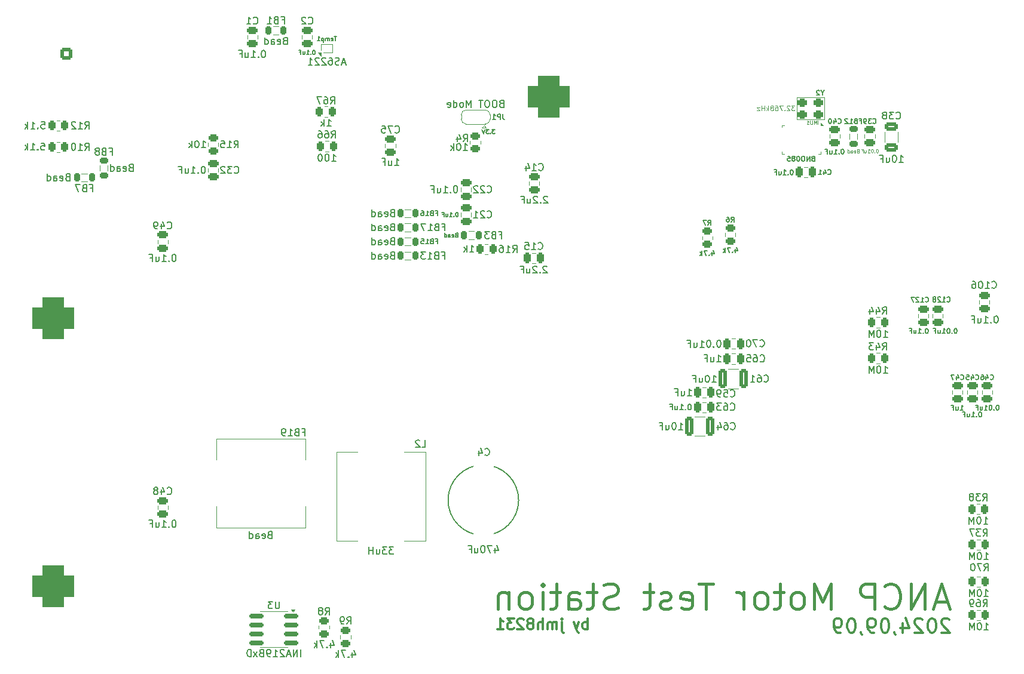
<source format=gbo>
G04 #@! TF.GenerationSoftware,KiCad,Pcbnew,8.0.4*
G04 #@! TF.CreationDate,2024-09-09T14:24:52+09:00*
G04 #@! TF.ProjectId,Solid Rocket Motor Test Station,536f6c69-6420-4526-9f63-6b6574204d6f,1.0*
G04 #@! TF.SameCoordinates,Original*
G04 #@! TF.FileFunction,Legend,Bot*
G04 #@! TF.FilePolarity,Positive*
%FSLAX46Y46*%
G04 Gerber Fmt 4.6, Leading zero omitted, Abs format (unit mm)*
G04 Created by KiCad (PCBNEW 8.0.4) date 2024-09-09 14:24:52*
%MOMM*%
%LPD*%
G01*
G04 APERTURE LIST*
G04 Aperture macros list*
%AMRoundRect*
0 Rectangle with rounded corners*
0 $1 Rounding radius*
0 $2 $3 $4 $5 $6 $7 $8 $9 X,Y pos of 4 corners*
0 Add a 4 corners polygon primitive as box body*
4,1,4,$2,$3,$4,$5,$6,$7,$8,$9,$2,$3,0*
0 Add four circle primitives for the rounded corners*
1,1,$1+$1,$2,$3*
1,1,$1+$1,$4,$5*
1,1,$1+$1,$6,$7*
1,1,$1+$1,$8,$9*
0 Add four rect primitives between the rounded corners*
20,1,$1+$1,$2,$3,$4,$5,0*
20,1,$1+$1,$4,$5,$6,$7,0*
20,1,$1+$1,$6,$7,$8,$9,0*
20,1,$1+$1,$8,$9,$2,$3,0*%
%AMFreePoly0*
4,1,19,0.550000,-0.750000,0.000000,-0.750000,0.000000,-0.744911,-0.071157,-0.744911,-0.207708,-0.704816,-0.327430,-0.627875,-0.420627,-0.520320,-0.479746,-0.390866,-0.500000,-0.250000,-0.500000,0.250000,-0.479746,0.390866,-0.420627,0.520320,-0.327430,0.627875,-0.207708,0.704816,-0.071157,0.744911,0.000000,0.744911,0.000000,0.750000,0.550000,0.750000,0.550000,-0.750000,0.550000,-0.750000,
$1*%
%AMFreePoly1*
4,1,19,0.000000,0.744911,0.071157,0.744911,0.207708,0.704816,0.327430,0.627875,0.420627,0.520320,0.479746,0.390866,0.500000,0.250000,0.500000,-0.250000,0.479746,-0.390866,0.420627,-0.520320,0.327430,-0.627875,0.207708,-0.704816,0.071157,-0.744911,0.000000,-0.744911,0.000000,-0.750000,-0.550000,-0.750000,-0.550000,0.750000,0.000000,0.750000,0.000000,0.744911,0.000000,0.744911,
$1*%
G04 Aperture macros list end*
%ADD10C,0.150000*%
%ADD11C,0.400000*%
%ADD12C,0.300000*%
%ADD13C,0.125000*%
%ADD14C,0.120000*%
%ADD15C,0.100000*%
%ADD16R,1.700000X1.700000*%
%ADD17O,1.700000X1.700000*%
%ADD18RoundRect,1.500000X-1.500000X1.500000X-1.500000X-1.500000X1.500000X-1.500000X1.500000X1.500000X0*%
%ADD19C,6.000000*%
%ADD20C,0.650000*%
%ADD21O,2.100000X1.000000*%
%ADD22O,1.600000X1.000000*%
%ADD23R,2.030000X1.730000*%
%ADD24O,2.030000X1.730000*%
%ADD25R,2.000000X2.000000*%
%ADD26C,2.000000*%
%ADD27RoundRect,1.500000X1.500000X-1.500000X1.500000X1.500000X-1.500000X1.500000X-1.500000X-1.500000X0*%
%ADD28C,3.200000*%
%ADD29R,1.800000X1.800000*%
%ADD30C,1.800000*%
%ADD31RoundRect,0.250000X0.600000X-0.600000X0.600000X0.600000X-0.600000X0.600000X-0.600000X-0.600000X0*%
%ADD32C,1.700000*%
%ADD33RoundRect,0.250000X0.475000X-0.250000X0.475000X0.250000X-0.475000X0.250000X-0.475000X-0.250000X0*%
%ADD34RoundRect,0.250000X0.250000X0.475000X-0.250000X0.475000X-0.250000X-0.475000X0.250000X-0.475000X0*%
%ADD35C,0.450000*%
%ADD36RoundRect,0.250000X0.262500X0.450000X-0.262500X0.450000X-0.262500X-0.450000X0.262500X-0.450000X0*%
%ADD37RoundRect,0.250000X-0.475000X0.250000X-0.475000X-0.250000X0.475000X-0.250000X0.475000X0.250000X0*%
%ADD38RoundRect,0.218750X-0.381250X0.218750X-0.381250X-0.218750X0.381250X-0.218750X0.381250X0.218750X0*%
%ADD39RoundRect,0.250000X-0.450000X0.262500X-0.450000X-0.262500X0.450000X-0.262500X0.450000X0.262500X0*%
%ADD40RoundRect,0.218750X-0.218750X-0.381250X0.218750X-0.381250X0.218750X0.381250X-0.218750X0.381250X0*%
%ADD41RoundRect,0.250000X0.325000X1.100000X-0.325000X1.100000X-0.325000X-1.100000X0.325000X-1.100000X0*%
%ADD42RoundRect,0.250000X0.450000X-0.262500X0.450000X0.262500X-0.450000X0.262500X-0.450000X-0.262500X0*%
%ADD43R,0.254000X0.675000*%
%ADD44R,0.675000X0.254000*%
%ADD45RoundRect,0.250000X-0.650000X0.325000X-0.650000X-0.325000X0.650000X-0.325000X0.650000X0.325000X0*%
%ADD46R,3.000000X2.000000*%
%ADD47RoundRect,0.300000X-0.350000X-0.300000X0.350000X-0.300000X0.350000X0.300000X-0.350000X0.300000X0*%
%ADD48RoundRect,0.250000X-0.262500X-0.450000X0.262500X-0.450000X0.262500X0.450000X-0.262500X0.450000X0*%
%ADD49RoundRect,0.150000X0.825000X0.150000X-0.825000X0.150000X-0.825000X-0.150000X0.825000X-0.150000X0*%
%ADD50RoundRect,0.218750X0.381250X-0.218750X0.381250X0.218750X-0.381250X0.218750X-0.381250X-0.218750X0*%
%ADD51FreePoly0,180.000000*%
%ADD52R,1.000000X1.500000*%
%ADD53FreePoly1,180.000000*%
%ADD54R,5.400000X2.900000*%
%ADD55R,2.900000X5.400000*%
%ADD56RoundRect,0.250000X-0.250000X-0.475000X0.250000X-0.475000X0.250000X0.475000X-0.250000X0.475000X0*%
G04 APERTURE END LIST*
D10*
X152173201Y-73289771D02*
X151801773Y-73289771D01*
X151801773Y-73289771D02*
X152001773Y-73518342D01*
X152001773Y-73518342D02*
X151916058Y-73518342D01*
X151916058Y-73518342D02*
X151858916Y-73546914D01*
X151858916Y-73546914D02*
X151830344Y-73575485D01*
X151830344Y-73575485D02*
X151801773Y-73632628D01*
X151801773Y-73632628D02*
X151801773Y-73775485D01*
X151801773Y-73775485D02*
X151830344Y-73832628D01*
X151830344Y-73832628D02*
X151858916Y-73861200D01*
X151858916Y-73861200D02*
X151916058Y-73889771D01*
X151916058Y-73889771D02*
X152087487Y-73889771D01*
X152087487Y-73889771D02*
X152144630Y-73861200D01*
X152144630Y-73861200D02*
X152173201Y-73832628D01*
X151544629Y-73832628D02*
X151516058Y-73861200D01*
X151516058Y-73861200D02*
X151544629Y-73889771D01*
X151544629Y-73889771D02*
X151573201Y-73861200D01*
X151573201Y-73861200D02*
X151544629Y-73832628D01*
X151544629Y-73832628D02*
X151544629Y-73889771D01*
X151316058Y-73289771D02*
X150944630Y-73289771D01*
X150944630Y-73289771D02*
X151144630Y-73518342D01*
X151144630Y-73518342D02*
X151058915Y-73518342D01*
X151058915Y-73518342D02*
X151001773Y-73546914D01*
X151001773Y-73546914D02*
X150973201Y-73575485D01*
X150973201Y-73575485D02*
X150944630Y-73632628D01*
X150944630Y-73632628D02*
X150944630Y-73775485D01*
X150944630Y-73775485D02*
X150973201Y-73832628D01*
X150973201Y-73832628D02*
X151001773Y-73861200D01*
X151001773Y-73861200D02*
X151058915Y-73889771D01*
X151058915Y-73889771D02*
X151230344Y-73889771D01*
X151230344Y-73889771D02*
X151287487Y-73861200D01*
X151287487Y-73861200D02*
X151316058Y-73832628D01*
X150773201Y-73289771D02*
X150573201Y-73889771D01*
X150573201Y-73889771D02*
X150373201Y-73289771D01*
D11*
X216275976Y-140276867D02*
X214609309Y-140276867D01*
X216609309Y-141276867D02*
X215442643Y-137776867D01*
X215442643Y-137776867D02*
X214275976Y-141276867D01*
X213109309Y-141276867D02*
X213109309Y-137776867D01*
X213109309Y-137776867D02*
X211109309Y-141276867D01*
X211109309Y-141276867D02*
X211109309Y-137776867D01*
X207442642Y-140943534D02*
X207609309Y-141110201D01*
X207609309Y-141110201D02*
X208109309Y-141276867D01*
X208109309Y-141276867D02*
X208442642Y-141276867D01*
X208442642Y-141276867D02*
X208942642Y-141110201D01*
X208942642Y-141110201D02*
X209275976Y-140776867D01*
X209275976Y-140776867D02*
X209442642Y-140443534D01*
X209442642Y-140443534D02*
X209609309Y-139776867D01*
X209609309Y-139776867D02*
X209609309Y-139276867D01*
X209609309Y-139276867D02*
X209442642Y-138610201D01*
X209442642Y-138610201D02*
X209275976Y-138276867D01*
X209275976Y-138276867D02*
X208942642Y-137943534D01*
X208942642Y-137943534D02*
X208442642Y-137776867D01*
X208442642Y-137776867D02*
X208109309Y-137776867D01*
X208109309Y-137776867D02*
X207609309Y-137943534D01*
X207609309Y-137943534D02*
X207442642Y-138110201D01*
X205942642Y-141276867D02*
X205942642Y-137776867D01*
X205942642Y-137776867D02*
X204609309Y-137776867D01*
X204609309Y-137776867D02*
X204275976Y-137943534D01*
X204275976Y-137943534D02*
X204109309Y-138110201D01*
X204109309Y-138110201D02*
X203942642Y-138443534D01*
X203942642Y-138443534D02*
X203942642Y-138943534D01*
X203942642Y-138943534D02*
X204109309Y-139276867D01*
X204109309Y-139276867D02*
X204275976Y-139443534D01*
X204275976Y-139443534D02*
X204609309Y-139610201D01*
X204609309Y-139610201D02*
X205942642Y-139610201D01*
X199775975Y-141276867D02*
X199775975Y-137776867D01*
X199775975Y-137776867D02*
X198609309Y-140276867D01*
X198609309Y-140276867D02*
X197442642Y-137776867D01*
X197442642Y-137776867D02*
X197442642Y-141276867D01*
X195275975Y-141276867D02*
X195609309Y-141110201D01*
X195609309Y-141110201D02*
X195775975Y-140943534D01*
X195775975Y-140943534D02*
X195942642Y-140610201D01*
X195942642Y-140610201D02*
X195942642Y-139610201D01*
X195942642Y-139610201D02*
X195775975Y-139276867D01*
X195775975Y-139276867D02*
X195609309Y-139110201D01*
X195609309Y-139110201D02*
X195275975Y-138943534D01*
X195275975Y-138943534D02*
X194775975Y-138943534D01*
X194775975Y-138943534D02*
X194442642Y-139110201D01*
X194442642Y-139110201D02*
X194275975Y-139276867D01*
X194275975Y-139276867D02*
X194109309Y-139610201D01*
X194109309Y-139610201D02*
X194109309Y-140610201D01*
X194109309Y-140610201D02*
X194275975Y-140943534D01*
X194275975Y-140943534D02*
X194442642Y-141110201D01*
X194442642Y-141110201D02*
X194775975Y-141276867D01*
X194775975Y-141276867D02*
X195275975Y-141276867D01*
X193109308Y-138943534D02*
X191775975Y-138943534D01*
X192609308Y-137776867D02*
X192609308Y-140776867D01*
X192609308Y-140776867D02*
X192442642Y-141110201D01*
X192442642Y-141110201D02*
X192109308Y-141276867D01*
X192109308Y-141276867D02*
X191775975Y-141276867D01*
X190109308Y-141276867D02*
X190442642Y-141110201D01*
X190442642Y-141110201D02*
X190609308Y-140943534D01*
X190609308Y-140943534D02*
X190775975Y-140610201D01*
X190775975Y-140610201D02*
X190775975Y-139610201D01*
X190775975Y-139610201D02*
X190609308Y-139276867D01*
X190609308Y-139276867D02*
X190442642Y-139110201D01*
X190442642Y-139110201D02*
X190109308Y-138943534D01*
X190109308Y-138943534D02*
X189609308Y-138943534D01*
X189609308Y-138943534D02*
X189275975Y-139110201D01*
X189275975Y-139110201D02*
X189109308Y-139276867D01*
X189109308Y-139276867D02*
X188942642Y-139610201D01*
X188942642Y-139610201D02*
X188942642Y-140610201D01*
X188942642Y-140610201D02*
X189109308Y-140943534D01*
X189109308Y-140943534D02*
X189275975Y-141110201D01*
X189275975Y-141110201D02*
X189609308Y-141276867D01*
X189609308Y-141276867D02*
X190109308Y-141276867D01*
X187442641Y-141276867D02*
X187442641Y-138943534D01*
X187442641Y-139610201D02*
X187275975Y-139276867D01*
X187275975Y-139276867D02*
X187109308Y-139110201D01*
X187109308Y-139110201D02*
X186775975Y-138943534D01*
X186775975Y-138943534D02*
X186442641Y-138943534D01*
X183109307Y-137776867D02*
X181109307Y-137776867D01*
X182109307Y-141276867D02*
X182109307Y-137776867D01*
X178609307Y-141110201D02*
X178942640Y-141276867D01*
X178942640Y-141276867D02*
X179609307Y-141276867D01*
X179609307Y-141276867D02*
X179942640Y-141110201D01*
X179942640Y-141110201D02*
X180109307Y-140776867D01*
X180109307Y-140776867D02*
X180109307Y-139443534D01*
X180109307Y-139443534D02*
X179942640Y-139110201D01*
X179942640Y-139110201D02*
X179609307Y-138943534D01*
X179609307Y-138943534D02*
X178942640Y-138943534D01*
X178942640Y-138943534D02*
X178609307Y-139110201D01*
X178609307Y-139110201D02*
X178442640Y-139443534D01*
X178442640Y-139443534D02*
X178442640Y-139776867D01*
X178442640Y-139776867D02*
X180109307Y-140110201D01*
X177109307Y-141110201D02*
X176775974Y-141276867D01*
X176775974Y-141276867D02*
X176109307Y-141276867D01*
X176109307Y-141276867D02*
X175775974Y-141110201D01*
X175775974Y-141110201D02*
X175609307Y-140776867D01*
X175609307Y-140776867D02*
X175609307Y-140610201D01*
X175609307Y-140610201D02*
X175775974Y-140276867D01*
X175775974Y-140276867D02*
X176109307Y-140110201D01*
X176109307Y-140110201D02*
X176609307Y-140110201D01*
X176609307Y-140110201D02*
X176942640Y-139943534D01*
X176942640Y-139943534D02*
X177109307Y-139610201D01*
X177109307Y-139610201D02*
X177109307Y-139443534D01*
X177109307Y-139443534D02*
X176942640Y-139110201D01*
X176942640Y-139110201D02*
X176609307Y-138943534D01*
X176609307Y-138943534D02*
X176109307Y-138943534D01*
X176109307Y-138943534D02*
X175775974Y-139110201D01*
X174609307Y-138943534D02*
X173275974Y-138943534D01*
X174109307Y-137776867D02*
X174109307Y-140776867D01*
X174109307Y-140776867D02*
X173942641Y-141110201D01*
X173942641Y-141110201D02*
X173609307Y-141276867D01*
X173609307Y-141276867D02*
X173275974Y-141276867D01*
X169609307Y-141110201D02*
X169109307Y-141276867D01*
X169109307Y-141276867D02*
X168275974Y-141276867D01*
X168275974Y-141276867D02*
X167942640Y-141110201D01*
X167942640Y-141110201D02*
X167775974Y-140943534D01*
X167775974Y-140943534D02*
X167609307Y-140610201D01*
X167609307Y-140610201D02*
X167609307Y-140276867D01*
X167609307Y-140276867D02*
X167775974Y-139943534D01*
X167775974Y-139943534D02*
X167942640Y-139776867D01*
X167942640Y-139776867D02*
X168275974Y-139610201D01*
X168275974Y-139610201D02*
X168942640Y-139443534D01*
X168942640Y-139443534D02*
X169275974Y-139276867D01*
X169275974Y-139276867D02*
X169442640Y-139110201D01*
X169442640Y-139110201D02*
X169609307Y-138776867D01*
X169609307Y-138776867D02*
X169609307Y-138443534D01*
X169609307Y-138443534D02*
X169442640Y-138110201D01*
X169442640Y-138110201D02*
X169275974Y-137943534D01*
X169275974Y-137943534D02*
X168942640Y-137776867D01*
X168942640Y-137776867D02*
X168109307Y-137776867D01*
X168109307Y-137776867D02*
X167609307Y-137943534D01*
X166609307Y-138943534D02*
X165275974Y-138943534D01*
X166109307Y-137776867D02*
X166109307Y-140776867D01*
X166109307Y-140776867D02*
X165942641Y-141110201D01*
X165942641Y-141110201D02*
X165609307Y-141276867D01*
X165609307Y-141276867D02*
X165275974Y-141276867D01*
X162609307Y-141276867D02*
X162609307Y-139443534D01*
X162609307Y-139443534D02*
X162775974Y-139110201D01*
X162775974Y-139110201D02*
X163109307Y-138943534D01*
X163109307Y-138943534D02*
X163775974Y-138943534D01*
X163775974Y-138943534D02*
X164109307Y-139110201D01*
X162609307Y-141110201D02*
X162942641Y-141276867D01*
X162942641Y-141276867D02*
X163775974Y-141276867D01*
X163775974Y-141276867D02*
X164109307Y-141110201D01*
X164109307Y-141110201D02*
X164275974Y-140776867D01*
X164275974Y-140776867D02*
X164275974Y-140443534D01*
X164275974Y-140443534D02*
X164109307Y-140110201D01*
X164109307Y-140110201D02*
X163775974Y-139943534D01*
X163775974Y-139943534D02*
X162942641Y-139943534D01*
X162942641Y-139943534D02*
X162609307Y-139776867D01*
X161442640Y-138943534D02*
X160109307Y-138943534D01*
X160942640Y-137776867D02*
X160942640Y-140776867D01*
X160942640Y-140776867D02*
X160775974Y-141110201D01*
X160775974Y-141110201D02*
X160442640Y-141276867D01*
X160442640Y-141276867D02*
X160109307Y-141276867D01*
X158942640Y-141276867D02*
X158942640Y-138943534D01*
X158942640Y-137776867D02*
X159109307Y-137943534D01*
X159109307Y-137943534D02*
X158942640Y-138110201D01*
X158942640Y-138110201D02*
X158775974Y-137943534D01*
X158775974Y-137943534D02*
X158942640Y-137776867D01*
X158942640Y-137776867D02*
X158942640Y-138110201D01*
X156775973Y-141276867D02*
X157109307Y-141110201D01*
X157109307Y-141110201D02*
X157275973Y-140943534D01*
X157275973Y-140943534D02*
X157442640Y-140610201D01*
X157442640Y-140610201D02*
X157442640Y-139610201D01*
X157442640Y-139610201D02*
X157275973Y-139276867D01*
X157275973Y-139276867D02*
X157109307Y-139110201D01*
X157109307Y-139110201D02*
X156775973Y-138943534D01*
X156775973Y-138943534D02*
X156275973Y-138943534D01*
X156275973Y-138943534D02*
X155942640Y-139110201D01*
X155942640Y-139110201D02*
X155775973Y-139276867D01*
X155775973Y-139276867D02*
X155609307Y-139610201D01*
X155609307Y-139610201D02*
X155609307Y-140610201D01*
X155609307Y-140610201D02*
X155775973Y-140943534D01*
X155775973Y-140943534D02*
X155942640Y-141110201D01*
X155942640Y-141110201D02*
X156275973Y-141276867D01*
X156275973Y-141276867D02*
X156775973Y-141276867D01*
X154109306Y-138943534D02*
X154109306Y-141276867D01*
X154109306Y-139276867D02*
X153942640Y-139110201D01*
X153942640Y-139110201D02*
X153609306Y-138943534D01*
X153609306Y-138943534D02*
X153109306Y-138943534D01*
X153109306Y-138943534D02*
X152775973Y-139110201D01*
X152775973Y-139110201D02*
X152609306Y-139443534D01*
X152609306Y-139443534D02*
X152609306Y-141276867D01*
D12*
X165301289Y-144176828D02*
X165301289Y-142676828D01*
X165301289Y-143248257D02*
X165158432Y-143176828D01*
X165158432Y-143176828D02*
X164872717Y-143176828D01*
X164872717Y-143176828D02*
X164729860Y-143248257D01*
X164729860Y-143248257D02*
X164658432Y-143319685D01*
X164658432Y-143319685D02*
X164587003Y-143462542D01*
X164587003Y-143462542D02*
X164587003Y-143891114D01*
X164587003Y-143891114D02*
X164658432Y-144033971D01*
X164658432Y-144033971D02*
X164729860Y-144105400D01*
X164729860Y-144105400D02*
X164872717Y-144176828D01*
X164872717Y-144176828D02*
X165158432Y-144176828D01*
X165158432Y-144176828D02*
X165301289Y-144105400D01*
X164087003Y-143176828D02*
X163729860Y-144176828D01*
X163372717Y-143176828D02*
X163729860Y-144176828D01*
X163729860Y-144176828D02*
X163872717Y-144533971D01*
X163872717Y-144533971D02*
X163944146Y-144605400D01*
X163944146Y-144605400D02*
X164087003Y-144676828D01*
X161658432Y-143176828D02*
X161658432Y-144462542D01*
X161658432Y-144462542D02*
X161729860Y-144605400D01*
X161729860Y-144605400D02*
X161872717Y-144676828D01*
X161872717Y-144676828D02*
X161944146Y-144676828D01*
X161658432Y-142676828D02*
X161729860Y-142748257D01*
X161729860Y-142748257D02*
X161658432Y-142819685D01*
X161658432Y-142819685D02*
X161587003Y-142748257D01*
X161587003Y-142748257D02*
X161658432Y-142676828D01*
X161658432Y-142676828D02*
X161658432Y-142819685D01*
X160944146Y-144176828D02*
X160944146Y-143176828D01*
X160944146Y-143319685D02*
X160872717Y-143248257D01*
X160872717Y-143248257D02*
X160729860Y-143176828D01*
X160729860Y-143176828D02*
X160515574Y-143176828D01*
X160515574Y-143176828D02*
X160372717Y-143248257D01*
X160372717Y-143248257D02*
X160301289Y-143391114D01*
X160301289Y-143391114D02*
X160301289Y-144176828D01*
X160301289Y-143391114D02*
X160229860Y-143248257D01*
X160229860Y-143248257D02*
X160087003Y-143176828D01*
X160087003Y-143176828D02*
X159872717Y-143176828D01*
X159872717Y-143176828D02*
X159729860Y-143248257D01*
X159729860Y-143248257D02*
X159658431Y-143391114D01*
X159658431Y-143391114D02*
X159658431Y-144176828D01*
X158944146Y-144176828D02*
X158944146Y-142676828D01*
X158301289Y-144176828D02*
X158301289Y-143391114D01*
X158301289Y-143391114D02*
X158372717Y-143248257D01*
X158372717Y-143248257D02*
X158515574Y-143176828D01*
X158515574Y-143176828D02*
X158729860Y-143176828D01*
X158729860Y-143176828D02*
X158872717Y-143248257D01*
X158872717Y-143248257D02*
X158944146Y-143319685D01*
X157372717Y-143319685D02*
X157515574Y-143248257D01*
X157515574Y-143248257D02*
X157587003Y-143176828D01*
X157587003Y-143176828D02*
X157658431Y-143033971D01*
X157658431Y-143033971D02*
X157658431Y-142962542D01*
X157658431Y-142962542D02*
X157587003Y-142819685D01*
X157587003Y-142819685D02*
X157515574Y-142748257D01*
X157515574Y-142748257D02*
X157372717Y-142676828D01*
X157372717Y-142676828D02*
X157087003Y-142676828D01*
X157087003Y-142676828D02*
X156944146Y-142748257D01*
X156944146Y-142748257D02*
X156872717Y-142819685D01*
X156872717Y-142819685D02*
X156801288Y-142962542D01*
X156801288Y-142962542D02*
X156801288Y-143033971D01*
X156801288Y-143033971D02*
X156872717Y-143176828D01*
X156872717Y-143176828D02*
X156944146Y-143248257D01*
X156944146Y-143248257D02*
X157087003Y-143319685D01*
X157087003Y-143319685D02*
X157372717Y-143319685D01*
X157372717Y-143319685D02*
X157515574Y-143391114D01*
X157515574Y-143391114D02*
X157587003Y-143462542D01*
X157587003Y-143462542D02*
X157658431Y-143605400D01*
X157658431Y-143605400D02*
X157658431Y-143891114D01*
X157658431Y-143891114D02*
X157587003Y-144033971D01*
X157587003Y-144033971D02*
X157515574Y-144105400D01*
X157515574Y-144105400D02*
X157372717Y-144176828D01*
X157372717Y-144176828D02*
X157087003Y-144176828D01*
X157087003Y-144176828D02*
X156944146Y-144105400D01*
X156944146Y-144105400D02*
X156872717Y-144033971D01*
X156872717Y-144033971D02*
X156801288Y-143891114D01*
X156801288Y-143891114D02*
X156801288Y-143605400D01*
X156801288Y-143605400D02*
X156872717Y-143462542D01*
X156872717Y-143462542D02*
X156944146Y-143391114D01*
X156944146Y-143391114D02*
X157087003Y-143319685D01*
X156229860Y-142819685D02*
X156158432Y-142748257D01*
X156158432Y-142748257D02*
X156015575Y-142676828D01*
X156015575Y-142676828D02*
X155658432Y-142676828D01*
X155658432Y-142676828D02*
X155515575Y-142748257D01*
X155515575Y-142748257D02*
X155444146Y-142819685D01*
X155444146Y-142819685D02*
X155372717Y-142962542D01*
X155372717Y-142962542D02*
X155372717Y-143105400D01*
X155372717Y-143105400D02*
X155444146Y-143319685D01*
X155444146Y-143319685D02*
X156301289Y-144176828D01*
X156301289Y-144176828D02*
X155372717Y-144176828D01*
X154872718Y-142676828D02*
X153944146Y-142676828D01*
X153944146Y-142676828D02*
X154444146Y-143248257D01*
X154444146Y-143248257D02*
X154229861Y-143248257D01*
X154229861Y-143248257D02*
X154087004Y-143319685D01*
X154087004Y-143319685D02*
X154015575Y-143391114D01*
X154015575Y-143391114D02*
X153944146Y-143533971D01*
X153944146Y-143533971D02*
X153944146Y-143891114D01*
X153944146Y-143891114D02*
X154015575Y-144033971D01*
X154015575Y-144033971D02*
X154087004Y-144105400D01*
X154087004Y-144105400D02*
X154229861Y-144176828D01*
X154229861Y-144176828D02*
X154658432Y-144176828D01*
X154658432Y-144176828D02*
X154801289Y-144105400D01*
X154801289Y-144105400D02*
X154872718Y-144033971D01*
X152515575Y-144176828D02*
X153372718Y-144176828D01*
X152944147Y-144176828D02*
X152944147Y-142676828D01*
X152944147Y-142676828D02*
X153087004Y-142891114D01*
X153087004Y-142891114D02*
X153229861Y-143033971D01*
X153229861Y-143033971D02*
X153372718Y-143105400D01*
X216577479Y-142856114D02*
X216482241Y-142760876D01*
X216482241Y-142760876D02*
X216291765Y-142665638D01*
X216291765Y-142665638D02*
X215815574Y-142665638D01*
X215815574Y-142665638D02*
X215625098Y-142760876D01*
X215625098Y-142760876D02*
X215529860Y-142856114D01*
X215529860Y-142856114D02*
X215434622Y-143046590D01*
X215434622Y-143046590D02*
X215434622Y-143237066D01*
X215434622Y-143237066D02*
X215529860Y-143522780D01*
X215529860Y-143522780D02*
X216672717Y-144665638D01*
X216672717Y-144665638D02*
X215434622Y-144665638D01*
X214196527Y-142665638D02*
X214006050Y-142665638D01*
X214006050Y-142665638D02*
X213815574Y-142760876D01*
X213815574Y-142760876D02*
X213720336Y-142856114D01*
X213720336Y-142856114D02*
X213625098Y-143046590D01*
X213625098Y-143046590D02*
X213529860Y-143427542D01*
X213529860Y-143427542D02*
X213529860Y-143903733D01*
X213529860Y-143903733D02*
X213625098Y-144284685D01*
X213625098Y-144284685D02*
X213720336Y-144475161D01*
X213720336Y-144475161D02*
X213815574Y-144570400D01*
X213815574Y-144570400D02*
X214006050Y-144665638D01*
X214006050Y-144665638D02*
X214196527Y-144665638D01*
X214196527Y-144665638D02*
X214387003Y-144570400D01*
X214387003Y-144570400D02*
X214482241Y-144475161D01*
X214482241Y-144475161D02*
X214577479Y-144284685D01*
X214577479Y-144284685D02*
X214672717Y-143903733D01*
X214672717Y-143903733D02*
X214672717Y-143427542D01*
X214672717Y-143427542D02*
X214577479Y-143046590D01*
X214577479Y-143046590D02*
X214482241Y-142856114D01*
X214482241Y-142856114D02*
X214387003Y-142760876D01*
X214387003Y-142760876D02*
X214196527Y-142665638D01*
X212767955Y-142856114D02*
X212672717Y-142760876D01*
X212672717Y-142760876D02*
X212482241Y-142665638D01*
X212482241Y-142665638D02*
X212006050Y-142665638D01*
X212006050Y-142665638D02*
X211815574Y-142760876D01*
X211815574Y-142760876D02*
X211720336Y-142856114D01*
X211720336Y-142856114D02*
X211625098Y-143046590D01*
X211625098Y-143046590D02*
X211625098Y-143237066D01*
X211625098Y-143237066D02*
X211720336Y-143522780D01*
X211720336Y-143522780D02*
X212863193Y-144665638D01*
X212863193Y-144665638D02*
X211625098Y-144665638D01*
X209910812Y-143332304D02*
X209910812Y-144665638D01*
X210387003Y-142570400D02*
X210863193Y-143998971D01*
X210863193Y-143998971D02*
X209625098Y-143998971D01*
X208767955Y-144570400D02*
X208767955Y-144665638D01*
X208767955Y-144665638D02*
X208863193Y-144856114D01*
X208863193Y-144856114D02*
X208958431Y-144951352D01*
X207529860Y-142665638D02*
X207339383Y-142665638D01*
X207339383Y-142665638D02*
X207148907Y-142760876D01*
X207148907Y-142760876D02*
X207053669Y-142856114D01*
X207053669Y-142856114D02*
X206958431Y-143046590D01*
X206958431Y-143046590D02*
X206863193Y-143427542D01*
X206863193Y-143427542D02*
X206863193Y-143903733D01*
X206863193Y-143903733D02*
X206958431Y-144284685D01*
X206958431Y-144284685D02*
X207053669Y-144475161D01*
X207053669Y-144475161D02*
X207148907Y-144570400D01*
X207148907Y-144570400D02*
X207339383Y-144665638D01*
X207339383Y-144665638D02*
X207529860Y-144665638D01*
X207529860Y-144665638D02*
X207720336Y-144570400D01*
X207720336Y-144570400D02*
X207815574Y-144475161D01*
X207815574Y-144475161D02*
X207910812Y-144284685D01*
X207910812Y-144284685D02*
X208006050Y-143903733D01*
X208006050Y-143903733D02*
X208006050Y-143427542D01*
X208006050Y-143427542D02*
X207910812Y-143046590D01*
X207910812Y-143046590D02*
X207815574Y-142856114D01*
X207815574Y-142856114D02*
X207720336Y-142760876D01*
X207720336Y-142760876D02*
X207529860Y-142665638D01*
X205910812Y-144665638D02*
X205529860Y-144665638D01*
X205529860Y-144665638D02*
X205339383Y-144570400D01*
X205339383Y-144570400D02*
X205244145Y-144475161D01*
X205244145Y-144475161D02*
X205053669Y-144189447D01*
X205053669Y-144189447D02*
X204958431Y-143808495D01*
X204958431Y-143808495D02*
X204958431Y-143046590D01*
X204958431Y-143046590D02*
X205053669Y-142856114D01*
X205053669Y-142856114D02*
X205148907Y-142760876D01*
X205148907Y-142760876D02*
X205339383Y-142665638D01*
X205339383Y-142665638D02*
X205720336Y-142665638D01*
X205720336Y-142665638D02*
X205910812Y-142760876D01*
X205910812Y-142760876D02*
X206006050Y-142856114D01*
X206006050Y-142856114D02*
X206101288Y-143046590D01*
X206101288Y-143046590D02*
X206101288Y-143522780D01*
X206101288Y-143522780D02*
X206006050Y-143713257D01*
X206006050Y-143713257D02*
X205910812Y-143808495D01*
X205910812Y-143808495D02*
X205720336Y-143903733D01*
X205720336Y-143903733D02*
X205339383Y-143903733D01*
X205339383Y-143903733D02*
X205148907Y-143808495D01*
X205148907Y-143808495D02*
X205053669Y-143713257D01*
X205053669Y-143713257D02*
X204958431Y-143522780D01*
X204006050Y-144570400D02*
X204006050Y-144665638D01*
X204006050Y-144665638D02*
X204101288Y-144856114D01*
X204101288Y-144856114D02*
X204196526Y-144951352D01*
X202767955Y-142665638D02*
X202577478Y-142665638D01*
X202577478Y-142665638D02*
X202387002Y-142760876D01*
X202387002Y-142760876D02*
X202291764Y-142856114D01*
X202291764Y-142856114D02*
X202196526Y-143046590D01*
X202196526Y-143046590D02*
X202101288Y-143427542D01*
X202101288Y-143427542D02*
X202101288Y-143903733D01*
X202101288Y-143903733D02*
X202196526Y-144284685D01*
X202196526Y-144284685D02*
X202291764Y-144475161D01*
X202291764Y-144475161D02*
X202387002Y-144570400D01*
X202387002Y-144570400D02*
X202577478Y-144665638D01*
X202577478Y-144665638D02*
X202767955Y-144665638D01*
X202767955Y-144665638D02*
X202958431Y-144570400D01*
X202958431Y-144570400D02*
X203053669Y-144475161D01*
X203053669Y-144475161D02*
X203148907Y-144284685D01*
X203148907Y-144284685D02*
X203244145Y-143903733D01*
X203244145Y-143903733D02*
X203244145Y-143427542D01*
X203244145Y-143427542D02*
X203148907Y-143046590D01*
X203148907Y-143046590D02*
X203053669Y-142856114D01*
X203053669Y-142856114D02*
X202958431Y-142760876D01*
X202958431Y-142760876D02*
X202767955Y-142665638D01*
X201148907Y-144665638D02*
X200767955Y-144665638D01*
X200767955Y-144665638D02*
X200577478Y-144570400D01*
X200577478Y-144570400D02*
X200482240Y-144475161D01*
X200482240Y-144475161D02*
X200291764Y-144189447D01*
X200291764Y-144189447D02*
X200196526Y-143808495D01*
X200196526Y-143808495D02*
X200196526Y-143046590D01*
X200196526Y-143046590D02*
X200291764Y-142856114D01*
X200291764Y-142856114D02*
X200387002Y-142760876D01*
X200387002Y-142760876D02*
X200577478Y-142665638D01*
X200577478Y-142665638D02*
X200958431Y-142665638D01*
X200958431Y-142665638D02*
X201148907Y-142760876D01*
X201148907Y-142760876D02*
X201244145Y-142856114D01*
X201244145Y-142856114D02*
X201339383Y-143046590D01*
X201339383Y-143046590D02*
X201339383Y-143522780D01*
X201339383Y-143522780D02*
X201244145Y-143713257D01*
X201244145Y-143713257D02*
X201148907Y-143808495D01*
X201148907Y-143808495D02*
X200958431Y-143903733D01*
X200958431Y-143903733D02*
X200577478Y-143903733D01*
X200577478Y-143903733D02*
X200387002Y-143808495D01*
X200387002Y-143808495D02*
X200291764Y-143713257D01*
X200291764Y-143713257D02*
X200196526Y-143522780D01*
D10*
X105781857Y-87309980D02*
X105829476Y-87357600D01*
X105829476Y-87357600D02*
X105972333Y-87405219D01*
X105972333Y-87405219D02*
X106067571Y-87405219D01*
X106067571Y-87405219D02*
X106210428Y-87357600D01*
X106210428Y-87357600D02*
X106305666Y-87262361D01*
X106305666Y-87262361D02*
X106353285Y-87167123D01*
X106353285Y-87167123D02*
X106400904Y-86976647D01*
X106400904Y-86976647D02*
X106400904Y-86833790D01*
X106400904Y-86833790D02*
X106353285Y-86643314D01*
X106353285Y-86643314D02*
X106305666Y-86548076D01*
X106305666Y-86548076D02*
X106210428Y-86452838D01*
X106210428Y-86452838D02*
X106067571Y-86405219D01*
X106067571Y-86405219D02*
X105972333Y-86405219D01*
X105972333Y-86405219D02*
X105829476Y-86452838D01*
X105829476Y-86452838D02*
X105781857Y-86500457D01*
X104924714Y-86738552D02*
X104924714Y-87405219D01*
X105162809Y-86357600D02*
X105400904Y-87071885D01*
X105400904Y-87071885D02*
X104781857Y-87071885D01*
X104353285Y-87405219D02*
X104162809Y-87405219D01*
X104162809Y-87405219D02*
X104067571Y-87357600D01*
X104067571Y-87357600D02*
X104019952Y-87309980D01*
X104019952Y-87309980D02*
X103924714Y-87167123D01*
X103924714Y-87167123D02*
X103877095Y-86976647D01*
X103877095Y-86976647D02*
X103877095Y-86595695D01*
X103877095Y-86595695D02*
X103924714Y-86500457D01*
X103924714Y-86500457D02*
X103972333Y-86452838D01*
X103972333Y-86452838D02*
X104067571Y-86405219D01*
X104067571Y-86405219D02*
X104258047Y-86405219D01*
X104258047Y-86405219D02*
X104353285Y-86452838D01*
X104353285Y-86452838D02*
X104400904Y-86500457D01*
X104400904Y-86500457D02*
X104448523Y-86595695D01*
X104448523Y-86595695D02*
X104448523Y-86833790D01*
X104448523Y-86833790D02*
X104400904Y-86929028D01*
X104400904Y-86929028D02*
X104353285Y-86976647D01*
X104353285Y-86976647D02*
X104258047Y-87024266D01*
X104258047Y-87024266D02*
X104067571Y-87024266D01*
X104067571Y-87024266D02*
X103972333Y-86976647D01*
X103972333Y-86976647D02*
X103924714Y-86929028D01*
X103924714Y-86929028D02*
X103877095Y-86833790D01*
X106781856Y-91028019D02*
X106686618Y-91028019D01*
X106686618Y-91028019D02*
X106591380Y-91075638D01*
X106591380Y-91075638D02*
X106543761Y-91123257D01*
X106543761Y-91123257D02*
X106496142Y-91218495D01*
X106496142Y-91218495D02*
X106448523Y-91408971D01*
X106448523Y-91408971D02*
X106448523Y-91647066D01*
X106448523Y-91647066D02*
X106496142Y-91837542D01*
X106496142Y-91837542D02*
X106543761Y-91932780D01*
X106543761Y-91932780D02*
X106591380Y-91980400D01*
X106591380Y-91980400D02*
X106686618Y-92028019D01*
X106686618Y-92028019D02*
X106781856Y-92028019D01*
X106781856Y-92028019D02*
X106877094Y-91980400D01*
X106877094Y-91980400D02*
X106924713Y-91932780D01*
X106924713Y-91932780D02*
X106972332Y-91837542D01*
X106972332Y-91837542D02*
X107019951Y-91647066D01*
X107019951Y-91647066D02*
X107019951Y-91408971D01*
X107019951Y-91408971D02*
X106972332Y-91218495D01*
X106972332Y-91218495D02*
X106924713Y-91123257D01*
X106924713Y-91123257D02*
X106877094Y-91075638D01*
X106877094Y-91075638D02*
X106781856Y-91028019D01*
X106019951Y-91932780D02*
X105972332Y-91980400D01*
X105972332Y-91980400D02*
X106019951Y-92028019D01*
X106019951Y-92028019D02*
X106067570Y-91980400D01*
X106067570Y-91980400D02*
X106019951Y-91932780D01*
X106019951Y-91932780D02*
X106019951Y-92028019D01*
X105019952Y-92028019D02*
X105591380Y-92028019D01*
X105305666Y-92028019D02*
X105305666Y-91028019D01*
X105305666Y-91028019D02*
X105400904Y-91170876D01*
X105400904Y-91170876D02*
X105496142Y-91266114D01*
X105496142Y-91266114D02*
X105591380Y-91313733D01*
X104162809Y-91361352D02*
X104162809Y-92028019D01*
X104591380Y-91361352D02*
X104591380Y-91885161D01*
X104591380Y-91885161D02*
X104543761Y-91980400D01*
X104543761Y-91980400D02*
X104448523Y-92028019D01*
X104448523Y-92028019D02*
X104305666Y-92028019D01*
X104305666Y-92028019D02*
X104210428Y-91980400D01*
X104210428Y-91980400D02*
X104162809Y-91932780D01*
X103353285Y-91504209D02*
X103686618Y-91504209D01*
X103686618Y-92028019D02*
X103686618Y-91028019D01*
X103686618Y-91028019D02*
X103210428Y-91028019D01*
X189728857Y-104048580D02*
X189776476Y-104096200D01*
X189776476Y-104096200D02*
X189919333Y-104143819D01*
X189919333Y-104143819D02*
X190014571Y-104143819D01*
X190014571Y-104143819D02*
X190157428Y-104096200D01*
X190157428Y-104096200D02*
X190252666Y-104000961D01*
X190252666Y-104000961D02*
X190300285Y-103905723D01*
X190300285Y-103905723D02*
X190347904Y-103715247D01*
X190347904Y-103715247D02*
X190347904Y-103572390D01*
X190347904Y-103572390D02*
X190300285Y-103381914D01*
X190300285Y-103381914D02*
X190252666Y-103286676D01*
X190252666Y-103286676D02*
X190157428Y-103191438D01*
X190157428Y-103191438D02*
X190014571Y-103143819D01*
X190014571Y-103143819D02*
X189919333Y-103143819D01*
X189919333Y-103143819D02*
X189776476Y-103191438D01*
X189776476Y-103191438D02*
X189728857Y-103239057D01*
X189395523Y-103143819D02*
X188728857Y-103143819D01*
X188728857Y-103143819D02*
X189157428Y-104143819D01*
X188157428Y-103143819D02*
X188062190Y-103143819D01*
X188062190Y-103143819D02*
X187966952Y-103191438D01*
X187966952Y-103191438D02*
X187919333Y-103239057D01*
X187919333Y-103239057D02*
X187871714Y-103334295D01*
X187871714Y-103334295D02*
X187824095Y-103524771D01*
X187824095Y-103524771D02*
X187824095Y-103762866D01*
X187824095Y-103762866D02*
X187871714Y-103953342D01*
X187871714Y-103953342D02*
X187919333Y-104048580D01*
X187919333Y-104048580D02*
X187966952Y-104096200D01*
X187966952Y-104096200D02*
X188062190Y-104143819D01*
X188062190Y-104143819D02*
X188157428Y-104143819D01*
X188157428Y-104143819D02*
X188252666Y-104096200D01*
X188252666Y-104096200D02*
X188300285Y-104048580D01*
X188300285Y-104048580D02*
X188347904Y-103953342D01*
X188347904Y-103953342D02*
X188395523Y-103762866D01*
X188395523Y-103762866D02*
X188395523Y-103524771D01*
X188395523Y-103524771D02*
X188347904Y-103334295D01*
X188347904Y-103334295D02*
X188300285Y-103239057D01*
X188300285Y-103239057D02*
X188252666Y-103191438D01*
X188252666Y-103191438D02*
X188157428Y-103143819D01*
X183940647Y-103194619D02*
X183845409Y-103194619D01*
X183845409Y-103194619D02*
X183750171Y-103242238D01*
X183750171Y-103242238D02*
X183702552Y-103289857D01*
X183702552Y-103289857D02*
X183654933Y-103385095D01*
X183654933Y-103385095D02*
X183607314Y-103575571D01*
X183607314Y-103575571D02*
X183607314Y-103813666D01*
X183607314Y-103813666D02*
X183654933Y-104004142D01*
X183654933Y-104004142D02*
X183702552Y-104099380D01*
X183702552Y-104099380D02*
X183750171Y-104147000D01*
X183750171Y-104147000D02*
X183845409Y-104194619D01*
X183845409Y-104194619D02*
X183940647Y-104194619D01*
X183940647Y-104194619D02*
X184035885Y-104147000D01*
X184035885Y-104147000D02*
X184083504Y-104099380D01*
X184083504Y-104099380D02*
X184131123Y-104004142D01*
X184131123Y-104004142D02*
X184178742Y-103813666D01*
X184178742Y-103813666D02*
X184178742Y-103575571D01*
X184178742Y-103575571D02*
X184131123Y-103385095D01*
X184131123Y-103385095D02*
X184083504Y-103289857D01*
X184083504Y-103289857D02*
X184035885Y-103242238D01*
X184035885Y-103242238D02*
X183940647Y-103194619D01*
X183178742Y-104099380D02*
X183131123Y-104147000D01*
X183131123Y-104147000D02*
X183178742Y-104194619D01*
X183178742Y-104194619D02*
X183226361Y-104147000D01*
X183226361Y-104147000D02*
X183178742Y-104099380D01*
X183178742Y-104099380D02*
X183178742Y-104194619D01*
X182512076Y-103194619D02*
X182416838Y-103194619D01*
X182416838Y-103194619D02*
X182321600Y-103242238D01*
X182321600Y-103242238D02*
X182273981Y-103289857D01*
X182273981Y-103289857D02*
X182226362Y-103385095D01*
X182226362Y-103385095D02*
X182178743Y-103575571D01*
X182178743Y-103575571D02*
X182178743Y-103813666D01*
X182178743Y-103813666D02*
X182226362Y-104004142D01*
X182226362Y-104004142D02*
X182273981Y-104099380D01*
X182273981Y-104099380D02*
X182321600Y-104147000D01*
X182321600Y-104147000D02*
X182416838Y-104194619D01*
X182416838Y-104194619D02*
X182512076Y-104194619D01*
X182512076Y-104194619D02*
X182607314Y-104147000D01*
X182607314Y-104147000D02*
X182654933Y-104099380D01*
X182654933Y-104099380D02*
X182702552Y-104004142D01*
X182702552Y-104004142D02*
X182750171Y-103813666D01*
X182750171Y-103813666D02*
X182750171Y-103575571D01*
X182750171Y-103575571D02*
X182702552Y-103385095D01*
X182702552Y-103385095D02*
X182654933Y-103289857D01*
X182654933Y-103289857D02*
X182607314Y-103242238D01*
X182607314Y-103242238D02*
X182512076Y-103194619D01*
X181226362Y-104194619D02*
X181797790Y-104194619D01*
X181512076Y-104194619D02*
X181512076Y-103194619D01*
X181512076Y-103194619D02*
X181607314Y-103337476D01*
X181607314Y-103337476D02*
X181702552Y-103432714D01*
X181702552Y-103432714D02*
X181797790Y-103480333D01*
X180369219Y-103527952D02*
X180369219Y-104194619D01*
X180797790Y-103527952D02*
X180797790Y-104051761D01*
X180797790Y-104051761D02*
X180750171Y-104147000D01*
X180750171Y-104147000D02*
X180654933Y-104194619D01*
X180654933Y-104194619D02*
X180512076Y-104194619D01*
X180512076Y-104194619D02*
X180416838Y-104147000D01*
X180416838Y-104147000D02*
X180369219Y-104099380D01*
X179559695Y-103670809D02*
X179893028Y-103670809D01*
X179893028Y-104194619D02*
X179893028Y-103194619D01*
X179893028Y-103194619D02*
X179416838Y-103194619D01*
X129765714Y-60127971D02*
X129422857Y-60127971D01*
X129594285Y-60727971D02*
X129594285Y-60127971D01*
X128994285Y-60699400D02*
X129051428Y-60727971D01*
X129051428Y-60727971D02*
X129165714Y-60727971D01*
X129165714Y-60727971D02*
X129222856Y-60699400D01*
X129222856Y-60699400D02*
X129251428Y-60642257D01*
X129251428Y-60642257D02*
X129251428Y-60413685D01*
X129251428Y-60413685D02*
X129222856Y-60356542D01*
X129222856Y-60356542D02*
X129165714Y-60327971D01*
X129165714Y-60327971D02*
X129051428Y-60327971D01*
X129051428Y-60327971D02*
X128994285Y-60356542D01*
X128994285Y-60356542D02*
X128965714Y-60413685D01*
X128965714Y-60413685D02*
X128965714Y-60470828D01*
X128965714Y-60470828D02*
X129251428Y-60527971D01*
X128708570Y-60727971D02*
X128708570Y-60327971D01*
X128708570Y-60385114D02*
X128679999Y-60356542D01*
X128679999Y-60356542D02*
X128622856Y-60327971D01*
X128622856Y-60327971D02*
X128537142Y-60327971D01*
X128537142Y-60327971D02*
X128479999Y-60356542D01*
X128479999Y-60356542D02*
X128451428Y-60413685D01*
X128451428Y-60413685D02*
X128451428Y-60727971D01*
X128451428Y-60413685D02*
X128422856Y-60356542D01*
X128422856Y-60356542D02*
X128365713Y-60327971D01*
X128365713Y-60327971D02*
X128279999Y-60327971D01*
X128279999Y-60327971D02*
X128222856Y-60356542D01*
X128222856Y-60356542D02*
X128194285Y-60413685D01*
X128194285Y-60413685D02*
X128194285Y-60727971D01*
X127908570Y-60327971D02*
X127908570Y-60927971D01*
X127908570Y-60356542D02*
X127851428Y-60327971D01*
X127851428Y-60327971D02*
X127737142Y-60327971D01*
X127737142Y-60327971D02*
X127679999Y-60356542D01*
X127679999Y-60356542D02*
X127651428Y-60385114D01*
X127651428Y-60385114D02*
X127622856Y-60442257D01*
X127622856Y-60442257D02*
X127622856Y-60613685D01*
X127622856Y-60613685D02*
X127651428Y-60670828D01*
X127651428Y-60670828D02*
X127679999Y-60699400D01*
X127679999Y-60699400D02*
X127737142Y-60727971D01*
X127737142Y-60727971D02*
X127851428Y-60727971D01*
X127851428Y-60727971D02*
X127908570Y-60699400D01*
X127051428Y-60727971D02*
X127394285Y-60727971D01*
X127222856Y-60727971D02*
X127222856Y-60127971D01*
X127222856Y-60127971D02*
X127279999Y-60213685D01*
X127279999Y-60213685D02*
X127337142Y-60270828D01*
X127337142Y-60270828D02*
X127394285Y-60299400D01*
X130999047Y-63853104D02*
X130522857Y-63853104D01*
X131094285Y-64138819D02*
X130760952Y-63138819D01*
X130760952Y-63138819D02*
X130427619Y-64138819D01*
X130141904Y-64091200D02*
X129999047Y-64138819D01*
X129999047Y-64138819D02*
X129760952Y-64138819D01*
X129760952Y-64138819D02*
X129665714Y-64091200D01*
X129665714Y-64091200D02*
X129618095Y-64043580D01*
X129618095Y-64043580D02*
X129570476Y-63948342D01*
X129570476Y-63948342D02*
X129570476Y-63853104D01*
X129570476Y-63853104D02*
X129618095Y-63757866D01*
X129618095Y-63757866D02*
X129665714Y-63710247D01*
X129665714Y-63710247D02*
X129760952Y-63662628D01*
X129760952Y-63662628D02*
X129951428Y-63615009D01*
X129951428Y-63615009D02*
X130046666Y-63567390D01*
X130046666Y-63567390D02*
X130094285Y-63519771D01*
X130094285Y-63519771D02*
X130141904Y-63424533D01*
X130141904Y-63424533D02*
X130141904Y-63329295D01*
X130141904Y-63329295D02*
X130094285Y-63234057D01*
X130094285Y-63234057D02*
X130046666Y-63186438D01*
X130046666Y-63186438D02*
X129951428Y-63138819D01*
X129951428Y-63138819D02*
X129713333Y-63138819D01*
X129713333Y-63138819D02*
X129570476Y-63186438D01*
X128713333Y-63138819D02*
X128903809Y-63138819D01*
X128903809Y-63138819D02*
X128999047Y-63186438D01*
X128999047Y-63186438D02*
X129046666Y-63234057D01*
X129046666Y-63234057D02*
X129141904Y-63376914D01*
X129141904Y-63376914D02*
X129189523Y-63567390D01*
X129189523Y-63567390D02*
X129189523Y-63948342D01*
X129189523Y-63948342D02*
X129141904Y-64043580D01*
X129141904Y-64043580D02*
X129094285Y-64091200D01*
X129094285Y-64091200D02*
X128999047Y-64138819D01*
X128999047Y-64138819D02*
X128808571Y-64138819D01*
X128808571Y-64138819D02*
X128713333Y-64091200D01*
X128713333Y-64091200D02*
X128665714Y-64043580D01*
X128665714Y-64043580D02*
X128618095Y-63948342D01*
X128618095Y-63948342D02*
X128618095Y-63710247D01*
X128618095Y-63710247D02*
X128665714Y-63615009D01*
X128665714Y-63615009D02*
X128713333Y-63567390D01*
X128713333Y-63567390D02*
X128808571Y-63519771D01*
X128808571Y-63519771D02*
X128999047Y-63519771D01*
X128999047Y-63519771D02*
X129094285Y-63567390D01*
X129094285Y-63567390D02*
X129141904Y-63615009D01*
X129141904Y-63615009D02*
X129189523Y-63710247D01*
X128237142Y-63234057D02*
X128189523Y-63186438D01*
X128189523Y-63186438D02*
X128094285Y-63138819D01*
X128094285Y-63138819D02*
X127856190Y-63138819D01*
X127856190Y-63138819D02*
X127760952Y-63186438D01*
X127760952Y-63186438D02*
X127713333Y-63234057D01*
X127713333Y-63234057D02*
X127665714Y-63329295D01*
X127665714Y-63329295D02*
X127665714Y-63424533D01*
X127665714Y-63424533D02*
X127713333Y-63567390D01*
X127713333Y-63567390D02*
X128284761Y-64138819D01*
X128284761Y-64138819D02*
X127665714Y-64138819D01*
X127284761Y-63234057D02*
X127237142Y-63186438D01*
X127237142Y-63186438D02*
X127141904Y-63138819D01*
X127141904Y-63138819D02*
X126903809Y-63138819D01*
X126903809Y-63138819D02*
X126808571Y-63186438D01*
X126808571Y-63186438D02*
X126760952Y-63234057D01*
X126760952Y-63234057D02*
X126713333Y-63329295D01*
X126713333Y-63329295D02*
X126713333Y-63424533D01*
X126713333Y-63424533D02*
X126760952Y-63567390D01*
X126760952Y-63567390D02*
X127332380Y-64138819D01*
X127332380Y-64138819D02*
X126713333Y-64138819D01*
X125760952Y-64138819D02*
X126332380Y-64138819D01*
X126046666Y-64138819D02*
X126046666Y-63138819D01*
X126046666Y-63138819D02*
X126141904Y-63281676D01*
X126141904Y-63281676D02*
X126237142Y-63376914D01*
X126237142Y-63376914D02*
X126332380Y-63424533D01*
X129041057Y-74505219D02*
X129374390Y-74029028D01*
X129612485Y-74505219D02*
X129612485Y-73505219D01*
X129612485Y-73505219D02*
X129231533Y-73505219D01*
X129231533Y-73505219D02*
X129136295Y-73552838D01*
X129136295Y-73552838D02*
X129088676Y-73600457D01*
X129088676Y-73600457D02*
X129041057Y-73695695D01*
X129041057Y-73695695D02*
X129041057Y-73838552D01*
X129041057Y-73838552D02*
X129088676Y-73933790D01*
X129088676Y-73933790D02*
X129136295Y-73981409D01*
X129136295Y-73981409D02*
X129231533Y-74029028D01*
X129231533Y-74029028D02*
X129612485Y-74029028D01*
X128183914Y-73505219D02*
X128374390Y-73505219D01*
X128374390Y-73505219D02*
X128469628Y-73552838D01*
X128469628Y-73552838D02*
X128517247Y-73600457D01*
X128517247Y-73600457D02*
X128612485Y-73743314D01*
X128612485Y-73743314D02*
X128660104Y-73933790D01*
X128660104Y-73933790D02*
X128660104Y-74314742D01*
X128660104Y-74314742D02*
X128612485Y-74409980D01*
X128612485Y-74409980D02*
X128564866Y-74457600D01*
X128564866Y-74457600D02*
X128469628Y-74505219D01*
X128469628Y-74505219D02*
X128279152Y-74505219D01*
X128279152Y-74505219D02*
X128183914Y-74457600D01*
X128183914Y-74457600D02*
X128136295Y-74409980D01*
X128136295Y-74409980D02*
X128088676Y-74314742D01*
X128088676Y-74314742D02*
X128088676Y-74076647D01*
X128088676Y-74076647D02*
X128136295Y-73981409D01*
X128136295Y-73981409D02*
X128183914Y-73933790D01*
X128183914Y-73933790D02*
X128279152Y-73886171D01*
X128279152Y-73886171D02*
X128469628Y-73886171D01*
X128469628Y-73886171D02*
X128564866Y-73933790D01*
X128564866Y-73933790D02*
X128612485Y-73981409D01*
X128612485Y-73981409D02*
X128660104Y-74076647D01*
X127231533Y-73505219D02*
X127422009Y-73505219D01*
X127422009Y-73505219D02*
X127517247Y-73552838D01*
X127517247Y-73552838D02*
X127564866Y-73600457D01*
X127564866Y-73600457D02*
X127660104Y-73743314D01*
X127660104Y-73743314D02*
X127707723Y-73933790D01*
X127707723Y-73933790D02*
X127707723Y-74314742D01*
X127707723Y-74314742D02*
X127660104Y-74409980D01*
X127660104Y-74409980D02*
X127612485Y-74457600D01*
X127612485Y-74457600D02*
X127517247Y-74505219D01*
X127517247Y-74505219D02*
X127326771Y-74505219D01*
X127326771Y-74505219D02*
X127231533Y-74457600D01*
X127231533Y-74457600D02*
X127183914Y-74409980D01*
X127183914Y-74409980D02*
X127136295Y-74314742D01*
X127136295Y-74314742D02*
X127136295Y-74076647D01*
X127136295Y-74076647D02*
X127183914Y-73981409D01*
X127183914Y-73981409D02*
X127231533Y-73933790D01*
X127231533Y-73933790D02*
X127326771Y-73886171D01*
X127326771Y-73886171D02*
X127517247Y-73886171D01*
X127517247Y-73886171D02*
X127612485Y-73933790D01*
X127612485Y-73933790D02*
X127660104Y-73981409D01*
X127660104Y-73981409D02*
X127707723Y-74076647D01*
X129064866Y-77805219D02*
X129636294Y-77805219D01*
X129350580Y-77805219D02*
X129350580Y-76805219D01*
X129350580Y-76805219D02*
X129445818Y-76948076D01*
X129445818Y-76948076D02*
X129541056Y-77043314D01*
X129541056Y-77043314D02*
X129636294Y-77090933D01*
X128445818Y-76805219D02*
X128350580Y-76805219D01*
X128350580Y-76805219D02*
X128255342Y-76852838D01*
X128255342Y-76852838D02*
X128207723Y-76900457D01*
X128207723Y-76900457D02*
X128160104Y-76995695D01*
X128160104Y-76995695D02*
X128112485Y-77186171D01*
X128112485Y-77186171D02*
X128112485Y-77424266D01*
X128112485Y-77424266D02*
X128160104Y-77614742D01*
X128160104Y-77614742D02*
X128207723Y-77709980D01*
X128207723Y-77709980D02*
X128255342Y-77757600D01*
X128255342Y-77757600D02*
X128350580Y-77805219D01*
X128350580Y-77805219D02*
X128445818Y-77805219D01*
X128445818Y-77805219D02*
X128541056Y-77757600D01*
X128541056Y-77757600D02*
X128588675Y-77709980D01*
X128588675Y-77709980D02*
X128636294Y-77614742D01*
X128636294Y-77614742D02*
X128683913Y-77424266D01*
X128683913Y-77424266D02*
X128683913Y-77186171D01*
X128683913Y-77186171D02*
X128636294Y-76995695D01*
X128636294Y-76995695D02*
X128588675Y-76900457D01*
X128588675Y-76900457D02*
X128541056Y-76852838D01*
X128541056Y-76852838D02*
X128445818Y-76805219D01*
X127493437Y-76805219D02*
X127398199Y-76805219D01*
X127398199Y-76805219D02*
X127302961Y-76852838D01*
X127302961Y-76852838D02*
X127255342Y-76900457D01*
X127255342Y-76900457D02*
X127207723Y-76995695D01*
X127207723Y-76995695D02*
X127160104Y-77186171D01*
X127160104Y-77186171D02*
X127160104Y-77424266D01*
X127160104Y-77424266D02*
X127207723Y-77614742D01*
X127207723Y-77614742D02*
X127255342Y-77709980D01*
X127255342Y-77709980D02*
X127302961Y-77757600D01*
X127302961Y-77757600D02*
X127398199Y-77805219D01*
X127398199Y-77805219D02*
X127493437Y-77805219D01*
X127493437Y-77805219D02*
X127588675Y-77757600D01*
X127588675Y-77757600D02*
X127636294Y-77709980D01*
X127636294Y-77709980D02*
X127683913Y-77614742D01*
X127683913Y-77614742D02*
X127731532Y-77424266D01*
X127731532Y-77424266D02*
X127731532Y-77186171D01*
X127731532Y-77186171D02*
X127683913Y-76995695D01*
X127683913Y-76995695D02*
X127636294Y-76900457D01*
X127636294Y-76900457D02*
X127588675Y-76852838D01*
X127588675Y-76852838D02*
X127493437Y-76805219D01*
X218161800Y-108713566D02*
X218195133Y-108746900D01*
X218195133Y-108746900D02*
X218295133Y-108780233D01*
X218295133Y-108780233D02*
X218361800Y-108780233D01*
X218361800Y-108780233D02*
X218461800Y-108746900D01*
X218461800Y-108746900D02*
X218528467Y-108680233D01*
X218528467Y-108680233D02*
X218561800Y-108613566D01*
X218561800Y-108613566D02*
X218595133Y-108480233D01*
X218595133Y-108480233D02*
X218595133Y-108380233D01*
X218595133Y-108380233D02*
X218561800Y-108246900D01*
X218561800Y-108246900D02*
X218528467Y-108180233D01*
X218528467Y-108180233D02*
X218461800Y-108113566D01*
X218461800Y-108113566D02*
X218361800Y-108080233D01*
X218361800Y-108080233D02*
X218295133Y-108080233D01*
X218295133Y-108080233D02*
X218195133Y-108113566D01*
X218195133Y-108113566D02*
X218161800Y-108146900D01*
X217561800Y-108313566D02*
X217561800Y-108780233D01*
X217728467Y-108046900D02*
X217895133Y-108546900D01*
X217895133Y-108546900D02*
X217461800Y-108546900D01*
X217261800Y-108080233D02*
X216795133Y-108080233D01*
X216795133Y-108080233D02*
X217095133Y-108780233D01*
X218103066Y-113098233D02*
X218503066Y-113098233D01*
X218303066Y-113098233D02*
X218303066Y-112398233D01*
X218303066Y-112398233D02*
X218369733Y-112498233D01*
X218369733Y-112498233D02*
X218436400Y-112564900D01*
X218436400Y-112564900D02*
X218503066Y-112598233D01*
X217503066Y-112631566D02*
X217503066Y-113098233D01*
X217803066Y-112631566D02*
X217803066Y-112998233D01*
X217803066Y-112998233D02*
X217769733Y-113064900D01*
X217769733Y-113064900D02*
X217703066Y-113098233D01*
X217703066Y-113098233D02*
X217603066Y-113098233D01*
X217603066Y-113098233D02*
X217536399Y-113064900D01*
X217536399Y-113064900D02*
X217503066Y-113031566D01*
X216936400Y-112731566D02*
X217169733Y-112731566D01*
X217169733Y-113098233D02*
X217169733Y-112398233D01*
X217169733Y-112398233D02*
X216836400Y-112398233D01*
X213161133Y-97715366D02*
X213194466Y-97748700D01*
X213194466Y-97748700D02*
X213294466Y-97782033D01*
X213294466Y-97782033D02*
X213361133Y-97782033D01*
X213361133Y-97782033D02*
X213461133Y-97748700D01*
X213461133Y-97748700D02*
X213527800Y-97682033D01*
X213527800Y-97682033D02*
X213561133Y-97615366D01*
X213561133Y-97615366D02*
X213594466Y-97482033D01*
X213594466Y-97482033D02*
X213594466Y-97382033D01*
X213594466Y-97382033D02*
X213561133Y-97248700D01*
X213561133Y-97248700D02*
X213527800Y-97182033D01*
X213527800Y-97182033D02*
X213461133Y-97115366D01*
X213461133Y-97115366D02*
X213361133Y-97082033D01*
X213361133Y-97082033D02*
X213294466Y-97082033D01*
X213294466Y-97082033D02*
X213194466Y-97115366D01*
X213194466Y-97115366D02*
X213161133Y-97148700D01*
X212494466Y-97782033D02*
X212894466Y-97782033D01*
X212694466Y-97782033D02*
X212694466Y-97082033D01*
X212694466Y-97082033D02*
X212761133Y-97182033D01*
X212761133Y-97182033D02*
X212827800Y-97248700D01*
X212827800Y-97248700D02*
X212894466Y-97282033D01*
X212227799Y-97148700D02*
X212194466Y-97115366D01*
X212194466Y-97115366D02*
X212127799Y-97082033D01*
X212127799Y-97082033D02*
X211961133Y-97082033D01*
X211961133Y-97082033D02*
X211894466Y-97115366D01*
X211894466Y-97115366D02*
X211861133Y-97148700D01*
X211861133Y-97148700D02*
X211827799Y-97215366D01*
X211827799Y-97215366D02*
X211827799Y-97282033D01*
X211827799Y-97282033D02*
X211861133Y-97382033D01*
X211861133Y-97382033D02*
X212261133Y-97782033D01*
X212261133Y-97782033D02*
X211827799Y-97782033D01*
X211594466Y-97082033D02*
X211127799Y-97082033D01*
X211127799Y-97082033D02*
X211427799Y-97782033D01*
X213375400Y-101527033D02*
X213308733Y-101527033D01*
X213308733Y-101527033D02*
X213242066Y-101560366D01*
X213242066Y-101560366D02*
X213208733Y-101593700D01*
X213208733Y-101593700D02*
X213175400Y-101660366D01*
X213175400Y-101660366D02*
X213142066Y-101793700D01*
X213142066Y-101793700D02*
X213142066Y-101960366D01*
X213142066Y-101960366D02*
X213175400Y-102093700D01*
X213175400Y-102093700D02*
X213208733Y-102160366D01*
X213208733Y-102160366D02*
X213242066Y-102193700D01*
X213242066Y-102193700D02*
X213308733Y-102227033D01*
X213308733Y-102227033D02*
X213375400Y-102227033D01*
X213375400Y-102227033D02*
X213442066Y-102193700D01*
X213442066Y-102193700D02*
X213475400Y-102160366D01*
X213475400Y-102160366D02*
X213508733Y-102093700D01*
X213508733Y-102093700D02*
X213542066Y-101960366D01*
X213542066Y-101960366D02*
X213542066Y-101793700D01*
X213542066Y-101793700D02*
X213508733Y-101660366D01*
X213508733Y-101660366D02*
X213475400Y-101593700D01*
X213475400Y-101593700D02*
X213442066Y-101560366D01*
X213442066Y-101560366D02*
X213375400Y-101527033D01*
X212842066Y-102160366D02*
X212808733Y-102193700D01*
X212808733Y-102193700D02*
X212842066Y-102227033D01*
X212842066Y-102227033D02*
X212875399Y-102193700D01*
X212875399Y-102193700D02*
X212842066Y-102160366D01*
X212842066Y-102160366D02*
X212842066Y-102227033D01*
X212142066Y-102227033D02*
X212542066Y-102227033D01*
X212342066Y-102227033D02*
X212342066Y-101527033D01*
X212342066Y-101527033D02*
X212408733Y-101627033D01*
X212408733Y-101627033D02*
X212475400Y-101693700D01*
X212475400Y-101693700D02*
X212542066Y-101727033D01*
X211542066Y-101760366D02*
X211542066Y-102227033D01*
X211842066Y-101760366D02*
X211842066Y-102127033D01*
X211842066Y-102127033D02*
X211808733Y-102193700D01*
X211808733Y-102193700D02*
X211742066Y-102227033D01*
X211742066Y-102227033D02*
X211642066Y-102227033D01*
X211642066Y-102227033D02*
X211575399Y-102193700D01*
X211575399Y-102193700D02*
X211542066Y-102160366D01*
X210975400Y-101860366D02*
X211208733Y-101860366D01*
X211208733Y-102227033D02*
X211208733Y-101527033D01*
X211208733Y-101527033D02*
X210875400Y-101527033D01*
X203871067Y-72091566D02*
X204104400Y-72091566D01*
X204104400Y-72458233D02*
X204104400Y-71758233D01*
X204104400Y-71758233D02*
X203771067Y-71758233D01*
X203271067Y-72091566D02*
X203171067Y-72124900D01*
X203171067Y-72124900D02*
X203137733Y-72158233D01*
X203137733Y-72158233D02*
X203104400Y-72224900D01*
X203104400Y-72224900D02*
X203104400Y-72324900D01*
X203104400Y-72324900D02*
X203137733Y-72391566D01*
X203137733Y-72391566D02*
X203171067Y-72424900D01*
X203171067Y-72424900D02*
X203237733Y-72458233D01*
X203237733Y-72458233D02*
X203504400Y-72458233D01*
X203504400Y-72458233D02*
X203504400Y-71758233D01*
X203504400Y-71758233D02*
X203271067Y-71758233D01*
X203271067Y-71758233D02*
X203204400Y-71791566D01*
X203204400Y-71791566D02*
X203171067Y-71824900D01*
X203171067Y-71824900D02*
X203137733Y-71891566D01*
X203137733Y-71891566D02*
X203137733Y-71958233D01*
X203137733Y-71958233D02*
X203171067Y-72024900D01*
X203171067Y-72024900D02*
X203204400Y-72058233D01*
X203204400Y-72058233D02*
X203271067Y-72091566D01*
X203271067Y-72091566D02*
X203504400Y-72091566D01*
X202437733Y-72458233D02*
X202837733Y-72458233D01*
X202637733Y-72458233D02*
X202637733Y-71758233D01*
X202637733Y-71758233D02*
X202704400Y-71858233D01*
X202704400Y-71858233D02*
X202771067Y-71924900D01*
X202771067Y-71924900D02*
X202837733Y-71958233D01*
X202171066Y-71824900D02*
X202137733Y-71791566D01*
X202137733Y-71791566D02*
X202071066Y-71758233D01*
X202071066Y-71758233D02*
X201904400Y-71758233D01*
X201904400Y-71758233D02*
X201837733Y-71791566D01*
X201837733Y-71791566D02*
X201804400Y-71824900D01*
X201804400Y-71824900D02*
X201771066Y-71891566D01*
X201771066Y-71891566D02*
X201771066Y-71958233D01*
X201771066Y-71958233D02*
X201804400Y-72058233D01*
X201804400Y-72058233D02*
X202204400Y-72458233D01*
X202204400Y-72458233D02*
X201771066Y-72458233D01*
D13*
X203585351Y-76372304D02*
X203513923Y-76396114D01*
X203513923Y-76396114D02*
X203490113Y-76419923D01*
X203490113Y-76419923D02*
X203466304Y-76467542D01*
X203466304Y-76467542D02*
X203466304Y-76538971D01*
X203466304Y-76538971D02*
X203490113Y-76586590D01*
X203490113Y-76586590D02*
X203513923Y-76610400D01*
X203513923Y-76610400D02*
X203561542Y-76634209D01*
X203561542Y-76634209D02*
X203752018Y-76634209D01*
X203752018Y-76634209D02*
X203752018Y-76134209D01*
X203752018Y-76134209D02*
X203585351Y-76134209D01*
X203585351Y-76134209D02*
X203537732Y-76158019D01*
X203537732Y-76158019D02*
X203513923Y-76181828D01*
X203513923Y-76181828D02*
X203490113Y-76229447D01*
X203490113Y-76229447D02*
X203490113Y-76277066D01*
X203490113Y-76277066D02*
X203513923Y-76324685D01*
X203513923Y-76324685D02*
X203537732Y-76348495D01*
X203537732Y-76348495D02*
X203585351Y-76372304D01*
X203585351Y-76372304D02*
X203752018Y-76372304D01*
X203061542Y-76610400D02*
X203109161Y-76634209D01*
X203109161Y-76634209D02*
X203204399Y-76634209D01*
X203204399Y-76634209D02*
X203252018Y-76610400D01*
X203252018Y-76610400D02*
X203275827Y-76562780D01*
X203275827Y-76562780D02*
X203275827Y-76372304D01*
X203275827Y-76372304D02*
X203252018Y-76324685D01*
X203252018Y-76324685D02*
X203204399Y-76300876D01*
X203204399Y-76300876D02*
X203109161Y-76300876D01*
X203109161Y-76300876D02*
X203061542Y-76324685D01*
X203061542Y-76324685D02*
X203037732Y-76372304D01*
X203037732Y-76372304D02*
X203037732Y-76419923D01*
X203037732Y-76419923D02*
X203275827Y-76467542D01*
X202609161Y-76634209D02*
X202609161Y-76372304D01*
X202609161Y-76372304D02*
X202632971Y-76324685D01*
X202632971Y-76324685D02*
X202680590Y-76300876D01*
X202680590Y-76300876D02*
X202775828Y-76300876D01*
X202775828Y-76300876D02*
X202823447Y-76324685D01*
X202609161Y-76610400D02*
X202656780Y-76634209D01*
X202656780Y-76634209D02*
X202775828Y-76634209D01*
X202775828Y-76634209D02*
X202823447Y-76610400D01*
X202823447Y-76610400D02*
X202847256Y-76562780D01*
X202847256Y-76562780D02*
X202847256Y-76515161D01*
X202847256Y-76515161D02*
X202823447Y-76467542D01*
X202823447Y-76467542D02*
X202775828Y-76443733D01*
X202775828Y-76443733D02*
X202656780Y-76443733D01*
X202656780Y-76443733D02*
X202609161Y-76419923D01*
X202156780Y-76634209D02*
X202156780Y-76134209D01*
X202156780Y-76610400D02*
X202204399Y-76634209D01*
X202204399Y-76634209D02*
X202299637Y-76634209D01*
X202299637Y-76634209D02*
X202347256Y-76610400D01*
X202347256Y-76610400D02*
X202371066Y-76586590D01*
X202371066Y-76586590D02*
X202394875Y-76538971D01*
X202394875Y-76538971D02*
X202394875Y-76396114D01*
X202394875Y-76396114D02*
X202371066Y-76348495D01*
X202371066Y-76348495D02*
X202347256Y-76324685D01*
X202347256Y-76324685D02*
X202299637Y-76300876D01*
X202299637Y-76300876D02*
X202204399Y-76300876D01*
X202204399Y-76300876D02*
X202156780Y-76324685D01*
D10*
X138039857Y-73695580D02*
X138087476Y-73743200D01*
X138087476Y-73743200D02*
X138230333Y-73790819D01*
X138230333Y-73790819D02*
X138325571Y-73790819D01*
X138325571Y-73790819D02*
X138468428Y-73743200D01*
X138468428Y-73743200D02*
X138563666Y-73647961D01*
X138563666Y-73647961D02*
X138611285Y-73552723D01*
X138611285Y-73552723D02*
X138658904Y-73362247D01*
X138658904Y-73362247D02*
X138658904Y-73219390D01*
X138658904Y-73219390D02*
X138611285Y-73028914D01*
X138611285Y-73028914D02*
X138563666Y-72933676D01*
X138563666Y-72933676D02*
X138468428Y-72838438D01*
X138468428Y-72838438D02*
X138325571Y-72790819D01*
X138325571Y-72790819D02*
X138230333Y-72790819D01*
X138230333Y-72790819D02*
X138087476Y-72838438D01*
X138087476Y-72838438D02*
X138039857Y-72886057D01*
X137706523Y-72790819D02*
X137039857Y-72790819D01*
X137039857Y-72790819D02*
X137468428Y-73790819D01*
X136182714Y-72790819D02*
X136658904Y-72790819D01*
X136658904Y-72790819D02*
X136706523Y-73267009D01*
X136706523Y-73267009D02*
X136658904Y-73219390D01*
X136658904Y-73219390D02*
X136563666Y-73171771D01*
X136563666Y-73171771D02*
X136325571Y-73171771D01*
X136325571Y-73171771D02*
X136230333Y-73219390D01*
X136230333Y-73219390D02*
X136182714Y-73267009D01*
X136182714Y-73267009D02*
X136135095Y-73362247D01*
X136135095Y-73362247D02*
X136135095Y-73600342D01*
X136135095Y-73600342D02*
X136182714Y-73695580D01*
X136182714Y-73695580D02*
X136230333Y-73743200D01*
X136230333Y-73743200D02*
X136325571Y-73790819D01*
X136325571Y-73790819D02*
X136563666Y-73790819D01*
X136563666Y-73790819D02*
X136658904Y-73743200D01*
X136658904Y-73743200D02*
X136706523Y-73695580D01*
X137992238Y-78413619D02*
X138563666Y-78413619D01*
X138277952Y-78413619D02*
X138277952Y-77413619D01*
X138277952Y-77413619D02*
X138373190Y-77556476D01*
X138373190Y-77556476D02*
X138468428Y-77651714D01*
X138468428Y-77651714D02*
X138563666Y-77699333D01*
X137135095Y-77746952D02*
X137135095Y-78413619D01*
X137563666Y-77746952D02*
X137563666Y-78270761D01*
X137563666Y-78270761D02*
X137516047Y-78366000D01*
X137516047Y-78366000D02*
X137420809Y-78413619D01*
X137420809Y-78413619D02*
X137277952Y-78413619D01*
X137277952Y-78413619D02*
X137182714Y-78366000D01*
X137182714Y-78366000D02*
X137135095Y-78318380D01*
X136325571Y-77889809D02*
X136658904Y-77889809D01*
X136658904Y-78413619D02*
X136658904Y-77413619D01*
X136658904Y-77413619D02*
X136182714Y-77413619D01*
X185537857Y-111135180D02*
X185585476Y-111182800D01*
X185585476Y-111182800D02*
X185728333Y-111230419D01*
X185728333Y-111230419D02*
X185823571Y-111230419D01*
X185823571Y-111230419D02*
X185966428Y-111182800D01*
X185966428Y-111182800D02*
X186061666Y-111087561D01*
X186061666Y-111087561D02*
X186109285Y-110992323D01*
X186109285Y-110992323D02*
X186156904Y-110801847D01*
X186156904Y-110801847D02*
X186156904Y-110658990D01*
X186156904Y-110658990D02*
X186109285Y-110468514D01*
X186109285Y-110468514D02*
X186061666Y-110373276D01*
X186061666Y-110373276D02*
X185966428Y-110278038D01*
X185966428Y-110278038D02*
X185823571Y-110230419D01*
X185823571Y-110230419D02*
X185728333Y-110230419D01*
X185728333Y-110230419D02*
X185585476Y-110278038D01*
X185585476Y-110278038D02*
X185537857Y-110325657D01*
X184633095Y-110230419D02*
X185109285Y-110230419D01*
X185109285Y-110230419D02*
X185156904Y-110706609D01*
X185156904Y-110706609D02*
X185109285Y-110658990D01*
X185109285Y-110658990D02*
X185014047Y-110611371D01*
X185014047Y-110611371D02*
X184775952Y-110611371D01*
X184775952Y-110611371D02*
X184680714Y-110658990D01*
X184680714Y-110658990D02*
X184633095Y-110706609D01*
X184633095Y-110706609D02*
X184585476Y-110801847D01*
X184585476Y-110801847D02*
X184585476Y-111039942D01*
X184585476Y-111039942D02*
X184633095Y-111135180D01*
X184633095Y-111135180D02*
X184680714Y-111182800D01*
X184680714Y-111182800D02*
X184775952Y-111230419D01*
X184775952Y-111230419D02*
X185014047Y-111230419D01*
X185014047Y-111230419D02*
X185109285Y-111182800D01*
X185109285Y-111182800D02*
X185156904Y-111135180D01*
X184109285Y-111230419D02*
X183918809Y-111230419D01*
X183918809Y-111230419D02*
X183823571Y-111182800D01*
X183823571Y-111182800D02*
X183775952Y-111135180D01*
X183775952Y-111135180D02*
X183680714Y-110992323D01*
X183680714Y-110992323D02*
X183633095Y-110801847D01*
X183633095Y-110801847D02*
X183633095Y-110420895D01*
X183633095Y-110420895D02*
X183680714Y-110325657D01*
X183680714Y-110325657D02*
X183728333Y-110278038D01*
X183728333Y-110278038D02*
X183823571Y-110230419D01*
X183823571Y-110230419D02*
X184014047Y-110230419D01*
X184014047Y-110230419D02*
X184109285Y-110278038D01*
X184109285Y-110278038D02*
X184156904Y-110325657D01*
X184156904Y-110325657D02*
X184204523Y-110420895D01*
X184204523Y-110420895D02*
X184204523Y-110658990D01*
X184204523Y-110658990D02*
X184156904Y-110754228D01*
X184156904Y-110754228D02*
X184109285Y-110801847D01*
X184109285Y-110801847D02*
X184014047Y-110849466D01*
X184014047Y-110849466D02*
X183823571Y-110849466D01*
X183823571Y-110849466D02*
X183728333Y-110801847D01*
X183728333Y-110801847D02*
X183680714Y-110754228D01*
X183680714Y-110754228D02*
X183633095Y-110658990D01*
X179445038Y-111078019D02*
X180016466Y-111078019D01*
X179730752Y-111078019D02*
X179730752Y-110078019D01*
X179730752Y-110078019D02*
X179825990Y-110220876D01*
X179825990Y-110220876D02*
X179921228Y-110316114D01*
X179921228Y-110316114D02*
X180016466Y-110363733D01*
X178587895Y-110411352D02*
X178587895Y-111078019D01*
X179016466Y-110411352D02*
X179016466Y-110935161D01*
X179016466Y-110935161D02*
X178968847Y-111030400D01*
X178968847Y-111030400D02*
X178873609Y-111078019D01*
X178873609Y-111078019D02*
X178730752Y-111078019D01*
X178730752Y-111078019D02*
X178635514Y-111030400D01*
X178635514Y-111030400D02*
X178587895Y-110982780D01*
X177778371Y-110554209D02*
X178111704Y-110554209D01*
X178111704Y-111078019D02*
X178111704Y-110078019D01*
X178111704Y-110078019D02*
X177635514Y-110078019D01*
X131239066Y-143437619D02*
X131572399Y-142961428D01*
X131810494Y-143437619D02*
X131810494Y-142437619D01*
X131810494Y-142437619D02*
X131429542Y-142437619D01*
X131429542Y-142437619D02*
X131334304Y-142485238D01*
X131334304Y-142485238D02*
X131286685Y-142532857D01*
X131286685Y-142532857D02*
X131239066Y-142628095D01*
X131239066Y-142628095D02*
X131239066Y-142770952D01*
X131239066Y-142770952D02*
X131286685Y-142866190D01*
X131286685Y-142866190D02*
X131334304Y-142913809D01*
X131334304Y-142913809D02*
X131429542Y-142961428D01*
X131429542Y-142961428D02*
X131810494Y-142961428D01*
X130762875Y-143437619D02*
X130572399Y-143437619D01*
X130572399Y-143437619D02*
X130477161Y-143390000D01*
X130477161Y-143390000D02*
X130429542Y-143342380D01*
X130429542Y-143342380D02*
X130334304Y-143199523D01*
X130334304Y-143199523D02*
X130286685Y-143009047D01*
X130286685Y-143009047D02*
X130286685Y-142628095D01*
X130286685Y-142628095D02*
X130334304Y-142532857D01*
X130334304Y-142532857D02*
X130381923Y-142485238D01*
X130381923Y-142485238D02*
X130477161Y-142437619D01*
X130477161Y-142437619D02*
X130667637Y-142437619D01*
X130667637Y-142437619D02*
X130762875Y-142485238D01*
X130762875Y-142485238D02*
X130810494Y-142532857D01*
X130810494Y-142532857D02*
X130858113Y-142628095D01*
X130858113Y-142628095D02*
X130858113Y-142866190D01*
X130858113Y-142866190D02*
X130810494Y-142961428D01*
X130810494Y-142961428D02*
X130762875Y-143009047D01*
X130762875Y-143009047D02*
X130667637Y-143056666D01*
X130667637Y-143056666D02*
X130477161Y-143056666D01*
X130477161Y-143056666D02*
X130381923Y-143009047D01*
X130381923Y-143009047D02*
X130334304Y-142961428D01*
X130334304Y-142961428D02*
X130286685Y-142866190D01*
X131975571Y-147520752D02*
X131975571Y-148187419D01*
X132213666Y-147139800D02*
X132451761Y-147854085D01*
X132451761Y-147854085D02*
X131832714Y-147854085D01*
X131451761Y-148092180D02*
X131404142Y-148139800D01*
X131404142Y-148139800D02*
X131451761Y-148187419D01*
X131451761Y-148187419D02*
X131499380Y-148139800D01*
X131499380Y-148139800D02*
X131451761Y-148092180D01*
X131451761Y-148092180D02*
X131451761Y-148187419D01*
X131070809Y-147187419D02*
X130404143Y-147187419D01*
X130404143Y-147187419D02*
X130832714Y-148187419D01*
X130023190Y-148187419D02*
X130023190Y-147187419D01*
X129927952Y-147806466D02*
X129642238Y-148187419D01*
X129642238Y-147520752D02*
X130023190Y-147901704D01*
X94872533Y-81598209D02*
X95205866Y-81598209D01*
X95205866Y-82122019D02*
X95205866Y-81122019D01*
X95205866Y-81122019D02*
X94729676Y-81122019D01*
X94015390Y-81598209D02*
X93872533Y-81645828D01*
X93872533Y-81645828D02*
X93824914Y-81693447D01*
X93824914Y-81693447D02*
X93777295Y-81788685D01*
X93777295Y-81788685D02*
X93777295Y-81931542D01*
X93777295Y-81931542D02*
X93824914Y-82026780D01*
X93824914Y-82026780D02*
X93872533Y-82074400D01*
X93872533Y-82074400D02*
X93967771Y-82122019D01*
X93967771Y-82122019D02*
X94348723Y-82122019D01*
X94348723Y-82122019D02*
X94348723Y-81122019D01*
X94348723Y-81122019D02*
X94015390Y-81122019D01*
X94015390Y-81122019D02*
X93920152Y-81169638D01*
X93920152Y-81169638D02*
X93872533Y-81217257D01*
X93872533Y-81217257D02*
X93824914Y-81312495D01*
X93824914Y-81312495D02*
X93824914Y-81407733D01*
X93824914Y-81407733D02*
X93872533Y-81502971D01*
X93872533Y-81502971D02*
X93920152Y-81550590D01*
X93920152Y-81550590D02*
X94015390Y-81598209D01*
X94015390Y-81598209D02*
X94348723Y-81598209D01*
X93443961Y-81122019D02*
X92777295Y-81122019D01*
X92777295Y-81122019D02*
X93205866Y-82122019D01*
X91643504Y-80048809D02*
X91500647Y-80096428D01*
X91500647Y-80096428D02*
X91453028Y-80144047D01*
X91453028Y-80144047D02*
X91405409Y-80239285D01*
X91405409Y-80239285D02*
X91405409Y-80382142D01*
X91405409Y-80382142D02*
X91453028Y-80477380D01*
X91453028Y-80477380D02*
X91500647Y-80525000D01*
X91500647Y-80525000D02*
X91595885Y-80572619D01*
X91595885Y-80572619D02*
X91976837Y-80572619D01*
X91976837Y-80572619D02*
X91976837Y-79572619D01*
X91976837Y-79572619D02*
X91643504Y-79572619D01*
X91643504Y-79572619D02*
X91548266Y-79620238D01*
X91548266Y-79620238D02*
X91500647Y-79667857D01*
X91500647Y-79667857D02*
X91453028Y-79763095D01*
X91453028Y-79763095D02*
X91453028Y-79858333D01*
X91453028Y-79858333D02*
X91500647Y-79953571D01*
X91500647Y-79953571D02*
X91548266Y-80001190D01*
X91548266Y-80001190D02*
X91643504Y-80048809D01*
X91643504Y-80048809D02*
X91976837Y-80048809D01*
X90595885Y-80525000D02*
X90691123Y-80572619D01*
X90691123Y-80572619D02*
X90881599Y-80572619D01*
X90881599Y-80572619D02*
X90976837Y-80525000D01*
X90976837Y-80525000D02*
X91024456Y-80429761D01*
X91024456Y-80429761D02*
X91024456Y-80048809D01*
X91024456Y-80048809D02*
X90976837Y-79953571D01*
X90976837Y-79953571D02*
X90881599Y-79905952D01*
X90881599Y-79905952D02*
X90691123Y-79905952D01*
X90691123Y-79905952D02*
X90595885Y-79953571D01*
X90595885Y-79953571D02*
X90548266Y-80048809D01*
X90548266Y-80048809D02*
X90548266Y-80144047D01*
X90548266Y-80144047D02*
X91024456Y-80239285D01*
X89691123Y-80572619D02*
X89691123Y-80048809D01*
X89691123Y-80048809D02*
X89738742Y-79953571D01*
X89738742Y-79953571D02*
X89833980Y-79905952D01*
X89833980Y-79905952D02*
X90024456Y-79905952D01*
X90024456Y-79905952D02*
X90119694Y-79953571D01*
X89691123Y-80525000D02*
X89786361Y-80572619D01*
X89786361Y-80572619D02*
X90024456Y-80572619D01*
X90024456Y-80572619D02*
X90119694Y-80525000D01*
X90119694Y-80525000D02*
X90167313Y-80429761D01*
X90167313Y-80429761D02*
X90167313Y-80334523D01*
X90167313Y-80334523D02*
X90119694Y-80239285D01*
X90119694Y-80239285D02*
X90024456Y-80191666D01*
X90024456Y-80191666D02*
X89786361Y-80191666D01*
X89786361Y-80191666D02*
X89691123Y-80144047D01*
X88786361Y-80572619D02*
X88786361Y-79572619D01*
X88786361Y-80525000D02*
X88881599Y-80572619D01*
X88881599Y-80572619D02*
X89072075Y-80572619D01*
X89072075Y-80572619D02*
X89167313Y-80525000D01*
X89167313Y-80525000D02*
X89214932Y-80477380D01*
X89214932Y-80477380D02*
X89262551Y-80382142D01*
X89262551Y-80382142D02*
X89262551Y-80096428D01*
X89262551Y-80096428D02*
X89214932Y-80001190D01*
X89214932Y-80001190D02*
X89167313Y-79953571D01*
X89167313Y-79953571D02*
X89072075Y-79905952D01*
X89072075Y-79905952D02*
X88881599Y-79905952D01*
X88881599Y-79905952D02*
X88786361Y-79953571D01*
X185588657Y-115783380D02*
X185636276Y-115831000D01*
X185636276Y-115831000D02*
X185779133Y-115878619D01*
X185779133Y-115878619D02*
X185874371Y-115878619D01*
X185874371Y-115878619D02*
X186017228Y-115831000D01*
X186017228Y-115831000D02*
X186112466Y-115735761D01*
X186112466Y-115735761D02*
X186160085Y-115640523D01*
X186160085Y-115640523D02*
X186207704Y-115450047D01*
X186207704Y-115450047D02*
X186207704Y-115307190D01*
X186207704Y-115307190D02*
X186160085Y-115116714D01*
X186160085Y-115116714D02*
X186112466Y-115021476D01*
X186112466Y-115021476D02*
X186017228Y-114926238D01*
X186017228Y-114926238D02*
X185874371Y-114878619D01*
X185874371Y-114878619D02*
X185779133Y-114878619D01*
X185779133Y-114878619D02*
X185636276Y-114926238D01*
X185636276Y-114926238D02*
X185588657Y-114973857D01*
X184731514Y-114878619D02*
X184921990Y-114878619D01*
X184921990Y-114878619D02*
X185017228Y-114926238D01*
X185017228Y-114926238D02*
X185064847Y-114973857D01*
X185064847Y-114973857D02*
X185160085Y-115116714D01*
X185160085Y-115116714D02*
X185207704Y-115307190D01*
X185207704Y-115307190D02*
X185207704Y-115688142D01*
X185207704Y-115688142D02*
X185160085Y-115783380D01*
X185160085Y-115783380D02*
X185112466Y-115831000D01*
X185112466Y-115831000D02*
X185017228Y-115878619D01*
X185017228Y-115878619D02*
X184826752Y-115878619D01*
X184826752Y-115878619D02*
X184731514Y-115831000D01*
X184731514Y-115831000D02*
X184683895Y-115783380D01*
X184683895Y-115783380D02*
X184636276Y-115688142D01*
X184636276Y-115688142D02*
X184636276Y-115450047D01*
X184636276Y-115450047D02*
X184683895Y-115354809D01*
X184683895Y-115354809D02*
X184731514Y-115307190D01*
X184731514Y-115307190D02*
X184826752Y-115259571D01*
X184826752Y-115259571D02*
X185017228Y-115259571D01*
X185017228Y-115259571D02*
X185112466Y-115307190D01*
X185112466Y-115307190D02*
X185160085Y-115354809D01*
X185160085Y-115354809D02*
X185207704Y-115450047D01*
X183779133Y-115211952D02*
X183779133Y-115878619D01*
X184017228Y-114831000D02*
X184255323Y-115545285D01*
X184255323Y-115545285D02*
X183636276Y-115545285D01*
X178219428Y-115878619D02*
X178790856Y-115878619D01*
X178505142Y-115878619D02*
X178505142Y-114878619D01*
X178505142Y-114878619D02*
X178600380Y-115021476D01*
X178600380Y-115021476D02*
X178695618Y-115116714D01*
X178695618Y-115116714D02*
X178790856Y-115164333D01*
X177600380Y-114878619D02*
X177505142Y-114878619D01*
X177505142Y-114878619D02*
X177409904Y-114926238D01*
X177409904Y-114926238D02*
X177362285Y-114973857D01*
X177362285Y-114973857D02*
X177314666Y-115069095D01*
X177314666Y-115069095D02*
X177267047Y-115259571D01*
X177267047Y-115259571D02*
X177267047Y-115497666D01*
X177267047Y-115497666D02*
X177314666Y-115688142D01*
X177314666Y-115688142D02*
X177362285Y-115783380D01*
X177362285Y-115783380D02*
X177409904Y-115831000D01*
X177409904Y-115831000D02*
X177505142Y-115878619D01*
X177505142Y-115878619D02*
X177600380Y-115878619D01*
X177600380Y-115878619D02*
X177695618Y-115831000D01*
X177695618Y-115831000D02*
X177743237Y-115783380D01*
X177743237Y-115783380D02*
X177790856Y-115688142D01*
X177790856Y-115688142D02*
X177838475Y-115497666D01*
X177838475Y-115497666D02*
X177838475Y-115259571D01*
X177838475Y-115259571D02*
X177790856Y-115069095D01*
X177790856Y-115069095D02*
X177743237Y-114973857D01*
X177743237Y-114973857D02*
X177695618Y-114926238D01*
X177695618Y-114926238D02*
X177600380Y-114878619D01*
X176409904Y-115211952D02*
X176409904Y-115878619D01*
X176838475Y-115211952D02*
X176838475Y-115735761D01*
X176838475Y-115735761D02*
X176790856Y-115831000D01*
X176790856Y-115831000D02*
X176695618Y-115878619D01*
X176695618Y-115878619D02*
X176552761Y-115878619D01*
X176552761Y-115878619D02*
X176457523Y-115831000D01*
X176457523Y-115831000D02*
X176409904Y-115783380D01*
X175600380Y-115354809D02*
X175933713Y-115354809D01*
X175933713Y-115878619D02*
X175933713Y-114878619D01*
X175933713Y-114878619D02*
X175457523Y-114878619D01*
X147723666Y-75035419D02*
X148056999Y-74559228D01*
X148295094Y-75035419D02*
X148295094Y-74035419D01*
X148295094Y-74035419D02*
X147914142Y-74035419D01*
X147914142Y-74035419D02*
X147818904Y-74083038D01*
X147818904Y-74083038D02*
X147771285Y-74130657D01*
X147771285Y-74130657D02*
X147723666Y-74225895D01*
X147723666Y-74225895D02*
X147723666Y-74368752D01*
X147723666Y-74368752D02*
X147771285Y-74463990D01*
X147771285Y-74463990D02*
X147818904Y-74511609D01*
X147818904Y-74511609D02*
X147914142Y-74559228D01*
X147914142Y-74559228D02*
X148295094Y-74559228D01*
X146866523Y-74368752D02*
X146866523Y-75035419D01*
X147104618Y-73987800D02*
X147342713Y-74702085D01*
X147342713Y-74702085D02*
X146723666Y-74702085D01*
X147720438Y-76280019D02*
X148291866Y-76280019D01*
X148006152Y-76280019D02*
X148006152Y-75280019D01*
X148006152Y-75280019D02*
X148101390Y-75422876D01*
X148101390Y-75422876D02*
X148196628Y-75518114D01*
X148196628Y-75518114D02*
X148291866Y-75565733D01*
X147101390Y-75280019D02*
X147006152Y-75280019D01*
X147006152Y-75280019D02*
X146910914Y-75327638D01*
X146910914Y-75327638D02*
X146863295Y-75375257D01*
X146863295Y-75375257D02*
X146815676Y-75470495D01*
X146815676Y-75470495D02*
X146768057Y-75660971D01*
X146768057Y-75660971D02*
X146768057Y-75899066D01*
X146768057Y-75899066D02*
X146815676Y-76089542D01*
X146815676Y-76089542D02*
X146863295Y-76184780D01*
X146863295Y-76184780D02*
X146910914Y-76232400D01*
X146910914Y-76232400D02*
X147006152Y-76280019D01*
X147006152Y-76280019D02*
X147101390Y-76280019D01*
X147101390Y-76280019D02*
X147196628Y-76232400D01*
X147196628Y-76232400D02*
X147244247Y-76184780D01*
X147244247Y-76184780D02*
X147291866Y-76089542D01*
X147291866Y-76089542D02*
X147339485Y-75899066D01*
X147339485Y-75899066D02*
X147339485Y-75660971D01*
X147339485Y-75660971D02*
X147291866Y-75470495D01*
X147291866Y-75470495D02*
X147244247Y-75375257D01*
X147244247Y-75375257D02*
X147196628Y-75327638D01*
X147196628Y-75327638D02*
X147101390Y-75280019D01*
X146339485Y-76280019D02*
X146339485Y-75280019D01*
X146244247Y-75899066D02*
X145958533Y-76280019D01*
X145958533Y-75613352D02*
X146339485Y-75994304D01*
X222590047Y-95742780D02*
X222637666Y-95790400D01*
X222637666Y-95790400D02*
X222780523Y-95838019D01*
X222780523Y-95838019D02*
X222875761Y-95838019D01*
X222875761Y-95838019D02*
X223018618Y-95790400D01*
X223018618Y-95790400D02*
X223113856Y-95695161D01*
X223113856Y-95695161D02*
X223161475Y-95599923D01*
X223161475Y-95599923D02*
X223209094Y-95409447D01*
X223209094Y-95409447D02*
X223209094Y-95266590D01*
X223209094Y-95266590D02*
X223161475Y-95076114D01*
X223161475Y-95076114D02*
X223113856Y-94980876D01*
X223113856Y-94980876D02*
X223018618Y-94885638D01*
X223018618Y-94885638D02*
X222875761Y-94838019D01*
X222875761Y-94838019D02*
X222780523Y-94838019D01*
X222780523Y-94838019D02*
X222637666Y-94885638D01*
X222637666Y-94885638D02*
X222590047Y-94933257D01*
X221637666Y-95838019D02*
X222209094Y-95838019D01*
X221923380Y-95838019D02*
X221923380Y-94838019D01*
X221923380Y-94838019D02*
X222018618Y-94980876D01*
X222018618Y-94980876D02*
X222113856Y-95076114D01*
X222113856Y-95076114D02*
X222209094Y-95123733D01*
X221018618Y-94838019D02*
X220923380Y-94838019D01*
X220923380Y-94838019D02*
X220828142Y-94885638D01*
X220828142Y-94885638D02*
X220780523Y-94933257D01*
X220780523Y-94933257D02*
X220732904Y-95028495D01*
X220732904Y-95028495D02*
X220685285Y-95218971D01*
X220685285Y-95218971D02*
X220685285Y-95457066D01*
X220685285Y-95457066D02*
X220732904Y-95647542D01*
X220732904Y-95647542D02*
X220780523Y-95742780D01*
X220780523Y-95742780D02*
X220828142Y-95790400D01*
X220828142Y-95790400D02*
X220923380Y-95838019D01*
X220923380Y-95838019D02*
X221018618Y-95838019D01*
X221018618Y-95838019D02*
X221113856Y-95790400D01*
X221113856Y-95790400D02*
X221161475Y-95742780D01*
X221161475Y-95742780D02*
X221209094Y-95647542D01*
X221209094Y-95647542D02*
X221256713Y-95457066D01*
X221256713Y-95457066D02*
X221256713Y-95218971D01*
X221256713Y-95218971D02*
X221209094Y-95028495D01*
X221209094Y-95028495D02*
X221161475Y-94933257D01*
X221161475Y-94933257D02*
X221113856Y-94885638D01*
X221113856Y-94885638D02*
X221018618Y-94838019D01*
X219828142Y-94838019D02*
X220018618Y-94838019D01*
X220018618Y-94838019D02*
X220113856Y-94885638D01*
X220113856Y-94885638D02*
X220161475Y-94933257D01*
X220161475Y-94933257D02*
X220256713Y-95076114D01*
X220256713Y-95076114D02*
X220304332Y-95266590D01*
X220304332Y-95266590D02*
X220304332Y-95647542D01*
X220304332Y-95647542D02*
X220256713Y-95742780D01*
X220256713Y-95742780D02*
X220209094Y-95790400D01*
X220209094Y-95790400D02*
X220113856Y-95838019D01*
X220113856Y-95838019D02*
X219923380Y-95838019D01*
X219923380Y-95838019D02*
X219828142Y-95790400D01*
X219828142Y-95790400D02*
X219780523Y-95742780D01*
X219780523Y-95742780D02*
X219732904Y-95647542D01*
X219732904Y-95647542D02*
X219732904Y-95409447D01*
X219732904Y-95409447D02*
X219780523Y-95314209D01*
X219780523Y-95314209D02*
X219828142Y-95266590D01*
X219828142Y-95266590D02*
X219923380Y-95218971D01*
X219923380Y-95218971D02*
X220113856Y-95218971D01*
X220113856Y-95218971D02*
X220209094Y-95266590D01*
X220209094Y-95266590D02*
X220256713Y-95314209D01*
X220256713Y-95314209D02*
X220304332Y-95409447D01*
X223215456Y-99740219D02*
X223120218Y-99740219D01*
X223120218Y-99740219D02*
X223024980Y-99787838D01*
X223024980Y-99787838D02*
X222977361Y-99835457D01*
X222977361Y-99835457D02*
X222929742Y-99930695D01*
X222929742Y-99930695D02*
X222882123Y-100121171D01*
X222882123Y-100121171D02*
X222882123Y-100359266D01*
X222882123Y-100359266D02*
X222929742Y-100549742D01*
X222929742Y-100549742D02*
X222977361Y-100644980D01*
X222977361Y-100644980D02*
X223024980Y-100692600D01*
X223024980Y-100692600D02*
X223120218Y-100740219D01*
X223120218Y-100740219D02*
X223215456Y-100740219D01*
X223215456Y-100740219D02*
X223310694Y-100692600D01*
X223310694Y-100692600D02*
X223358313Y-100644980D01*
X223358313Y-100644980D02*
X223405932Y-100549742D01*
X223405932Y-100549742D02*
X223453551Y-100359266D01*
X223453551Y-100359266D02*
X223453551Y-100121171D01*
X223453551Y-100121171D02*
X223405932Y-99930695D01*
X223405932Y-99930695D02*
X223358313Y-99835457D01*
X223358313Y-99835457D02*
X223310694Y-99787838D01*
X223310694Y-99787838D02*
X223215456Y-99740219D01*
X222453551Y-100644980D02*
X222405932Y-100692600D01*
X222405932Y-100692600D02*
X222453551Y-100740219D01*
X222453551Y-100740219D02*
X222501170Y-100692600D01*
X222501170Y-100692600D02*
X222453551Y-100644980D01*
X222453551Y-100644980D02*
X222453551Y-100740219D01*
X221453552Y-100740219D02*
X222024980Y-100740219D01*
X221739266Y-100740219D02*
X221739266Y-99740219D01*
X221739266Y-99740219D02*
X221834504Y-99883076D01*
X221834504Y-99883076D02*
X221929742Y-99978314D01*
X221929742Y-99978314D02*
X222024980Y-100025933D01*
X220596409Y-100073552D02*
X220596409Y-100740219D01*
X221024980Y-100073552D02*
X221024980Y-100597361D01*
X221024980Y-100597361D02*
X220977361Y-100692600D01*
X220977361Y-100692600D02*
X220882123Y-100740219D01*
X220882123Y-100740219D02*
X220739266Y-100740219D01*
X220739266Y-100740219D02*
X220644028Y-100692600D01*
X220644028Y-100692600D02*
X220596409Y-100644980D01*
X219786885Y-100216409D02*
X220120218Y-100216409D01*
X220120218Y-100740219D02*
X220120218Y-99740219D01*
X220120218Y-99740219D02*
X219644028Y-99740219D01*
X182370066Y-86885433D02*
X182603399Y-86552100D01*
X182770066Y-86885433D02*
X182770066Y-86185433D01*
X182770066Y-86185433D02*
X182503399Y-86185433D01*
X182503399Y-86185433D02*
X182436733Y-86218766D01*
X182436733Y-86218766D02*
X182403399Y-86252100D01*
X182403399Y-86252100D02*
X182370066Y-86318766D01*
X182370066Y-86318766D02*
X182370066Y-86418766D01*
X182370066Y-86418766D02*
X182403399Y-86485433D01*
X182403399Y-86485433D02*
X182436733Y-86518766D01*
X182436733Y-86518766D02*
X182503399Y-86552100D01*
X182503399Y-86552100D02*
X182770066Y-86552100D01*
X182136733Y-86185433D02*
X181670066Y-86185433D01*
X181670066Y-86185433D02*
X181970066Y-86885433D01*
X182903400Y-90711366D02*
X182903400Y-91178033D01*
X183070067Y-90444700D02*
X183236733Y-90944700D01*
X183236733Y-90944700D02*
X182803400Y-90944700D01*
X182536733Y-91111366D02*
X182503400Y-91144700D01*
X182503400Y-91144700D02*
X182536733Y-91178033D01*
X182536733Y-91178033D02*
X182570066Y-91144700D01*
X182570066Y-91144700D02*
X182536733Y-91111366D01*
X182536733Y-91111366D02*
X182536733Y-91178033D01*
X182270067Y-90478033D02*
X181803400Y-90478033D01*
X181803400Y-90478033D02*
X182103400Y-91178033D01*
X181536733Y-91178033D02*
X181536733Y-90478033D01*
X181470066Y-90911366D02*
X181270066Y-91178033D01*
X181270066Y-90711366D02*
X181536733Y-90978033D01*
X151095457Y-85747580D02*
X151143076Y-85795200D01*
X151143076Y-85795200D02*
X151285933Y-85842819D01*
X151285933Y-85842819D02*
X151381171Y-85842819D01*
X151381171Y-85842819D02*
X151524028Y-85795200D01*
X151524028Y-85795200D02*
X151619266Y-85699961D01*
X151619266Y-85699961D02*
X151666885Y-85604723D01*
X151666885Y-85604723D02*
X151714504Y-85414247D01*
X151714504Y-85414247D02*
X151714504Y-85271390D01*
X151714504Y-85271390D02*
X151666885Y-85080914D01*
X151666885Y-85080914D02*
X151619266Y-84985676D01*
X151619266Y-84985676D02*
X151524028Y-84890438D01*
X151524028Y-84890438D02*
X151381171Y-84842819D01*
X151381171Y-84842819D02*
X151285933Y-84842819D01*
X151285933Y-84842819D02*
X151143076Y-84890438D01*
X151143076Y-84890438D02*
X151095457Y-84938057D01*
X150714504Y-84938057D02*
X150666885Y-84890438D01*
X150666885Y-84890438D02*
X150571647Y-84842819D01*
X150571647Y-84842819D02*
X150333552Y-84842819D01*
X150333552Y-84842819D02*
X150238314Y-84890438D01*
X150238314Y-84890438D02*
X150190695Y-84938057D01*
X150190695Y-84938057D02*
X150143076Y-85033295D01*
X150143076Y-85033295D02*
X150143076Y-85128533D01*
X150143076Y-85128533D02*
X150190695Y-85271390D01*
X150190695Y-85271390D02*
X150762123Y-85842819D01*
X150762123Y-85842819D02*
X150143076Y-85842819D01*
X149190695Y-85842819D02*
X149762123Y-85842819D01*
X149476409Y-85842819D02*
X149476409Y-84842819D01*
X149476409Y-84842819D02*
X149571647Y-84985676D01*
X149571647Y-84985676D02*
X149666885Y-85080914D01*
X149666885Y-85080914D02*
X149762123Y-85128533D01*
X146840914Y-85057771D02*
X146783771Y-85057771D01*
X146783771Y-85057771D02*
X146726628Y-85086342D01*
X146726628Y-85086342D02*
X146698057Y-85114914D01*
X146698057Y-85114914D02*
X146669485Y-85172057D01*
X146669485Y-85172057D02*
X146640914Y-85286342D01*
X146640914Y-85286342D02*
X146640914Y-85429200D01*
X146640914Y-85429200D02*
X146669485Y-85543485D01*
X146669485Y-85543485D02*
X146698057Y-85600628D01*
X146698057Y-85600628D02*
X146726628Y-85629200D01*
X146726628Y-85629200D02*
X146783771Y-85657771D01*
X146783771Y-85657771D02*
X146840914Y-85657771D01*
X146840914Y-85657771D02*
X146898057Y-85629200D01*
X146898057Y-85629200D02*
X146926628Y-85600628D01*
X146926628Y-85600628D02*
X146955199Y-85543485D01*
X146955199Y-85543485D02*
X146983771Y-85429200D01*
X146983771Y-85429200D02*
X146983771Y-85286342D01*
X146983771Y-85286342D02*
X146955199Y-85172057D01*
X146955199Y-85172057D02*
X146926628Y-85114914D01*
X146926628Y-85114914D02*
X146898057Y-85086342D01*
X146898057Y-85086342D02*
X146840914Y-85057771D01*
X146383770Y-85600628D02*
X146355199Y-85629200D01*
X146355199Y-85629200D02*
X146383770Y-85657771D01*
X146383770Y-85657771D02*
X146412342Y-85629200D01*
X146412342Y-85629200D02*
X146383770Y-85600628D01*
X146383770Y-85600628D02*
X146383770Y-85657771D01*
X145783771Y-85657771D02*
X146126628Y-85657771D01*
X145955199Y-85657771D02*
X145955199Y-85057771D01*
X145955199Y-85057771D02*
X146012342Y-85143485D01*
X146012342Y-85143485D02*
X146069485Y-85200628D01*
X146069485Y-85200628D02*
X146126628Y-85229200D01*
X145269485Y-85257771D02*
X145269485Y-85657771D01*
X145526627Y-85257771D02*
X145526627Y-85572057D01*
X145526627Y-85572057D02*
X145498056Y-85629200D01*
X145498056Y-85629200D02*
X145440913Y-85657771D01*
X145440913Y-85657771D02*
X145355199Y-85657771D01*
X145355199Y-85657771D02*
X145298056Y-85629200D01*
X145298056Y-85629200D02*
X145269485Y-85600628D01*
X144783770Y-85343485D02*
X144983770Y-85343485D01*
X144983770Y-85657771D02*
X144983770Y-85057771D01*
X144983770Y-85057771D02*
X144698056Y-85057771D01*
X94123257Y-73206619D02*
X94456590Y-72730428D01*
X94694685Y-73206619D02*
X94694685Y-72206619D01*
X94694685Y-72206619D02*
X94313733Y-72206619D01*
X94313733Y-72206619D02*
X94218495Y-72254238D01*
X94218495Y-72254238D02*
X94170876Y-72301857D01*
X94170876Y-72301857D02*
X94123257Y-72397095D01*
X94123257Y-72397095D02*
X94123257Y-72539952D01*
X94123257Y-72539952D02*
X94170876Y-72635190D01*
X94170876Y-72635190D02*
X94218495Y-72682809D01*
X94218495Y-72682809D02*
X94313733Y-72730428D01*
X94313733Y-72730428D02*
X94694685Y-72730428D01*
X93170876Y-73206619D02*
X93742304Y-73206619D01*
X93456590Y-73206619D02*
X93456590Y-72206619D01*
X93456590Y-72206619D02*
X93551828Y-72349476D01*
X93551828Y-72349476D02*
X93647066Y-72444714D01*
X93647066Y-72444714D02*
X93742304Y-72492333D01*
X92789923Y-72301857D02*
X92742304Y-72254238D01*
X92742304Y-72254238D02*
X92647066Y-72206619D01*
X92647066Y-72206619D02*
X92408971Y-72206619D01*
X92408971Y-72206619D02*
X92313733Y-72254238D01*
X92313733Y-72254238D02*
X92266114Y-72301857D01*
X92266114Y-72301857D02*
X92218495Y-72397095D01*
X92218495Y-72397095D02*
X92218495Y-72492333D01*
X92218495Y-72492333D02*
X92266114Y-72635190D01*
X92266114Y-72635190D02*
X92837542Y-73206619D01*
X92837542Y-73206619D02*
X92218495Y-73206619D01*
X87935152Y-72206619D02*
X88411342Y-72206619D01*
X88411342Y-72206619D02*
X88458961Y-72682809D01*
X88458961Y-72682809D02*
X88411342Y-72635190D01*
X88411342Y-72635190D02*
X88316104Y-72587571D01*
X88316104Y-72587571D02*
X88078009Y-72587571D01*
X88078009Y-72587571D02*
X87982771Y-72635190D01*
X87982771Y-72635190D02*
X87935152Y-72682809D01*
X87935152Y-72682809D02*
X87887533Y-72778047D01*
X87887533Y-72778047D02*
X87887533Y-73016142D01*
X87887533Y-73016142D02*
X87935152Y-73111380D01*
X87935152Y-73111380D02*
X87982771Y-73159000D01*
X87982771Y-73159000D02*
X88078009Y-73206619D01*
X88078009Y-73206619D02*
X88316104Y-73206619D01*
X88316104Y-73206619D02*
X88411342Y-73159000D01*
X88411342Y-73159000D02*
X88458961Y-73111380D01*
X87458961Y-73111380D02*
X87411342Y-73159000D01*
X87411342Y-73159000D02*
X87458961Y-73206619D01*
X87458961Y-73206619D02*
X87506580Y-73159000D01*
X87506580Y-73159000D02*
X87458961Y-73111380D01*
X87458961Y-73111380D02*
X87458961Y-73206619D01*
X86458962Y-73206619D02*
X87030390Y-73206619D01*
X86744676Y-73206619D02*
X86744676Y-72206619D01*
X86744676Y-72206619D02*
X86839914Y-72349476D01*
X86839914Y-72349476D02*
X86935152Y-72444714D01*
X86935152Y-72444714D02*
X87030390Y-72492333D01*
X86030390Y-73206619D02*
X86030390Y-72206619D01*
X85935152Y-72825666D02*
X85649438Y-73206619D01*
X85649438Y-72539952D02*
X86030390Y-72920904D01*
X94123257Y-76254619D02*
X94456590Y-75778428D01*
X94694685Y-76254619D02*
X94694685Y-75254619D01*
X94694685Y-75254619D02*
X94313733Y-75254619D01*
X94313733Y-75254619D02*
X94218495Y-75302238D01*
X94218495Y-75302238D02*
X94170876Y-75349857D01*
X94170876Y-75349857D02*
X94123257Y-75445095D01*
X94123257Y-75445095D02*
X94123257Y-75587952D01*
X94123257Y-75587952D02*
X94170876Y-75683190D01*
X94170876Y-75683190D02*
X94218495Y-75730809D01*
X94218495Y-75730809D02*
X94313733Y-75778428D01*
X94313733Y-75778428D02*
X94694685Y-75778428D01*
X93170876Y-76254619D02*
X93742304Y-76254619D01*
X93456590Y-76254619D02*
X93456590Y-75254619D01*
X93456590Y-75254619D02*
X93551828Y-75397476D01*
X93551828Y-75397476D02*
X93647066Y-75492714D01*
X93647066Y-75492714D02*
X93742304Y-75540333D01*
X92551828Y-75254619D02*
X92456590Y-75254619D01*
X92456590Y-75254619D02*
X92361352Y-75302238D01*
X92361352Y-75302238D02*
X92313733Y-75349857D01*
X92313733Y-75349857D02*
X92266114Y-75445095D01*
X92266114Y-75445095D02*
X92218495Y-75635571D01*
X92218495Y-75635571D02*
X92218495Y-75873666D01*
X92218495Y-75873666D02*
X92266114Y-76064142D01*
X92266114Y-76064142D02*
X92313733Y-76159380D01*
X92313733Y-76159380D02*
X92361352Y-76207000D01*
X92361352Y-76207000D02*
X92456590Y-76254619D01*
X92456590Y-76254619D02*
X92551828Y-76254619D01*
X92551828Y-76254619D02*
X92647066Y-76207000D01*
X92647066Y-76207000D02*
X92694685Y-76159380D01*
X92694685Y-76159380D02*
X92742304Y-76064142D01*
X92742304Y-76064142D02*
X92789923Y-75873666D01*
X92789923Y-75873666D02*
X92789923Y-75635571D01*
X92789923Y-75635571D02*
X92742304Y-75445095D01*
X92742304Y-75445095D02*
X92694685Y-75349857D01*
X92694685Y-75349857D02*
X92647066Y-75302238D01*
X92647066Y-75302238D02*
X92551828Y-75254619D01*
X87909752Y-75229219D02*
X88385942Y-75229219D01*
X88385942Y-75229219D02*
X88433561Y-75705409D01*
X88433561Y-75705409D02*
X88385942Y-75657790D01*
X88385942Y-75657790D02*
X88290704Y-75610171D01*
X88290704Y-75610171D02*
X88052609Y-75610171D01*
X88052609Y-75610171D02*
X87957371Y-75657790D01*
X87957371Y-75657790D02*
X87909752Y-75705409D01*
X87909752Y-75705409D02*
X87862133Y-75800647D01*
X87862133Y-75800647D02*
X87862133Y-76038742D01*
X87862133Y-76038742D02*
X87909752Y-76133980D01*
X87909752Y-76133980D02*
X87957371Y-76181600D01*
X87957371Y-76181600D02*
X88052609Y-76229219D01*
X88052609Y-76229219D02*
X88290704Y-76229219D01*
X88290704Y-76229219D02*
X88385942Y-76181600D01*
X88385942Y-76181600D02*
X88433561Y-76133980D01*
X87433561Y-76133980D02*
X87385942Y-76181600D01*
X87385942Y-76181600D02*
X87433561Y-76229219D01*
X87433561Y-76229219D02*
X87481180Y-76181600D01*
X87481180Y-76181600D02*
X87433561Y-76133980D01*
X87433561Y-76133980D02*
X87433561Y-76229219D01*
X86433562Y-76229219D02*
X87004990Y-76229219D01*
X86719276Y-76229219D02*
X86719276Y-75229219D01*
X86719276Y-75229219D02*
X86814514Y-75372076D01*
X86814514Y-75372076D02*
X86909752Y-75467314D01*
X86909752Y-75467314D02*
X87004990Y-75514933D01*
X86004990Y-76229219D02*
X86004990Y-75229219D01*
X85909752Y-75848266D02*
X85624038Y-76229219D01*
X85624038Y-75562552D02*
X86004990Y-75943504D01*
X220270000Y-108713566D02*
X220303333Y-108746900D01*
X220303333Y-108746900D02*
X220403333Y-108780233D01*
X220403333Y-108780233D02*
X220470000Y-108780233D01*
X220470000Y-108780233D02*
X220570000Y-108746900D01*
X220570000Y-108746900D02*
X220636667Y-108680233D01*
X220636667Y-108680233D02*
X220670000Y-108613566D01*
X220670000Y-108613566D02*
X220703333Y-108480233D01*
X220703333Y-108480233D02*
X220703333Y-108380233D01*
X220703333Y-108380233D02*
X220670000Y-108246900D01*
X220670000Y-108246900D02*
X220636667Y-108180233D01*
X220636667Y-108180233D02*
X220570000Y-108113566D01*
X220570000Y-108113566D02*
X220470000Y-108080233D01*
X220470000Y-108080233D02*
X220403333Y-108080233D01*
X220403333Y-108080233D02*
X220303333Y-108113566D01*
X220303333Y-108113566D02*
X220270000Y-108146900D01*
X219670000Y-108313566D02*
X219670000Y-108780233D01*
X219836667Y-108046900D02*
X220003333Y-108546900D01*
X220003333Y-108546900D02*
X219570000Y-108546900D01*
X218970000Y-108080233D02*
X219303333Y-108080233D01*
X219303333Y-108080233D02*
X219336666Y-108413566D01*
X219336666Y-108413566D02*
X219303333Y-108380233D01*
X219303333Y-108380233D02*
X219236666Y-108346900D01*
X219236666Y-108346900D02*
X219070000Y-108346900D01*
X219070000Y-108346900D02*
X219003333Y-108380233D01*
X219003333Y-108380233D02*
X218970000Y-108413566D01*
X218970000Y-108413566D02*
X218936666Y-108480233D01*
X218936666Y-108480233D02*
X218936666Y-108646900D01*
X218936666Y-108646900D02*
X218970000Y-108713566D01*
X218970000Y-108713566D02*
X219003333Y-108746900D01*
X219003333Y-108746900D02*
X219070000Y-108780233D01*
X219070000Y-108780233D02*
X219236666Y-108780233D01*
X219236666Y-108780233D02*
X219303333Y-108746900D01*
X219303333Y-108746900D02*
X219336666Y-108713566D01*
X220944600Y-113363433D02*
X220877933Y-113363433D01*
X220877933Y-113363433D02*
X220811266Y-113396766D01*
X220811266Y-113396766D02*
X220777933Y-113430100D01*
X220777933Y-113430100D02*
X220744600Y-113496766D01*
X220744600Y-113496766D02*
X220711266Y-113630100D01*
X220711266Y-113630100D02*
X220711266Y-113796766D01*
X220711266Y-113796766D02*
X220744600Y-113930100D01*
X220744600Y-113930100D02*
X220777933Y-113996766D01*
X220777933Y-113996766D02*
X220811266Y-114030100D01*
X220811266Y-114030100D02*
X220877933Y-114063433D01*
X220877933Y-114063433D02*
X220944600Y-114063433D01*
X220944600Y-114063433D02*
X221011266Y-114030100D01*
X221011266Y-114030100D02*
X221044600Y-113996766D01*
X221044600Y-113996766D02*
X221077933Y-113930100D01*
X221077933Y-113930100D02*
X221111266Y-113796766D01*
X221111266Y-113796766D02*
X221111266Y-113630100D01*
X221111266Y-113630100D02*
X221077933Y-113496766D01*
X221077933Y-113496766D02*
X221044600Y-113430100D01*
X221044600Y-113430100D02*
X221011266Y-113396766D01*
X221011266Y-113396766D02*
X220944600Y-113363433D01*
X220411266Y-113996766D02*
X220377933Y-114030100D01*
X220377933Y-114030100D02*
X220411266Y-114063433D01*
X220411266Y-114063433D02*
X220444599Y-114030100D01*
X220444599Y-114030100D02*
X220411266Y-113996766D01*
X220411266Y-113996766D02*
X220411266Y-114063433D01*
X219711266Y-114063433D02*
X220111266Y-114063433D01*
X219911266Y-114063433D02*
X219911266Y-113363433D01*
X219911266Y-113363433D02*
X219977933Y-113463433D01*
X219977933Y-113463433D02*
X220044600Y-113530100D01*
X220044600Y-113530100D02*
X220111266Y-113563433D01*
X219111266Y-113596766D02*
X219111266Y-114063433D01*
X219411266Y-113596766D02*
X219411266Y-113963433D01*
X219411266Y-113963433D02*
X219377933Y-114030100D01*
X219377933Y-114030100D02*
X219311266Y-114063433D01*
X219311266Y-114063433D02*
X219211266Y-114063433D01*
X219211266Y-114063433D02*
X219144599Y-114030100D01*
X219144599Y-114030100D02*
X219111266Y-113996766D01*
X218544600Y-113696766D02*
X218777933Y-113696766D01*
X218777933Y-114063433D02*
X218777933Y-113363433D01*
X218777933Y-113363433D02*
X218444600Y-113363433D01*
X207105857Y-104561819D02*
X207439190Y-104085628D01*
X207677285Y-104561819D02*
X207677285Y-103561819D01*
X207677285Y-103561819D02*
X207296333Y-103561819D01*
X207296333Y-103561819D02*
X207201095Y-103609438D01*
X207201095Y-103609438D02*
X207153476Y-103657057D01*
X207153476Y-103657057D02*
X207105857Y-103752295D01*
X207105857Y-103752295D02*
X207105857Y-103895152D01*
X207105857Y-103895152D02*
X207153476Y-103990390D01*
X207153476Y-103990390D02*
X207201095Y-104038009D01*
X207201095Y-104038009D02*
X207296333Y-104085628D01*
X207296333Y-104085628D02*
X207677285Y-104085628D01*
X206248714Y-103895152D02*
X206248714Y-104561819D01*
X206486809Y-103514200D02*
X206724904Y-104228485D01*
X206724904Y-104228485D02*
X206105857Y-104228485D01*
X205820142Y-103561819D02*
X205201095Y-103561819D01*
X205201095Y-103561819D02*
X205534428Y-103942771D01*
X205534428Y-103942771D02*
X205391571Y-103942771D01*
X205391571Y-103942771D02*
X205296333Y-103990390D01*
X205296333Y-103990390D02*
X205248714Y-104038009D01*
X205248714Y-104038009D02*
X205201095Y-104133247D01*
X205201095Y-104133247D02*
X205201095Y-104371342D01*
X205201095Y-104371342D02*
X205248714Y-104466580D01*
X205248714Y-104466580D02*
X205296333Y-104514200D01*
X205296333Y-104514200D02*
X205391571Y-104561819D01*
X205391571Y-104561819D02*
X205677285Y-104561819D01*
X205677285Y-104561819D02*
X205772523Y-104514200D01*
X205772523Y-104514200D02*
X205820142Y-104466580D01*
X207224904Y-107861819D02*
X207796332Y-107861819D01*
X207510618Y-107861819D02*
X207510618Y-106861819D01*
X207510618Y-106861819D02*
X207605856Y-107004676D01*
X207605856Y-107004676D02*
X207701094Y-107099914D01*
X207701094Y-107099914D02*
X207796332Y-107147533D01*
X206605856Y-106861819D02*
X206510618Y-106861819D01*
X206510618Y-106861819D02*
X206415380Y-106909438D01*
X206415380Y-106909438D02*
X206367761Y-106957057D01*
X206367761Y-106957057D02*
X206320142Y-107052295D01*
X206320142Y-107052295D02*
X206272523Y-107242771D01*
X206272523Y-107242771D02*
X206272523Y-107480866D01*
X206272523Y-107480866D02*
X206320142Y-107671342D01*
X206320142Y-107671342D02*
X206367761Y-107766580D01*
X206367761Y-107766580D02*
X206415380Y-107814200D01*
X206415380Y-107814200D02*
X206510618Y-107861819D01*
X206510618Y-107861819D02*
X206605856Y-107861819D01*
X206605856Y-107861819D02*
X206701094Y-107814200D01*
X206701094Y-107814200D02*
X206748713Y-107766580D01*
X206748713Y-107766580D02*
X206796332Y-107671342D01*
X206796332Y-107671342D02*
X206843951Y-107480866D01*
X206843951Y-107480866D02*
X206843951Y-107242771D01*
X206843951Y-107242771D02*
X206796332Y-107052295D01*
X206796332Y-107052295D02*
X206748713Y-106957057D01*
X206748713Y-106957057D02*
X206701094Y-106909438D01*
X206701094Y-106909438D02*
X206605856Y-106861819D01*
X205843951Y-107861819D02*
X205843951Y-106861819D01*
X205843951Y-106861819D02*
X205510618Y-107576104D01*
X205510618Y-107576104D02*
X205177285Y-106861819D01*
X205177285Y-106861819D02*
X205177285Y-107861819D01*
X143825467Y-89160366D02*
X144058800Y-89160366D01*
X144058800Y-89527033D02*
X144058800Y-88827033D01*
X144058800Y-88827033D02*
X143725467Y-88827033D01*
X143225467Y-89160366D02*
X143125467Y-89193700D01*
X143125467Y-89193700D02*
X143092133Y-89227033D01*
X143092133Y-89227033D02*
X143058800Y-89293700D01*
X143058800Y-89293700D02*
X143058800Y-89393700D01*
X143058800Y-89393700D02*
X143092133Y-89460366D01*
X143092133Y-89460366D02*
X143125467Y-89493700D01*
X143125467Y-89493700D02*
X143192133Y-89527033D01*
X143192133Y-89527033D02*
X143458800Y-89527033D01*
X143458800Y-89527033D02*
X143458800Y-88827033D01*
X143458800Y-88827033D02*
X143225467Y-88827033D01*
X143225467Y-88827033D02*
X143158800Y-88860366D01*
X143158800Y-88860366D02*
X143125467Y-88893700D01*
X143125467Y-88893700D02*
X143092133Y-88960366D01*
X143092133Y-88960366D02*
X143092133Y-89027033D01*
X143092133Y-89027033D02*
X143125467Y-89093700D01*
X143125467Y-89093700D02*
X143158800Y-89127033D01*
X143158800Y-89127033D02*
X143225467Y-89160366D01*
X143225467Y-89160366D02*
X143458800Y-89160366D01*
X142392133Y-89527033D02*
X142792133Y-89527033D01*
X142592133Y-89527033D02*
X142592133Y-88827033D01*
X142592133Y-88827033D02*
X142658800Y-88927033D01*
X142658800Y-88927033D02*
X142725467Y-88993700D01*
X142725467Y-88993700D02*
X142792133Y-89027033D01*
X141758800Y-88827033D02*
X142092133Y-88827033D01*
X142092133Y-88827033D02*
X142125466Y-89160366D01*
X142125466Y-89160366D02*
X142092133Y-89127033D01*
X142092133Y-89127033D02*
X142025466Y-89093700D01*
X142025466Y-89093700D02*
X141858800Y-89093700D01*
X141858800Y-89093700D02*
X141792133Y-89127033D01*
X141792133Y-89127033D02*
X141758800Y-89160366D01*
X141758800Y-89160366D02*
X141725466Y-89227033D01*
X141725466Y-89227033D02*
X141725466Y-89393700D01*
X141725466Y-89393700D02*
X141758800Y-89460366D01*
X141758800Y-89460366D02*
X141792133Y-89493700D01*
X141792133Y-89493700D02*
X141858800Y-89527033D01*
X141858800Y-89527033D02*
X142025466Y-89527033D01*
X142025466Y-89527033D02*
X142092133Y-89493700D01*
X142092133Y-89493700D02*
X142125466Y-89460366D01*
X137642904Y-89142009D02*
X137500047Y-89189628D01*
X137500047Y-89189628D02*
X137452428Y-89237247D01*
X137452428Y-89237247D02*
X137404809Y-89332485D01*
X137404809Y-89332485D02*
X137404809Y-89475342D01*
X137404809Y-89475342D02*
X137452428Y-89570580D01*
X137452428Y-89570580D02*
X137500047Y-89618200D01*
X137500047Y-89618200D02*
X137595285Y-89665819D01*
X137595285Y-89665819D02*
X137976237Y-89665819D01*
X137976237Y-89665819D02*
X137976237Y-88665819D01*
X137976237Y-88665819D02*
X137642904Y-88665819D01*
X137642904Y-88665819D02*
X137547666Y-88713438D01*
X137547666Y-88713438D02*
X137500047Y-88761057D01*
X137500047Y-88761057D02*
X137452428Y-88856295D01*
X137452428Y-88856295D02*
X137452428Y-88951533D01*
X137452428Y-88951533D02*
X137500047Y-89046771D01*
X137500047Y-89046771D02*
X137547666Y-89094390D01*
X137547666Y-89094390D02*
X137642904Y-89142009D01*
X137642904Y-89142009D02*
X137976237Y-89142009D01*
X136595285Y-89618200D02*
X136690523Y-89665819D01*
X136690523Y-89665819D02*
X136880999Y-89665819D01*
X136880999Y-89665819D02*
X136976237Y-89618200D01*
X136976237Y-89618200D02*
X137023856Y-89522961D01*
X137023856Y-89522961D02*
X137023856Y-89142009D01*
X137023856Y-89142009D02*
X136976237Y-89046771D01*
X136976237Y-89046771D02*
X136880999Y-88999152D01*
X136880999Y-88999152D02*
X136690523Y-88999152D01*
X136690523Y-88999152D02*
X136595285Y-89046771D01*
X136595285Y-89046771D02*
X136547666Y-89142009D01*
X136547666Y-89142009D02*
X136547666Y-89237247D01*
X136547666Y-89237247D02*
X137023856Y-89332485D01*
X135690523Y-89665819D02*
X135690523Y-89142009D01*
X135690523Y-89142009D02*
X135738142Y-89046771D01*
X135738142Y-89046771D02*
X135833380Y-88999152D01*
X135833380Y-88999152D02*
X136023856Y-88999152D01*
X136023856Y-88999152D02*
X136119094Y-89046771D01*
X135690523Y-89618200D02*
X135785761Y-89665819D01*
X135785761Y-89665819D02*
X136023856Y-89665819D01*
X136023856Y-89665819D02*
X136119094Y-89618200D01*
X136119094Y-89618200D02*
X136166713Y-89522961D01*
X136166713Y-89522961D02*
X136166713Y-89427723D01*
X136166713Y-89427723D02*
X136119094Y-89332485D01*
X136119094Y-89332485D02*
X136023856Y-89284866D01*
X136023856Y-89284866D02*
X135785761Y-89284866D01*
X135785761Y-89284866D02*
X135690523Y-89237247D01*
X134785761Y-89665819D02*
X134785761Y-88665819D01*
X134785761Y-89618200D02*
X134880999Y-89665819D01*
X134880999Y-89665819D02*
X135071475Y-89665819D01*
X135071475Y-89665819D02*
X135166713Y-89618200D01*
X135166713Y-89618200D02*
X135214332Y-89570580D01*
X135214332Y-89570580D02*
X135261951Y-89475342D01*
X135261951Y-89475342D02*
X135261951Y-89189628D01*
X135261951Y-89189628D02*
X135214332Y-89094390D01*
X135214332Y-89094390D02*
X135166713Y-89046771D01*
X135166713Y-89046771D02*
X135071475Y-88999152D01*
X135071475Y-88999152D02*
X134880999Y-88999152D01*
X134880999Y-88999152D02*
X134785761Y-89046771D01*
X143825467Y-85172566D02*
X144058800Y-85172566D01*
X144058800Y-85539233D02*
X144058800Y-84839233D01*
X144058800Y-84839233D02*
X143725467Y-84839233D01*
X143225467Y-85172566D02*
X143125467Y-85205900D01*
X143125467Y-85205900D02*
X143092133Y-85239233D01*
X143092133Y-85239233D02*
X143058800Y-85305900D01*
X143058800Y-85305900D02*
X143058800Y-85405900D01*
X143058800Y-85405900D02*
X143092133Y-85472566D01*
X143092133Y-85472566D02*
X143125467Y-85505900D01*
X143125467Y-85505900D02*
X143192133Y-85539233D01*
X143192133Y-85539233D02*
X143458800Y-85539233D01*
X143458800Y-85539233D02*
X143458800Y-84839233D01*
X143458800Y-84839233D02*
X143225467Y-84839233D01*
X143225467Y-84839233D02*
X143158800Y-84872566D01*
X143158800Y-84872566D02*
X143125467Y-84905900D01*
X143125467Y-84905900D02*
X143092133Y-84972566D01*
X143092133Y-84972566D02*
X143092133Y-85039233D01*
X143092133Y-85039233D02*
X143125467Y-85105900D01*
X143125467Y-85105900D02*
X143158800Y-85139233D01*
X143158800Y-85139233D02*
X143225467Y-85172566D01*
X143225467Y-85172566D02*
X143458800Y-85172566D01*
X142392133Y-85539233D02*
X142792133Y-85539233D01*
X142592133Y-85539233D02*
X142592133Y-84839233D01*
X142592133Y-84839233D02*
X142658800Y-84939233D01*
X142658800Y-84939233D02*
X142725467Y-85005900D01*
X142725467Y-85005900D02*
X142792133Y-85039233D01*
X141792133Y-84839233D02*
X141925466Y-84839233D01*
X141925466Y-84839233D02*
X141992133Y-84872566D01*
X141992133Y-84872566D02*
X142025466Y-84905900D01*
X142025466Y-84905900D02*
X142092133Y-85005900D01*
X142092133Y-85005900D02*
X142125466Y-85139233D01*
X142125466Y-85139233D02*
X142125466Y-85405900D01*
X142125466Y-85405900D02*
X142092133Y-85472566D01*
X142092133Y-85472566D02*
X142058800Y-85505900D01*
X142058800Y-85505900D02*
X141992133Y-85539233D01*
X141992133Y-85539233D02*
X141858800Y-85539233D01*
X141858800Y-85539233D02*
X141792133Y-85505900D01*
X141792133Y-85505900D02*
X141758800Y-85472566D01*
X141758800Y-85472566D02*
X141725466Y-85405900D01*
X141725466Y-85405900D02*
X141725466Y-85239233D01*
X141725466Y-85239233D02*
X141758800Y-85172566D01*
X141758800Y-85172566D02*
X141792133Y-85139233D01*
X141792133Y-85139233D02*
X141858800Y-85105900D01*
X141858800Y-85105900D02*
X141992133Y-85105900D01*
X141992133Y-85105900D02*
X142058800Y-85139233D01*
X142058800Y-85139233D02*
X142092133Y-85172566D01*
X142092133Y-85172566D02*
X142125466Y-85239233D01*
X137642904Y-85128809D02*
X137500047Y-85176428D01*
X137500047Y-85176428D02*
X137452428Y-85224047D01*
X137452428Y-85224047D02*
X137404809Y-85319285D01*
X137404809Y-85319285D02*
X137404809Y-85462142D01*
X137404809Y-85462142D02*
X137452428Y-85557380D01*
X137452428Y-85557380D02*
X137500047Y-85605000D01*
X137500047Y-85605000D02*
X137595285Y-85652619D01*
X137595285Y-85652619D02*
X137976237Y-85652619D01*
X137976237Y-85652619D02*
X137976237Y-84652619D01*
X137976237Y-84652619D02*
X137642904Y-84652619D01*
X137642904Y-84652619D02*
X137547666Y-84700238D01*
X137547666Y-84700238D02*
X137500047Y-84747857D01*
X137500047Y-84747857D02*
X137452428Y-84843095D01*
X137452428Y-84843095D02*
X137452428Y-84938333D01*
X137452428Y-84938333D02*
X137500047Y-85033571D01*
X137500047Y-85033571D02*
X137547666Y-85081190D01*
X137547666Y-85081190D02*
X137642904Y-85128809D01*
X137642904Y-85128809D02*
X137976237Y-85128809D01*
X136595285Y-85605000D02*
X136690523Y-85652619D01*
X136690523Y-85652619D02*
X136880999Y-85652619D01*
X136880999Y-85652619D02*
X136976237Y-85605000D01*
X136976237Y-85605000D02*
X137023856Y-85509761D01*
X137023856Y-85509761D02*
X137023856Y-85128809D01*
X137023856Y-85128809D02*
X136976237Y-85033571D01*
X136976237Y-85033571D02*
X136880999Y-84985952D01*
X136880999Y-84985952D02*
X136690523Y-84985952D01*
X136690523Y-84985952D02*
X136595285Y-85033571D01*
X136595285Y-85033571D02*
X136547666Y-85128809D01*
X136547666Y-85128809D02*
X136547666Y-85224047D01*
X136547666Y-85224047D02*
X137023856Y-85319285D01*
X135690523Y-85652619D02*
X135690523Y-85128809D01*
X135690523Y-85128809D02*
X135738142Y-85033571D01*
X135738142Y-85033571D02*
X135833380Y-84985952D01*
X135833380Y-84985952D02*
X136023856Y-84985952D01*
X136023856Y-84985952D02*
X136119094Y-85033571D01*
X135690523Y-85605000D02*
X135785761Y-85652619D01*
X135785761Y-85652619D02*
X136023856Y-85652619D01*
X136023856Y-85652619D02*
X136119094Y-85605000D01*
X136119094Y-85605000D02*
X136166713Y-85509761D01*
X136166713Y-85509761D02*
X136166713Y-85414523D01*
X136166713Y-85414523D02*
X136119094Y-85319285D01*
X136119094Y-85319285D02*
X136023856Y-85271666D01*
X136023856Y-85271666D02*
X135785761Y-85271666D01*
X135785761Y-85271666D02*
X135690523Y-85224047D01*
X134785761Y-85652619D02*
X134785761Y-84652619D01*
X134785761Y-85605000D02*
X134880999Y-85652619D01*
X134880999Y-85652619D02*
X135071475Y-85652619D01*
X135071475Y-85652619D02*
X135166713Y-85605000D01*
X135166713Y-85605000D02*
X135214332Y-85557380D01*
X135214332Y-85557380D02*
X135261951Y-85462142D01*
X135261951Y-85462142D02*
X135261951Y-85176428D01*
X135261951Y-85176428D02*
X135214332Y-85081190D01*
X135214332Y-85081190D02*
X135166713Y-85033571D01*
X135166713Y-85033571D02*
X135071475Y-84985952D01*
X135071475Y-84985952D02*
X134880999Y-84985952D01*
X134880999Y-84985952D02*
X134785761Y-85033571D01*
X105781857Y-124978180D02*
X105829476Y-125025800D01*
X105829476Y-125025800D02*
X105972333Y-125073419D01*
X105972333Y-125073419D02*
X106067571Y-125073419D01*
X106067571Y-125073419D02*
X106210428Y-125025800D01*
X106210428Y-125025800D02*
X106305666Y-124930561D01*
X106305666Y-124930561D02*
X106353285Y-124835323D01*
X106353285Y-124835323D02*
X106400904Y-124644847D01*
X106400904Y-124644847D02*
X106400904Y-124501990D01*
X106400904Y-124501990D02*
X106353285Y-124311514D01*
X106353285Y-124311514D02*
X106305666Y-124216276D01*
X106305666Y-124216276D02*
X106210428Y-124121038D01*
X106210428Y-124121038D02*
X106067571Y-124073419D01*
X106067571Y-124073419D02*
X105972333Y-124073419D01*
X105972333Y-124073419D02*
X105829476Y-124121038D01*
X105829476Y-124121038D02*
X105781857Y-124168657D01*
X104924714Y-124406752D02*
X104924714Y-125073419D01*
X105162809Y-124025800D02*
X105400904Y-124740085D01*
X105400904Y-124740085D02*
X104781857Y-124740085D01*
X104258047Y-124501990D02*
X104353285Y-124454371D01*
X104353285Y-124454371D02*
X104400904Y-124406752D01*
X104400904Y-124406752D02*
X104448523Y-124311514D01*
X104448523Y-124311514D02*
X104448523Y-124263895D01*
X104448523Y-124263895D02*
X104400904Y-124168657D01*
X104400904Y-124168657D02*
X104353285Y-124121038D01*
X104353285Y-124121038D02*
X104258047Y-124073419D01*
X104258047Y-124073419D02*
X104067571Y-124073419D01*
X104067571Y-124073419D02*
X103972333Y-124121038D01*
X103972333Y-124121038D02*
X103924714Y-124168657D01*
X103924714Y-124168657D02*
X103877095Y-124263895D01*
X103877095Y-124263895D02*
X103877095Y-124311514D01*
X103877095Y-124311514D02*
X103924714Y-124406752D01*
X103924714Y-124406752D02*
X103972333Y-124454371D01*
X103972333Y-124454371D02*
X104067571Y-124501990D01*
X104067571Y-124501990D02*
X104258047Y-124501990D01*
X104258047Y-124501990D02*
X104353285Y-124549609D01*
X104353285Y-124549609D02*
X104400904Y-124597228D01*
X104400904Y-124597228D02*
X104448523Y-124692466D01*
X104448523Y-124692466D02*
X104448523Y-124882942D01*
X104448523Y-124882942D02*
X104400904Y-124978180D01*
X104400904Y-124978180D02*
X104353285Y-125025800D01*
X104353285Y-125025800D02*
X104258047Y-125073419D01*
X104258047Y-125073419D02*
X104067571Y-125073419D01*
X104067571Y-125073419D02*
X103972333Y-125025800D01*
X103972333Y-125025800D02*
X103924714Y-124978180D01*
X103924714Y-124978180D02*
X103877095Y-124882942D01*
X103877095Y-124882942D02*
X103877095Y-124692466D01*
X103877095Y-124692466D02*
X103924714Y-124597228D01*
X103924714Y-124597228D02*
X103972333Y-124549609D01*
X103972333Y-124549609D02*
X104067571Y-124501990D01*
X106781856Y-128721619D02*
X106686618Y-128721619D01*
X106686618Y-128721619D02*
X106591380Y-128769238D01*
X106591380Y-128769238D02*
X106543761Y-128816857D01*
X106543761Y-128816857D02*
X106496142Y-128912095D01*
X106496142Y-128912095D02*
X106448523Y-129102571D01*
X106448523Y-129102571D02*
X106448523Y-129340666D01*
X106448523Y-129340666D02*
X106496142Y-129531142D01*
X106496142Y-129531142D02*
X106543761Y-129626380D01*
X106543761Y-129626380D02*
X106591380Y-129674000D01*
X106591380Y-129674000D02*
X106686618Y-129721619D01*
X106686618Y-129721619D02*
X106781856Y-129721619D01*
X106781856Y-129721619D02*
X106877094Y-129674000D01*
X106877094Y-129674000D02*
X106924713Y-129626380D01*
X106924713Y-129626380D02*
X106972332Y-129531142D01*
X106972332Y-129531142D02*
X107019951Y-129340666D01*
X107019951Y-129340666D02*
X107019951Y-129102571D01*
X107019951Y-129102571D02*
X106972332Y-128912095D01*
X106972332Y-128912095D02*
X106924713Y-128816857D01*
X106924713Y-128816857D02*
X106877094Y-128769238D01*
X106877094Y-128769238D02*
X106781856Y-128721619D01*
X106019951Y-129626380D02*
X105972332Y-129674000D01*
X105972332Y-129674000D02*
X106019951Y-129721619D01*
X106019951Y-129721619D02*
X106067570Y-129674000D01*
X106067570Y-129674000D02*
X106019951Y-129626380D01*
X106019951Y-129626380D02*
X106019951Y-129721619D01*
X105019952Y-129721619D02*
X105591380Y-129721619D01*
X105305666Y-129721619D02*
X105305666Y-128721619D01*
X105305666Y-128721619D02*
X105400904Y-128864476D01*
X105400904Y-128864476D02*
X105496142Y-128959714D01*
X105496142Y-128959714D02*
X105591380Y-129007333D01*
X104162809Y-129054952D02*
X104162809Y-129721619D01*
X104591380Y-129054952D02*
X104591380Y-129578761D01*
X104591380Y-129578761D02*
X104543761Y-129674000D01*
X104543761Y-129674000D02*
X104448523Y-129721619D01*
X104448523Y-129721619D02*
X104305666Y-129721619D01*
X104305666Y-129721619D02*
X104210428Y-129674000D01*
X104210428Y-129674000D02*
X104162809Y-129626380D01*
X103353285Y-129197809D02*
X103686618Y-129197809D01*
X103686618Y-129721619D02*
X103686618Y-128721619D01*
X103686618Y-128721619D02*
X103210428Y-128721619D01*
X122022633Y-57773009D02*
X122355966Y-57773009D01*
X122355966Y-58296819D02*
X122355966Y-57296819D01*
X122355966Y-57296819D02*
X121879776Y-57296819D01*
X121165490Y-57773009D02*
X121022633Y-57820628D01*
X121022633Y-57820628D02*
X120975014Y-57868247D01*
X120975014Y-57868247D02*
X120927395Y-57963485D01*
X120927395Y-57963485D02*
X120927395Y-58106342D01*
X120927395Y-58106342D02*
X120975014Y-58201580D01*
X120975014Y-58201580D02*
X121022633Y-58249200D01*
X121022633Y-58249200D02*
X121117871Y-58296819D01*
X121117871Y-58296819D02*
X121498823Y-58296819D01*
X121498823Y-58296819D02*
X121498823Y-57296819D01*
X121498823Y-57296819D02*
X121165490Y-57296819D01*
X121165490Y-57296819D02*
X121070252Y-57344438D01*
X121070252Y-57344438D02*
X121022633Y-57392057D01*
X121022633Y-57392057D02*
X120975014Y-57487295D01*
X120975014Y-57487295D02*
X120975014Y-57582533D01*
X120975014Y-57582533D02*
X121022633Y-57677771D01*
X121022633Y-57677771D02*
X121070252Y-57725390D01*
X121070252Y-57725390D02*
X121165490Y-57773009D01*
X121165490Y-57773009D02*
X121498823Y-57773009D01*
X119975014Y-58296819D02*
X120546442Y-58296819D01*
X120260728Y-58296819D02*
X120260728Y-57296819D01*
X120260728Y-57296819D02*
X120355966Y-57439676D01*
X120355966Y-57439676D02*
X120451204Y-57534914D01*
X120451204Y-57534914D02*
X120546442Y-57582533D01*
X122451204Y-60719409D02*
X122308347Y-60767028D01*
X122308347Y-60767028D02*
X122260728Y-60814647D01*
X122260728Y-60814647D02*
X122213109Y-60909885D01*
X122213109Y-60909885D02*
X122213109Y-61052742D01*
X122213109Y-61052742D02*
X122260728Y-61147980D01*
X122260728Y-61147980D02*
X122308347Y-61195600D01*
X122308347Y-61195600D02*
X122403585Y-61243219D01*
X122403585Y-61243219D02*
X122784537Y-61243219D01*
X122784537Y-61243219D02*
X122784537Y-60243219D01*
X122784537Y-60243219D02*
X122451204Y-60243219D01*
X122451204Y-60243219D02*
X122355966Y-60290838D01*
X122355966Y-60290838D02*
X122308347Y-60338457D01*
X122308347Y-60338457D02*
X122260728Y-60433695D01*
X122260728Y-60433695D02*
X122260728Y-60528933D01*
X122260728Y-60528933D02*
X122308347Y-60624171D01*
X122308347Y-60624171D02*
X122355966Y-60671790D01*
X122355966Y-60671790D02*
X122451204Y-60719409D01*
X122451204Y-60719409D02*
X122784537Y-60719409D01*
X121403585Y-61195600D02*
X121498823Y-61243219D01*
X121498823Y-61243219D02*
X121689299Y-61243219D01*
X121689299Y-61243219D02*
X121784537Y-61195600D01*
X121784537Y-61195600D02*
X121832156Y-61100361D01*
X121832156Y-61100361D02*
X121832156Y-60719409D01*
X121832156Y-60719409D02*
X121784537Y-60624171D01*
X121784537Y-60624171D02*
X121689299Y-60576552D01*
X121689299Y-60576552D02*
X121498823Y-60576552D01*
X121498823Y-60576552D02*
X121403585Y-60624171D01*
X121403585Y-60624171D02*
X121355966Y-60719409D01*
X121355966Y-60719409D02*
X121355966Y-60814647D01*
X121355966Y-60814647D02*
X121832156Y-60909885D01*
X120498823Y-61243219D02*
X120498823Y-60719409D01*
X120498823Y-60719409D02*
X120546442Y-60624171D01*
X120546442Y-60624171D02*
X120641680Y-60576552D01*
X120641680Y-60576552D02*
X120832156Y-60576552D01*
X120832156Y-60576552D02*
X120927394Y-60624171D01*
X120498823Y-61195600D02*
X120594061Y-61243219D01*
X120594061Y-61243219D02*
X120832156Y-61243219D01*
X120832156Y-61243219D02*
X120927394Y-61195600D01*
X120927394Y-61195600D02*
X120975013Y-61100361D01*
X120975013Y-61100361D02*
X120975013Y-61005123D01*
X120975013Y-61005123D02*
X120927394Y-60909885D01*
X120927394Y-60909885D02*
X120832156Y-60862266D01*
X120832156Y-60862266D02*
X120594061Y-60862266D01*
X120594061Y-60862266D02*
X120498823Y-60814647D01*
X119594061Y-61243219D02*
X119594061Y-60243219D01*
X119594061Y-61195600D02*
X119689299Y-61243219D01*
X119689299Y-61243219D02*
X119879775Y-61243219D01*
X119879775Y-61243219D02*
X119975013Y-61195600D01*
X119975013Y-61195600D02*
X120022632Y-61147980D01*
X120022632Y-61147980D02*
X120070251Y-61052742D01*
X120070251Y-61052742D02*
X120070251Y-60767028D01*
X120070251Y-60767028D02*
X120022632Y-60671790D01*
X120022632Y-60671790D02*
X119975013Y-60624171D01*
X119975013Y-60624171D02*
X119879775Y-60576552D01*
X119879775Y-60576552D02*
X119689299Y-60576552D01*
X119689299Y-60576552D02*
X119594061Y-60624171D01*
X151095457Y-82191580D02*
X151143076Y-82239200D01*
X151143076Y-82239200D02*
X151285933Y-82286819D01*
X151285933Y-82286819D02*
X151381171Y-82286819D01*
X151381171Y-82286819D02*
X151524028Y-82239200D01*
X151524028Y-82239200D02*
X151619266Y-82143961D01*
X151619266Y-82143961D02*
X151666885Y-82048723D01*
X151666885Y-82048723D02*
X151714504Y-81858247D01*
X151714504Y-81858247D02*
X151714504Y-81715390D01*
X151714504Y-81715390D02*
X151666885Y-81524914D01*
X151666885Y-81524914D02*
X151619266Y-81429676D01*
X151619266Y-81429676D02*
X151524028Y-81334438D01*
X151524028Y-81334438D02*
X151381171Y-81286819D01*
X151381171Y-81286819D02*
X151285933Y-81286819D01*
X151285933Y-81286819D02*
X151143076Y-81334438D01*
X151143076Y-81334438D02*
X151095457Y-81382057D01*
X150714504Y-81382057D02*
X150666885Y-81334438D01*
X150666885Y-81334438D02*
X150571647Y-81286819D01*
X150571647Y-81286819D02*
X150333552Y-81286819D01*
X150333552Y-81286819D02*
X150238314Y-81334438D01*
X150238314Y-81334438D02*
X150190695Y-81382057D01*
X150190695Y-81382057D02*
X150143076Y-81477295D01*
X150143076Y-81477295D02*
X150143076Y-81572533D01*
X150143076Y-81572533D02*
X150190695Y-81715390D01*
X150190695Y-81715390D02*
X150762123Y-82286819D01*
X150762123Y-82286819D02*
X150143076Y-82286819D01*
X149762123Y-81382057D02*
X149714504Y-81334438D01*
X149714504Y-81334438D02*
X149619266Y-81286819D01*
X149619266Y-81286819D02*
X149381171Y-81286819D01*
X149381171Y-81286819D02*
X149285933Y-81334438D01*
X149285933Y-81334438D02*
X149238314Y-81382057D01*
X149238314Y-81382057D02*
X149190695Y-81477295D01*
X149190695Y-81477295D02*
X149190695Y-81572533D01*
X149190695Y-81572533D02*
X149238314Y-81715390D01*
X149238314Y-81715390D02*
X149809742Y-82286819D01*
X149809742Y-82286819D02*
X149190695Y-82286819D01*
X146659856Y-81274419D02*
X146564618Y-81274419D01*
X146564618Y-81274419D02*
X146469380Y-81322038D01*
X146469380Y-81322038D02*
X146421761Y-81369657D01*
X146421761Y-81369657D02*
X146374142Y-81464895D01*
X146374142Y-81464895D02*
X146326523Y-81655371D01*
X146326523Y-81655371D02*
X146326523Y-81893466D01*
X146326523Y-81893466D02*
X146374142Y-82083942D01*
X146374142Y-82083942D02*
X146421761Y-82179180D01*
X146421761Y-82179180D02*
X146469380Y-82226800D01*
X146469380Y-82226800D02*
X146564618Y-82274419D01*
X146564618Y-82274419D02*
X146659856Y-82274419D01*
X146659856Y-82274419D02*
X146755094Y-82226800D01*
X146755094Y-82226800D02*
X146802713Y-82179180D01*
X146802713Y-82179180D02*
X146850332Y-82083942D01*
X146850332Y-82083942D02*
X146897951Y-81893466D01*
X146897951Y-81893466D02*
X146897951Y-81655371D01*
X146897951Y-81655371D02*
X146850332Y-81464895D01*
X146850332Y-81464895D02*
X146802713Y-81369657D01*
X146802713Y-81369657D02*
X146755094Y-81322038D01*
X146755094Y-81322038D02*
X146659856Y-81274419D01*
X145897951Y-82179180D02*
X145850332Y-82226800D01*
X145850332Y-82226800D02*
X145897951Y-82274419D01*
X145897951Y-82274419D02*
X145945570Y-82226800D01*
X145945570Y-82226800D02*
X145897951Y-82179180D01*
X145897951Y-82179180D02*
X145897951Y-82274419D01*
X144897952Y-82274419D02*
X145469380Y-82274419D01*
X145183666Y-82274419D02*
X145183666Y-81274419D01*
X145183666Y-81274419D02*
X145278904Y-81417276D01*
X145278904Y-81417276D02*
X145374142Y-81512514D01*
X145374142Y-81512514D02*
X145469380Y-81560133D01*
X144040809Y-81607752D02*
X144040809Y-82274419D01*
X144469380Y-81607752D02*
X144469380Y-82131561D01*
X144469380Y-82131561D02*
X144421761Y-82226800D01*
X144421761Y-82226800D02*
X144326523Y-82274419D01*
X144326523Y-82274419D02*
X144183666Y-82274419D01*
X144183666Y-82274419D02*
X144088428Y-82226800D01*
X144088428Y-82226800D02*
X144040809Y-82179180D01*
X143231285Y-81750609D02*
X143564618Y-81750609D01*
X143564618Y-82274419D02*
X143564618Y-81274419D01*
X143564618Y-81274419D02*
X143088428Y-81274419D01*
D13*
X197948914Y-72570209D02*
X197948914Y-72070209D01*
X197710819Y-72570209D02*
X197710819Y-72070209D01*
X197710819Y-72070209D02*
X197544152Y-72427352D01*
X197544152Y-72427352D02*
X197377486Y-72070209D01*
X197377486Y-72070209D02*
X197377486Y-72570209D01*
X197139390Y-72070209D02*
X197139390Y-72474971D01*
X197139390Y-72474971D02*
X197115580Y-72522590D01*
X197115580Y-72522590D02*
X197091771Y-72546400D01*
X197091771Y-72546400D02*
X197044152Y-72570209D01*
X197044152Y-72570209D02*
X196948914Y-72570209D01*
X196948914Y-72570209D02*
X196901295Y-72546400D01*
X196901295Y-72546400D02*
X196877485Y-72522590D01*
X196877485Y-72522590D02*
X196853676Y-72474971D01*
X196853676Y-72474971D02*
X196853676Y-72070209D01*
X196353675Y-72570209D02*
X196639389Y-72570209D01*
X196496532Y-72570209D02*
X196496532Y-72070209D01*
X196496532Y-72070209D02*
X196544151Y-72141638D01*
X196544151Y-72141638D02*
X196591770Y-72189257D01*
X196591770Y-72189257D02*
X196639389Y-72213066D01*
D10*
X197246333Y-77425566D02*
X197146333Y-77458900D01*
X197146333Y-77458900D02*
X197112999Y-77492233D01*
X197112999Y-77492233D02*
X197079666Y-77558900D01*
X197079666Y-77558900D02*
X197079666Y-77658900D01*
X197079666Y-77658900D02*
X197112999Y-77725566D01*
X197112999Y-77725566D02*
X197146333Y-77758900D01*
X197146333Y-77758900D02*
X197212999Y-77792233D01*
X197212999Y-77792233D02*
X197479666Y-77792233D01*
X197479666Y-77792233D02*
X197479666Y-77092233D01*
X197479666Y-77092233D02*
X197246333Y-77092233D01*
X197246333Y-77092233D02*
X197179666Y-77125566D01*
X197179666Y-77125566D02*
X197146333Y-77158900D01*
X197146333Y-77158900D02*
X197112999Y-77225566D01*
X197112999Y-77225566D02*
X197112999Y-77292233D01*
X197112999Y-77292233D02*
X197146333Y-77358900D01*
X197146333Y-77358900D02*
X197179666Y-77392233D01*
X197179666Y-77392233D02*
X197246333Y-77425566D01*
X197246333Y-77425566D02*
X197479666Y-77425566D01*
X196779666Y-77792233D02*
X196779666Y-77092233D01*
X196779666Y-77092233D02*
X196379666Y-77792233D01*
X196379666Y-77792233D02*
X196379666Y-77092233D01*
X195913000Y-77092233D02*
X195779666Y-77092233D01*
X195779666Y-77092233D02*
X195713000Y-77125566D01*
X195713000Y-77125566D02*
X195646333Y-77192233D01*
X195646333Y-77192233D02*
X195613000Y-77325566D01*
X195613000Y-77325566D02*
X195613000Y-77558900D01*
X195613000Y-77558900D02*
X195646333Y-77692233D01*
X195646333Y-77692233D02*
X195713000Y-77758900D01*
X195713000Y-77758900D02*
X195779666Y-77792233D01*
X195779666Y-77792233D02*
X195913000Y-77792233D01*
X195913000Y-77792233D02*
X195979666Y-77758900D01*
X195979666Y-77758900D02*
X196046333Y-77692233D01*
X196046333Y-77692233D02*
X196079666Y-77558900D01*
X196079666Y-77558900D02*
X196079666Y-77325566D01*
X196079666Y-77325566D02*
X196046333Y-77192233D01*
X196046333Y-77192233D02*
X195979666Y-77125566D01*
X195979666Y-77125566D02*
X195913000Y-77092233D01*
X195179667Y-77092233D02*
X195113000Y-77092233D01*
X195113000Y-77092233D02*
X195046333Y-77125566D01*
X195046333Y-77125566D02*
X195013000Y-77158900D01*
X195013000Y-77158900D02*
X194979667Y-77225566D01*
X194979667Y-77225566D02*
X194946333Y-77358900D01*
X194946333Y-77358900D02*
X194946333Y-77525566D01*
X194946333Y-77525566D02*
X194979667Y-77658900D01*
X194979667Y-77658900D02*
X195013000Y-77725566D01*
X195013000Y-77725566D02*
X195046333Y-77758900D01*
X195046333Y-77758900D02*
X195113000Y-77792233D01*
X195113000Y-77792233D02*
X195179667Y-77792233D01*
X195179667Y-77792233D02*
X195246333Y-77758900D01*
X195246333Y-77758900D02*
X195279667Y-77725566D01*
X195279667Y-77725566D02*
X195313000Y-77658900D01*
X195313000Y-77658900D02*
X195346333Y-77525566D01*
X195346333Y-77525566D02*
X195346333Y-77358900D01*
X195346333Y-77358900D02*
X195313000Y-77225566D01*
X195313000Y-77225566D02*
X195279667Y-77158900D01*
X195279667Y-77158900D02*
X195246333Y-77125566D01*
X195246333Y-77125566D02*
X195179667Y-77092233D01*
X194546333Y-77392233D02*
X194613000Y-77358900D01*
X194613000Y-77358900D02*
X194646333Y-77325566D01*
X194646333Y-77325566D02*
X194679666Y-77258900D01*
X194679666Y-77258900D02*
X194679666Y-77225566D01*
X194679666Y-77225566D02*
X194646333Y-77158900D01*
X194646333Y-77158900D02*
X194613000Y-77125566D01*
X194613000Y-77125566D02*
X194546333Y-77092233D01*
X194546333Y-77092233D02*
X194413000Y-77092233D01*
X194413000Y-77092233D02*
X194346333Y-77125566D01*
X194346333Y-77125566D02*
X194313000Y-77158900D01*
X194313000Y-77158900D02*
X194279666Y-77225566D01*
X194279666Y-77225566D02*
X194279666Y-77258900D01*
X194279666Y-77258900D02*
X194313000Y-77325566D01*
X194313000Y-77325566D02*
X194346333Y-77358900D01*
X194346333Y-77358900D02*
X194413000Y-77392233D01*
X194413000Y-77392233D02*
X194546333Y-77392233D01*
X194546333Y-77392233D02*
X194613000Y-77425566D01*
X194613000Y-77425566D02*
X194646333Y-77458900D01*
X194646333Y-77458900D02*
X194679666Y-77525566D01*
X194679666Y-77525566D02*
X194679666Y-77658900D01*
X194679666Y-77658900D02*
X194646333Y-77725566D01*
X194646333Y-77725566D02*
X194613000Y-77758900D01*
X194613000Y-77758900D02*
X194546333Y-77792233D01*
X194546333Y-77792233D02*
X194413000Y-77792233D01*
X194413000Y-77792233D02*
X194346333Y-77758900D01*
X194346333Y-77758900D02*
X194313000Y-77725566D01*
X194313000Y-77725566D02*
X194279666Y-77658900D01*
X194279666Y-77658900D02*
X194279666Y-77525566D01*
X194279666Y-77525566D02*
X194313000Y-77458900D01*
X194313000Y-77458900D02*
X194346333Y-77425566D01*
X194346333Y-77425566D02*
X194413000Y-77392233D01*
X193646333Y-77092233D02*
X193979666Y-77092233D01*
X193979666Y-77092233D02*
X194012999Y-77425566D01*
X194012999Y-77425566D02*
X193979666Y-77392233D01*
X193979666Y-77392233D02*
X193912999Y-77358900D01*
X193912999Y-77358900D02*
X193746333Y-77358900D01*
X193746333Y-77358900D02*
X193679666Y-77392233D01*
X193679666Y-77392233D02*
X193646333Y-77425566D01*
X193646333Y-77425566D02*
X193612999Y-77492233D01*
X193612999Y-77492233D02*
X193612999Y-77658900D01*
X193612999Y-77658900D02*
X193646333Y-77725566D01*
X193646333Y-77725566D02*
X193679666Y-77758900D01*
X193679666Y-77758900D02*
X193746333Y-77792233D01*
X193746333Y-77792233D02*
X193912999Y-77792233D01*
X193912999Y-77792233D02*
X193979666Y-77758900D01*
X193979666Y-77758900D02*
X194012999Y-77725566D01*
X205741200Y-72391566D02*
X205774533Y-72424900D01*
X205774533Y-72424900D02*
X205874533Y-72458233D01*
X205874533Y-72458233D02*
X205941200Y-72458233D01*
X205941200Y-72458233D02*
X206041200Y-72424900D01*
X206041200Y-72424900D02*
X206107867Y-72358233D01*
X206107867Y-72358233D02*
X206141200Y-72291566D01*
X206141200Y-72291566D02*
X206174533Y-72158233D01*
X206174533Y-72158233D02*
X206174533Y-72058233D01*
X206174533Y-72058233D02*
X206141200Y-71924900D01*
X206141200Y-71924900D02*
X206107867Y-71858233D01*
X206107867Y-71858233D02*
X206041200Y-71791566D01*
X206041200Y-71791566D02*
X205941200Y-71758233D01*
X205941200Y-71758233D02*
X205874533Y-71758233D01*
X205874533Y-71758233D02*
X205774533Y-71791566D01*
X205774533Y-71791566D02*
X205741200Y-71824900D01*
X205507867Y-71758233D02*
X205074533Y-71758233D01*
X205074533Y-71758233D02*
X205307867Y-72024900D01*
X205307867Y-72024900D02*
X205207867Y-72024900D01*
X205207867Y-72024900D02*
X205141200Y-72058233D01*
X205141200Y-72058233D02*
X205107867Y-72091566D01*
X205107867Y-72091566D02*
X205074533Y-72158233D01*
X205074533Y-72158233D02*
X205074533Y-72324900D01*
X205074533Y-72324900D02*
X205107867Y-72391566D01*
X205107867Y-72391566D02*
X205141200Y-72424900D01*
X205141200Y-72424900D02*
X205207867Y-72458233D01*
X205207867Y-72458233D02*
X205407867Y-72458233D01*
X205407867Y-72458233D02*
X205474533Y-72424900D01*
X205474533Y-72424900D02*
X205507867Y-72391566D01*
X204741200Y-72458233D02*
X204607866Y-72458233D01*
X204607866Y-72458233D02*
X204541200Y-72424900D01*
X204541200Y-72424900D02*
X204507866Y-72391566D01*
X204507866Y-72391566D02*
X204441200Y-72291566D01*
X204441200Y-72291566D02*
X204407866Y-72158233D01*
X204407866Y-72158233D02*
X204407866Y-71891566D01*
X204407866Y-71891566D02*
X204441200Y-71824900D01*
X204441200Y-71824900D02*
X204474533Y-71791566D01*
X204474533Y-71791566D02*
X204541200Y-71758233D01*
X204541200Y-71758233D02*
X204674533Y-71758233D01*
X204674533Y-71758233D02*
X204741200Y-71791566D01*
X204741200Y-71791566D02*
X204774533Y-71824900D01*
X204774533Y-71824900D02*
X204807866Y-71891566D01*
X204807866Y-71891566D02*
X204807866Y-72058233D01*
X204807866Y-72058233D02*
X204774533Y-72124900D01*
X204774533Y-72124900D02*
X204741200Y-72158233D01*
X204741200Y-72158233D02*
X204674533Y-72191566D01*
X204674533Y-72191566D02*
X204541200Y-72191566D01*
X204541200Y-72191566D02*
X204474533Y-72158233D01*
X204474533Y-72158233D02*
X204441200Y-72124900D01*
X204441200Y-72124900D02*
X204407866Y-72058233D01*
D13*
X206350722Y-76083409D02*
X206303103Y-76083409D01*
X206303103Y-76083409D02*
X206255484Y-76107219D01*
X206255484Y-76107219D02*
X206231674Y-76131028D01*
X206231674Y-76131028D02*
X206207865Y-76178647D01*
X206207865Y-76178647D02*
X206184055Y-76273885D01*
X206184055Y-76273885D02*
X206184055Y-76392933D01*
X206184055Y-76392933D02*
X206207865Y-76488171D01*
X206207865Y-76488171D02*
X206231674Y-76535790D01*
X206231674Y-76535790D02*
X206255484Y-76559600D01*
X206255484Y-76559600D02*
X206303103Y-76583409D01*
X206303103Y-76583409D02*
X206350722Y-76583409D01*
X206350722Y-76583409D02*
X206398341Y-76559600D01*
X206398341Y-76559600D02*
X206422150Y-76535790D01*
X206422150Y-76535790D02*
X206445960Y-76488171D01*
X206445960Y-76488171D02*
X206469769Y-76392933D01*
X206469769Y-76392933D02*
X206469769Y-76273885D01*
X206469769Y-76273885D02*
X206445960Y-76178647D01*
X206445960Y-76178647D02*
X206422150Y-76131028D01*
X206422150Y-76131028D02*
X206398341Y-76107219D01*
X206398341Y-76107219D02*
X206350722Y-76083409D01*
X205969770Y-76535790D02*
X205945960Y-76559600D01*
X205945960Y-76559600D02*
X205969770Y-76583409D01*
X205969770Y-76583409D02*
X205993579Y-76559600D01*
X205993579Y-76559600D02*
X205969770Y-76535790D01*
X205969770Y-76535790D02*
X205969770Y-76583409D01*
X205636437Y-76083409D02*
X205588818Y-76083409D01*
X205588818Y-76083409D02*
X205541199Y-76107219D01*
X205541199Y-76107219D02*
X205517389Y-76131028D01*
X205517389Y-76131028D02*
X205493580Y-76178647D01*
X205493580Y-76178647D02*
X205469770Y-76273885D01*
X205469770Y-76273885D02*
X205469770Y-76392933D01*
X205469770Y-76392933D02*
X205493580Y-76488171D01*
X205493580Y-76488171D02*
X205517389Y-76535790D01*
X205517389Y-76535790D02*
X205541199Y-76559600D01*
X205541199Y-76559600D02*
X205588818Y-76583409D01*
X205588818Y-76583409D02*
X205636437Y-76583409D01*
X205636437Y-76583409D02*
X205684056Y-76559600D01*
X205684056Y-76559600D02*
X205707865Y-76535790D01*
X205707865Y-76535790D02*
X205731675Y-76488171D01*
X205731675Y-76488171D02*
X205755484Y-76392933D01*
X205755484Y-76392933D02*
X205755484Y-76273885D01*
X205755484Y-76273885D02*
X205731675Y-76178647D01*
X205731675Y-76178647D02*
X205707865Y-76131028D01*
X205707865Y-76131028D02*
X205684056Y-76107219D01*
X205684056Y-76107219D02*
X205636437Y-76083409D01*
X204993580Y-76583409D02*
X205279294Y-76583409D01*
X205136437Y-76583409D02*
X205136437Y-76083409D01*
X205136437Y-76083409D02*
X205184056Y-76154838D01*
X205184056Y-76154838D02*
X205231675Y-76202457D01*
X205231675Y-76202457D02*
X205279294Y-76226266D01*
X204565009Y-76250076D02*
X204565009Y-76583409D01*
X204779295Y-76250076D02*
X204779295Y-76511980D01*
X204779295Y-76511980D02*
X204755485Y-76559600D01*
X204755485Y-76559600D02*
X204707866Y-76583409D01*
X204707866Y-76583409D02*
X204636438Y-76583409D01*
X204636438Y-76583409D02*
X204588819Y-76559600D01*
X204588819Y-76559600D02*
X204565009Y-76535790D01*
X204160247Y-76321504D02*
X204326914Y-76321504D01*
X204326914Y-76583409D02*
X204326914Y-76083409D01*
X204326914Y-76083409D02*
X204088819Y-76083409D01*
D10*
X185537857Y-113040180D02*
X185585476Y-113087800D01*
X185585476Y-113087800D02*
X185728333Y-113135419D01*
X185728333Y-113135419D02*
X185823571Y-113135419D01*
X185823571Y-113135419D02*
X185966428Y-113087800D01*
X185966428Y-113087800D02*
X186061666Y-112992561D01*
X186061666Y-112992561D02*
X186109285Y-112897323D01*
X186109285Y-112897323D02*
X186156904Y-112706847D01*
X186156904Y-112706847D02*
X186156904Y-112563990D01*
X186156904Y-112563990D02*
X186109285Y-112373514D01*
X186109285Y-112373514D02*
X186061666Y-112278276D01*
X186061666Y-112278276D02*
X185966428Y-112183038D01*
X185966428Y-112183038D02*
X185823571Y-112135419D01*
X185823571Y-112135419D02*
X185728333Y-112135419D01*
X185728333Y-112135419D02*
X185585476Y-112183038D01*
X185585476Y-112183038D02*
X185537857Y-112230657D01*
X184680714Y-112135419D02*
X184871190Y-112135419D01*
X184871190Y-112135419D02*
X184966428Y-112183038D01*
X184966428Y-112183038D02*
X185014047Y-112230657D01*
X185014047Y-112230657D02*
X185109285Y-112373514D01*
X185109285Y-112373514D02*
X185156904Y-112563990D01*
X185156904Y-112563990D02*
X185156904Y-112944942D01*
X185156904Y-112944942D02*
X185109285Y-113040180D01*
X185109285Y-113040180D02*
X185061666Y-113087800D01*
X185061666Y-113087800D02*
X184966428Y-113135419D01*
X184966428Y-113135419D02*
X184775952Y-113135419D01*
X184775952Y-113135419D02*
X184680714Y-113087800D01*
X184680714Y-113087800D02*
X184633095Y-113040180D01*
X184633095Y-113040180D02*
X184585476Y-112944942D01*
X184585476Y-112944942D02*
X184585476Y-112706847D01*
X184585476Y-112706847D02*
X184633095Y-112611609D01*
X184633095Y-112611609D02*
X184680714Y-112563990D01*
X184680714Y-112563990D02*
X184775952Y-112516371D01*
X184775952Y-112516371D02*
X184966428Y-112516371D01*
X184966428Y-112516371D02*
X185061666Y-112563990D01*
X185061666Y-112563990D02*
X185109285Y-112611609D01*
X185109285Y-112611609D02*
X185156904Y-112706847D01*
X184252142Y-112135419D02*
X183633095Y-112135419D01*
X183633095Y-112135419D02*
X183966428Y-112516371D01*
X183966428Y-112516371D02*
X183823571Y-112516371D01*
X183823571Y-112516371D02*
X183728333Y-112563990D01*
X183728333Y-112563990D02*
X183680714Y-112611609D01*
X183680714Y-112611609D02*
X183633095Y-112706847D01*
X183633095Y-112706847D02*
X183633095Y-112944942D01*
X183633095Y-112944942D02*
X183680714Y-113040180D01*
X183680714Y-113040180D02*
X183728333Y-113087800D01*
X183728333Y-113087800D02*
X183823571Y-113135419D01*
X183823571Y-113135419D02*
X184109285Y-113135419D01*
X184109285Y-113135419D02*
X184204523Y-113087800D01*
X184204523Y-113087800D02*
X184252142Y-113040180D01*
X179784885Y-112268295D02*
X179708695Y-112268295D01*
X179708695Y-112268295D02*
X179632504Y-112306390D01*
X179632504Y-112306390D02*
X179594409Y-112344485D01*
X179594409Y-112344485D02*
X179556314Y-112420676D01*
X179556314Y-112420676D02*
X179518219Y-112573057D01*
X179518219Y-112573057D02*
X179518219Y-112763533D01*
X179518219Y-112763533D02*
X179556314Y-112915914D01*
X179556314Y-112915914D02*
X179594409Y-112992104D01*
X179594409Y-112992104D02*
X179632504Y-113030200D01*
X179632504Y-113030200D02*
X179708695Y-113068295D01*
X179708695Y-113068295D02*
X179784885Y-113068295D01*
X179784885Y-113068295D02*
X179861076Y-113030200D01*
X179861076Y-113030200D02*
X179899171Y-112992104D01*
X179899171Y-112992104D02*
X179937266Y-112915914D01*
X179937266Y-112915914D02*
X179975362Y-112763533D01*
X179975362Y-112763533D02*
X179975362Y-112573057D01*
X179975362Y-112573057D02*
X179937266Y-112420676D01*
X179937266Y-112420676D02*
X179899171Y-112344485D01*
X179899171Y-112344485D02*
X179861076Y-112306390D01*
X179861076Y-112306390D02*
X179784885Y-112268295D01*
X179175361Y-112992104D02*
X179137266Y-113030200D01*
X179137266Y-113030200D02*
X179175361Y-113068295D01*
X179175361Y-113068295D02*
X179213457Y-113030200D01*
X179213457Y-113030200D02*
X179175361Y-112992104D01*
X179175361Y-112992104D02*
X179175361Y-113068295D01*
X178375362Y-113068295D02*
X178832505Y-113068295D01*
X178603933Y-113068295D02*
X178603933Y-112268295D01*
X178603933Y-112268295D02*
X178680124Y-112382580D01*
X178680124Y-112382580D02*
X178756314Y-112458771D01*
X178756314Y-112458771D02*
X178832505Y-112496866D01*
X177689647Y-112534961D02*
X177689647Y-113068295D01*
X178032504Y-112534961D02*
X178032504Y-112954009D01*
X178032504Y-112954009D02*
X177994409Y-113030200D01*
X177994409Y-113030200D02*
X177918219Y-113068295D01*
X177918219Y-113068295D02*
X177803933Y-113068295D01*
X177803933Y-113068295D02*
X177727742Y-113030200D01*
X177727742Y-113030200D02*
X177689647Y-112992104D01*
X177042028Y-112649247D02*
X177308694Y-112649247D01*
X177308694Y-113068295D02*
X177308694Y-112268295D01*
X177308694Y-112268295D02*
X176927742Y-112268295D01*
X209007457Y-71739780D02*
X209055076Y-71787400D01*
X209055076Y-71787400D02*
X209197933Y-71835019D01*
X209197933Y-71835019D02*
X209293171Y-71835019D01*
X209293171Y-71835019D02*
X209436028Y-71787400D01*
X209436028Y-71787400D02*
X209531266Y-71692161D01*
X209531266Y-71692161D02*
X209578885Y-71596923D01*
X209578885Y-71596923D02*
X209626504Y-71406447D01*
X209626504Y-71406447D02*
X209626504Y-71263590D01*
X209626504Y-71263590D02*
X209578885Y-71073114D01*
X209578885Y-71073114D02*
X209531266Y-70977876D01*
X209531266Y-70977876D02*
X209436028Y-70882638D01*
X209436028Y-70882638D02*
X209293171Y-70835019D01*
X209293171Y-70835019D02*
X209197933Y-70835019D01*
X209197933Y-70835019D02*
X209055076Y-70882638D01*
X209055076Y-70882638D02*
X209007457Y-70930257D01*
X208674123Y-70835019D02*
X208055076Y-70835019D01*
X208055076Y-70835019D02*
X208388409Y-71215971D01*
X208388409Y-71215971D02*
X208245552Y-71215971D01*
X208245552Y-71215971D02*
X208150314Y-71263590D01*
X208150314Y-71263590D02*
X208102695Y-71311209D01*
X208102695Y-71311209D02*
X208055076Y-71406447D01*
X208055076Y-71406447D02*
X208055076Y-71644542D01*
X208055076Y-71644542D02*
X208102695Y-71739780D01*
X208102695Y-71739780D02*
X208150314Y-71787400D01*
X208150314Y-71787400D02*
X208245552Y-71835019D01*
X208245552Y-71835019D02*
X208531266Y-71835019D01*
X208531266Y-71835019D02*
X208626504Y-71787400D01*
X208626504Y-71787400D02*
X208674123Y-71739780D01*
X207483647Y-71263590D02*
X207578885Y-71215971D01*
X207578885Y-71215971D02*
X207626504Y-71168352D01*
X207626504Y-71168352D02*
X207674123Y-71073114D01*
X207674123Y-71073114D02*
X207674123Y-71025495D01*
X207674123Y-71025495D02*
X207626504Y-70930257D01*
X207626504Y-70930257D02*
X207578885Y-70882638D01*
X207578885Y-70882638D02*
X207483647Y-70835019D01*
X207483647Y-70835019D02*
X207293171Y-70835019D01*
X207293171Y-70835019D02*
X207197933Y-70882638D01*
X207197933Y-70882638D02*
X207150314Y-70930257D01*
X207150314Y-70930257D02*
X207102695Y-71025495D01*
X207102695Y-71025495D02*
X207102695Y-71073114D01*
X207102695Y-71073114D02*
X207150314Y-71168352D01*
X207150314Y-71168352D02*
X207197933Y-71215971D01*
X207197933Y-71215971D02*
X207293171Y-71263590D01*
X207293171Y-71263590D02*
X207483647Y-71263590D01*
X207483647Y-71263590D02*
X207578885Y-71311209D01*
X207578885Y-71311209D02*
X207626504Y-71358828D01*
X207626504Y-71358828D02*
X207674123Y-71454066D01*
X207674123Y-71454066D02*
X207674123Y-71644542D01*
X207674123Y-71644542D02*
X207626504Y-71739780D01*
X207626504Y-71739780D02*
X207578885Y-71787400D01*
X207578885Y-71787400D02*
X207483647Y-71835019D01*
X207483647Y-71835019D02*
X207293171Y-71835019D01*
X207293171Y-71835019D02*
X207197933Y-71787400D01*
X207197933Y-71787400D02*
X207150314Y-71739780D01*
X207150314Y-71739780D02*
X207102695Y-71644542D01*
X207102695Y-71644542D02*
X207102695Y-71454066D01*
X207102695Y-71454066D02*
X207150314Y-71358828D01*
X207150314Y-71358828D02*
X207197933Y-71311209D01*
X207197933Y-71311209D02*
X207293171Y-71263590D01*
X209436028Y-77956419D02*
X210007456Y-77956419D01*
X209721742Y-77956419D02*
X209721742Y-76956419D01*
X209721742Y-76956419D02*
X209816980Y-77099276D01*
X209816980Y-77099276D02*
X209912218Y-77194514D01*
X209912218Y-77194514D02*
X210007456Y-77242133D01*
X208816980Y-76956419D02*
X208721742Y-76956419D01*
X208721742Y-76956419D02*
X208626504Y-77004038D01*
X208626504Y-77004038D02*
X208578885Y-77051657D01*
X208578885Y-77051657D02*
X208531266Y-77146895D01*
X208531266Y-77146895D02*
X208483647Y-77337371D01*
X208483647Y-77337371D02*
X208483647Y-77575466D01*
X208483647Y-77575466D02*
X208531266Y-77765942D01*
X208531266Y-77765942D02*
X208578885Y-77861180D01*
X208578885Y-77861180D02*
X208626504Y-77908800D01*
X208626504Y-77908800D02*
X208721742Y-77956419D01*
X208721742Y-77956419D02*
X208816980Y-77956419D01*
X208816980Y-77956419D02*
X208912218Y-77908800D01*
X208912218Y-77908800D02*
X208959837Y-77861180D01*
X208959837Y-77861180D02*
X209007456Y-77765942D01*
X209007456Y-77765942D02*
X209055075Y-77575466D01*
X209055075Y-77575466D02*
X209055075Y-77337371D01*
X209055075Y-77337371D02*
X209007456Y-77146895D01*
X209007456Y-77146895D02*
X208959837Y-77051657D01*
X208959837Y-77051657D02*
X208912218Y-77004038D01*
X208912218Y-77004038D02*
X208816980Y-76956419D01*
X207626504Y-77289752D02*
X207626504Y-77956419D01*
X208055075Y-77289752D02*
X208055075Y-77813561D01*
X208055075Y-77813561D02*
X208007456Y-77908800D01*
X208007456Y-77908800D02*
X207912218Y-77956419D01*
X207912218Y-77956419D02*
X207769361Y-77956419D01*
X207769361Y-77956419D02*
X207674123Y-77908800D01*
X207674123Y-77908800D02*
X207626504Y-77861180D01*
X206816980Y-77432609D02*
X207150313Y-77432609D01*
X207150313Y-77956419D02*
X207150313Y-76956419D01*
X207150313Y-76956419D02*
X206674123Y-76956419D01*
X150797466Y-119435580D02*
X150845085Y-119483200D01*
X150845085Y-119483200D02*
X150987942Y-119530819D01*
X150987942Y-119530819D02*
X151083180Y-119530819D01*
X151083180Y-119530819D02*
X151226037Y-119483200D01*
X151226037Y-119483200D02*
X151321275Y-119387961D01*
X151321275Y-119387961D02*
X151368894Y-119292723D01*
X151368894Y-119292723D02*
X151416513Y-119102247D01*
X151416513Y-119102247D02*
X151416513Y-118959390D01*
X151416513Y-118959390D02*
X151368894Y-118768914D01*
X151368894Y-118768914D02*
X151321275Y-118673676D01*
X151321275Y-118673676D02*
X151226037Y-118578438D01*
X151226037Y-118578438D02*
X151083180Y-118530819D01*
X151083180Y-118530819D02*
X150987942Y-118530819D01*
X150987942Y-118530819D02*
X150845085Y-118578438D01*
X150845085Y-118578438D02*
X150797466Y-118626057D01*
X149940323Y-118864152D02*
X149940323Y-119530819D01*
X150178418Y-118483200D02*
X150416513Y-119197485D01*
X150416513Y-119197485D02*
X149797466Y-119197485D01*
X152197057Y-132661752D02*
X152197057Y-133328419D01*
X152435152Y-132280800D02*
X152673247Y-132995085D01*
X152673247Y-132995085D02*
X152054200Y-132995085D01*
X151768485Y-132328419D02*
X151101819Y-132328419D01*
X151101819Y-132328419D02*
X151530390Y-133328419D01*
X150530390Y-132328419D02*
X150435152Y-132328419D01*
X150435152Y-132328419D02*
X150339914Y-132376038D01*
X150339914Y-132376038D02*
X150292295Y-132423657D01*
X150292295Y-132423657D02*
X150244676Y-132518895D01*
X150244676Y-132518895D02*
X150197057Y-132709371D01*
X150197057Y-132709371D02*
X150197057Y-132947466D01*
X150197057Y-132947466D02*
X150244676Y-133137942D01*
X150244676Y-133137942D02*
X150292295Y-133233180D01*
X150292295Y-133233180D02*
X150339914Y-133280800D01*
X150339914Y-133280800D02*
X150435152Y-133328419D01*
X150435152Y-133328419D02*
X150530390Y-133328419D01*
X150530390Y-133328419D02*
X150625628Y-133280800D01*
X150625628Y-133280800D02*
X150673247Y-133233180D01*
X150673247Y-133233180D02*
X150720866Y-133137942D01*
X150720866Y-133137942D02*
X150768485Y-132947466D01*
X150768485Y-132947466D02*
X150768485Y-132709371D01*
X150768485Y-132709371D02*
X150720866Y-132518895D01*
X150720866Y-132518895D02*
X150673247Y-132423657D01*
X150673247Y-132423657D02*
X150625628Y-132376038D01*
X150625628Y-132376038D02*
X150530390Y-132328419D01*
X149339914Y-132661752D02*
X149339914Y-133328419D01*
X149768485Y-132661752D02*
X149768485Y-133185561D01*
X149768485Y-133185561D02*
X149720866Y-133280800D01*
X149720866Y-133280800D02*
X149625628Y-133328419D01*
X149625628Y-133328419D02*
X149482771Y-133328419D01*
X149482771Y-133328419D02*
X149387533Y-133280800D01*
X149387533Y-133280800D02*
X149339914Y-133233180D01*
X148530390Y-132804609D02*
X148863723Y-132804609D01*
X148863723Y-133328419D02*
X148863723Y-132328419D01*
X148863723Y-132328419D02*
X148387533Y-132328419D01*
X190313057Y-109026980D02*
X190360676Y-109074600D01*
X190360676Y-109074600D02*
X190503533Y-109122219D01*
X190503533Y-109122219D02*
X190598771Y-109122219D01*
X190598771Y-109122219D02*
X190741628Y-109074600D01*
X190741628Y-109074600D02*
X190836866Y-108979361D01*
X190836866Y-108979361D02*
X190884485Y-108884123D01*
X190884485Y-108884123D02*
X190932104Y-108693647D01*
X190932104Y-108693647D02*
X190932104Y-108550790D01*
X190932104Y-108550790D02*
X190884485Y-108360314D01*
X190884485Y-108360314D02*
X190836866Y-108265076D01*
X190836866Y-108265076D02*
X190741628Y-108169838D01*
X190741628Y-108169838D02*
X190598771Y-108122219D01*
X190598771Y-108122219D02*
X190503533Y-108122219D01*
X190503533Y-108122219D02*
X190360676Y-108169838D01*
X190360676Y-108169838D02*
X190313057Y-108217457D01*
X189455914Y-108122219D02*
X189646390Y-108122219D01*
X189646390Y-108122219D02*
X189741628Y-108169838D01*
X189741628Y-108169838D02*
X189789247Y-108217457D01*
X189789247Y-108217457D02*
X189884485Y-108360314D01*
X189884485Y-108360314D02*
X189932104Y-108550790D01*
X189932104Y-108550790D02*
X189932104Y-108931742D01*
X189932104Y-108931742D02*
X189884485Y-109026980D01*
X189884485Y-109026980D02*
X189836866Y-109074600D01*
X189836866Y-109074600D02*
X189741628Y-109122219D01*
X189741628Y-109122219D02*
X189551152Y-109122219D01*
X189551152Y-109122219D02*
X189455914Y-109074600D01*
X189455914Y-109074600D02*
X189408295Y-109026980D01*
X189408295Y-109026980D02*
X189360676Y-108931742D01*
X189360676Y-108931742D02*
X189360676Y-108693647D01*
X189360676Y-108693647D02*
X189408295Y-108598409D01*
X189408295Y-108598409D02*
X189455914Y-108550790D01*
X189455914Y-108550790D02*
X189551152Y-108503171D01*
X189551152Y-108503171D02*
X189741628Y-108503171D01*
X189741628Y-108503171D02*
X189836866Y-108550790D01*
X189836866Y-108550790D02*
X189884485Y-108598409D01*
X189884485Y-108598409D02*
X189932104Y-108693647D01*
X188408295Y-109122219D02*
X188979723Y-109122219D01*
X188694009Y-109122219D02*
X188694009Y-108122219D01*
X188694009Y-108122219D02*
X188789247Y-108265076D01*
X188789247Y-108265076D02*
X188884485Y-108360314D01*
X188884485Y-108360314D02*
X188979723Y-108407933D01*
X182943828Y-109173019D02*
X183515256Y-109173019D01*
X183229542Y-109173019D02*
X183229542Y-108173019D01*
X183229542Y-108173019D02*
X183324780Y-108315876D01*
X183324780Y-108315876D02*
X183420018Y-108411114D01*
X183420018Y-108411114D02*
X183515256Y-108458733D01*
X182324780Y-108173019D02*
X182229542Y-108173019D01*
X182229542Y-108173019D02*
X182134304Y-108220638D01*
X182134304Y-108220638D02*
X182086685Y-108268257D01*
X182086685Y-108268257D02*
X182039066Y-108363495D01*
X182039066Y-108363495D02*
X181991447Y-108553971D01*
X181991447Y-108553971D02*
X181991447Y-108792066D01*
X181991447Y-108792066D02*
X182039066Y-108982542D01*
X182039066Y-108982542D02*
X182086685Y-109077780D01*
X182086685Y-109077780D02*
X182134304Y-109125400D01*
X182134304Y-109125400D02*
X182229542Y-109173019D01*
X182229542Y-109173019D02*
X182324780Y-109173019D01*
X182324780Y-109173019D02*
X182420018Y-109125400D01*
X182420018Y-109125400D02*
X182467637Y-109077780D01*
X182467637Y-109077780D02*
X182515256Y-108982542D01*
X182515256Y-108982542D02*
X182562875Y-108792066D01*
X182562875Y-108792066D02*
X182562875Y-108553971D01*
X182562875Y-108553971D02*
X182515256Y-108363495D01*
X182515256Y-108363495D02*
X182467637Y-108268257D01*
X182467637Y-108268257D02*
X182420018Y-108220638D01*
X182420018Y-108220638D02*
X182324780Y-108173019D01*
X181134304Y-108506352D02*
X181134304Y-109173019D01*
X181562875Y-108506352D02*
X181562875Y-109030161D01*
X181562875Y-109030161D02*
X181515256Y-109125400D01*
X181515256Y-109125400D02*
X181420018Y-109173019D01*
X181420018Y-109173019D02*
X181277161Y-109173019D01*
X181277161Y-109173019D02*
X181181923Y-109125400D01*
X181181923Y-109125400D02*
X181134304Y-109077780D01*
X180324780Y-108649209D02*
X180658113Y-108649209D01*
X180658113Y-109173019D02*
X180658113Y-108173019D01*
X180658113Y-108173019D02*
X180181923Y-108173019D01*
X115281457Y-79435980D02*
X115329076Y-79483600D01*
X115329076Y-79483600D02*
X115471933Y-79531219D01*
X115471933Y-79531219D02*
X115567171Y-79531219D01*
X115567171Y-79531219D02*
X115710028Y-79483600D01*
X115710028Y-79483600D02*
X115805266Y-79388361D01*
X115805266Y-79388361D02*
X115852885Y-79293123D01*
X115852885Y-79293123D02*
X115900504Y-79102647D01*
X115900504Y-79102647D02*
X115900504Y-78959790D01*
X115900504Y-78959790D02*
X115852885Y-78769314D01*
X115852885Y-78769314D02*
X115805266Y-78674076D01*
X115805266Y-78674076D02*
X115710028Y-78578838D01*
X115710028Y-78578838D02*
X115567171Y-78531219D01*
X115567171Y-78531219D02*
X115471933Y-78531219D01*
X115471933Y-78531219D02*
X115329076Y-78578838D01*
X115329076Y-78578838D02*
X115281457Y-78626457D01*
X114948123Y-78531219D02*
X114329076Y-78531219D01*
X114329076Y-78531219D02*
X114662409Y-78912171D01*
X114662409Y-78912171D02*
X114519552Y-78912171D01*
X114519552Y-78912171D02*
X114424314Y-78959790D01*
X114424314Y-78959790D02*
X114376695Y-79007409D01*
X114376695Y-79007409D02*
X114329076Y-79102647D01*
X114329076Y-79102647D02*
X114329076Y-79340742D01*
X114329076Y-79340742D02*
X114376695Y-79435980D01*
X114376695Y-79435980D02*
X114424314Y-79483600D01*
X114424314Y-79483600D02*
X114519552Y-79531219D01*
X114519552Y-79531219D02*
X114805266Y-79531219D01*
X114805266Y-79531219D02*
X114900504Y-79483600D01*
X114900504Y-79483600D02*
X114948123Y-79435980D01*
X113948123Y-78626457D02*
X113900504Y-78578838D01*
X113900504Y-78578838D02*
X113805266Y-78531219D01*
X113805266Y-78531219D02*
X113567171Y-78531219D01*
X113567171Y-78531219D02*
X113471933Y-78578838D01*
X113471933Y-78578838D02*
X113424314Y-78626457D01*
X113424314Y-78626457D02*
X113376695Y-78721695D01*
X113376695Y-78721695D02*
X113376695Y-78816933D01*
X113376695Y-78816933D02*
X113424314Y-78959790D01*
X113424314Y-78959790D02*
X113995742Y-79531219D01*
X113995742Y-79531219D02*
X113376695Y-79531219D01*
X110922056Y-78531219D02*
X110826818Y-78531219D01*
X110826818Y-78531219D02*
X110731580Y-78578838D01*
X110731580Y-78578838D02*
X110683961Y-78626457D01*
X110683961Y-78626457D02*
X110636342Y-78721695D01*
X110636342Y-78721695D02*
X110588723Y-78912171D01*
X110588723Y-78912171D02*
X110588723Y-79150266D01*
X110588723Y-79150266D02*
X110636342Y-79340742D01*
X110636342Y-79340742D02*
X110683961Y-79435980D01*
X110683961Y-79435980D02*
X110731580Y-79483600D01*
X110731580Y-79483600D02*
X110826818Y-79531219D01*
X110826818Y-79531219D02*
X110922056Y-79531219D01*
X110922056Y-79531219D02*
X111017294Y-79483600D01*
X111017294Y-79483600D02*
X111064913Y-79435980D01*
X111064913Y-79435980D02*
X111112532Y-79340742D01*
X111112532Y-79340742D02*
X111160151Y-79150266D01*
X111160151Y-79150266D02*
X111160151Y-78912171D01*
X111160151Y-78912171D02*
X111112532Y-78721695D01*
X111112532Y-78721695D02*
X111064913Y-78626457D01*
X111064913Y-78626457D02*
X111017294Y-78578838D01*
X111017294Y-78578838D02*
X110922056Y-78531219D01*
X110160151Y-79435980D02*
X110112532Y-79483600D01*
X110112532Y-79483600D02*
X110160151Y-79531219D01*
X110160151Y-79531219D02*
X110207770Y-79483600D01*
X110207770Y-79483600D02*
X110160151Y-79435980D01*
X110160151Y-79435980D02*
X110160151Y-79531219D01*
X109160152Y-79531219D02*
X109731580Y-79531219D01*
X109445866Y-79531219D02*
X109445866Y-78531219D01*
X109445866Y-78531219D02*
X109541104Y-78674076D01*
X109541104Y-78674076D02*
X109636342Y-78769314D01*
X109636342Y-78769314D02*
X109731580Y-78816933D01*
X108303009Y-78864552D02*
X108303009Y-79531219D01*
X108731580Y-78864552D02*
X108731580Y-79388361D01*
X108731580Y-79388361D02*
X108683961Y-79483600D01*
X108683961Y-79483600D02*
X108588723Y-79531219D01*
X108588723Y-79531219D02*
X108445866Y-79531219D01*
X108445866Y-79531219D02*
X108350628Y-79483600D01*
X108350628Y-79483600D02*
X108303009Y-79435980D01*
X107493485Y-79007409D02*
X107826818Y-79007409D01*
X107826818Y-79531219D02*
X107826818Y-78531219D01*
X107826818Y-78531219D02*
X107350628Y-78531219D01*
X189754257Y-106182180D02*
X189801876Y-106229800D01*
X189801876Y-106229800D02*
X189944733Y-106277419D01*
X189944733Y-106277419D02*
X190039971Y-106277419D01*
X190039971Y-106277419D02*
X190182828Y-106229800D01*
X190182828Y-106229800D02*
X190278066Y-106134561D01*
X190278066Y-106134561D02*
X190325685Y-106039323D01*
X190325685Y-106039323D02*
X190373304Y-105848847D01*
X190373304Y-105848847D02*
X190373304Y-105705990D01*
X190373304Y-105705990D02*
X190325685Y-105515514D01*
X190325685Y-105515514D02*
X190278066Y-105420276D01*
X190278066Y-105420276D02*
X190182828Y-105325038D01*
X190182828Y-105325038D02*
X190039971Y-105277419D01*
X190039971Y-105277419D02*
X189944733Y-105277419D01*
X189944733Y-105277419D02*
X189801876Y-105325038D01*
X189801876Y-105325038D02*
X189754257Y-105372657D01*
X188897114Y-105277419D02*
X189087590Y-105277419D01*
X189087590Y-105277419D02*
X189182828Y-105325038D01*
X189182828Y-105325038D02*
X189230447Y-105372657D01*
X189230447Y-105372657D02*
X189325685Y-105515514D01*
X189325685Y-105515514D02*
X189373304Y-105705990D01*
X189373304Y-105705990D02*
X189373304Y-106086942D01*
X189373304Y-106086942D02*
X189325685Y-106182180D01*
X189325685Y-106182180D02*
X189278066Y-106229800D01*
X189278066Y-106229800D02*
X189182828Y-106277419D01*
X189182828Y-106277419D02*
X188992352Y-106277419D01*
X188992352Y-106277419D02*
X188897114Y-106229800D01*
X188897114Y-106229800D02*
X188849495Y-106182180D01*
X188849495Y-106182180D02*
X188801876Y-106086942D01*
X188801876Y-106086942D02*
X188801876Y-105848847D01*
X188801876Y-105848847D02*
X188849495Y-105753609D01*
X188849495Y-105753609D02*
X188897114Y-105705990D01*
X188897114Y-105705990D02*
X188992352Y-105658371D01*
X188992352Y-105658371D02*
X189182828Y-105658371D01*
X189182828Y-105658371D02*
X189278066Y-105705990D01*
X189278066Y-105705990D02*
X189325685Y-105753609D01*
X189325685Y-105753609D02*
X189373304Y-105848847D01*
X187897114Y-105277419D02*
X188373304Y-105277419D01*
X188373304Y-105277419D02*
X188420923Y-105753609D01*
X188420923Y-105753609D02*
X188373304Y-105705990D01*
X188373304Y-105705990D02*
X188278066Y-105658371D01*
X188278066Y-105658371D02*
X188039971Y-105658371D01*
X188039971Y-105658371D02*
X187944733Y-105705990D01*
X187944733Y-105705990D02*
X187897114Y-105753609D01*
X187897114Y-105753609D02*
X187849495Y-105848847D01*
X187849495Y-105848847D02*
X187849495Y-106086942D01*
X187849495Y-106086942D02*
X187897114Y-106182180D01*
X187897114Y-106182180D02*
X187944733Y-106229800D01*
X187944733Y-106229800D02*
X188039971Y-106277419D01*
X188039971Y-106277419D02*
X188278066Y-106277419D01*
X188278066Y-106277419D02*
X188373304Y-106229800D01*
X188373304Y-106229800D02*
X188420923Y-106182180D01*
X183610638Y-106277419D02*
X184182066Y-106277419D01*
X183896352Y-106277419D02*
X183896352Y-105277419D01*
X183896352Y-105277419D02*
X183991590Y-105420276D01*
X183991590Y-105420276D02*
X184086828Y-105515514D01*
X184086828Y-105515514D02*
X184182066Y-105563133D01*
X182753495Y-105610752D02*
X182753495Y-106277419D01*
X183182066Y-105610752D02*
X183182066Y-106134561D01*
X183182066Y-106134561D02*
X183134447Y-106229800D01*
X183134447Y-106229800D02*
X183039209Y-106277419D01*
X183039209Y-106277419D02*
X182896352Y-106277419D01*
X182896352Y-106277419D02*
X182801114Y-106229800D01*
X182801114Y-106229800D02*
X182753495Y-106182180D01*
X181943971Y-105753609D02*
X182277304Y-105753609D01*
X182277304Y-106277419D02*
X182277304Y-105277419D01*
X182277304Y-105277419D02*
X181801114Y-105277419D01*
X158327857Y-90229580D02*
X158375476Y-90277200D01*
X158375476Y-90277200D02*
X158518333Y-90324819D01*
X158518333Y-90324819D02*
X158613571Y-90324819D01*
X158613571Y-90324819D02*
X158756428Y-90277200D01*
X158756428Y-90277200D02*
X158851666Y-90181961D01*
X158851666Y-90181961D02*
X158899285Y-90086723D01*
X158899285Y-90086723D02*
X158946904Y-89896247D01*
X158946904Y-89896247D02*
X158946904Y-89753390D01*
X158946904Y-89753390D02*
X158899285Y-89562914D01*
X158899285Y-89562914D02*
X158851666Y-89467676D01*
X158851666Y-89467676D02*
X158756428Y-89372438D01*
X158756428Y-89372438D02*
X158613571Y-89324819D01*
X158613571Y-89324819D02*
X158518333Y-89324819D01*
X158518333Y-89324819D02*
X158375476Y-89372438D01*
X158375476Y-89372438D02*
X158327857Y-89420057D01*
X157375476Y-90324819D02*
X157946904Y-90324819D01*
X157661190Y-90324819D02*
X157661190Y-89324819D01*
X157661190Y-89324819D02*
X157756428Y-89467676D01*
X157756428Y-89467676D02*
X157851666Y-89562914D01*
X157851666Y-89562914D02*
X157946904Y-89610533D01*
X156470714Y-89324819D02*
X156946904Y-89324819D01*
X156946904Y-89324819D02*
X156994523Y-89801009D01*
X156994523Y-89801009D02*
X156946904Y-89753390D01*
X156946904Y-89753390D02*
X156851666Y-89705771D01*
X156851666Y-89705771D02*
X156613571Y-89705771D01*
X156613571Y-89705771D02*
X156518333Y-89753390D01*
X156518333Y-89753390D02*
X156470714Y-89801009D01*
X156470714Y-89801009D02*
X156423095Y-89896247D01*
X156423095Y-89896247D02*
X156423095Y-90134342D01*
X156423095Y-90134342D02*
X156470714Y-90229580D01*
X156470714Y-90229580D02*
X156518333Y-90277200D01*
X156518333Y-90277200D02*
X156613571Y-90324819D01*
X156613571Y-90324819D02*
X156851666Y-90324819D01*
X156851666Y-90324819D02*
X156946904Y-90277200D01*
X156946904Y-90277200D02*
X156994523Y-90229580D01*
X159565951Y-92780057D02*
X159518332Y-92732438D01*
X159518332Y-92732438D02*
X159423094Y-92684819D01*
X159423094Y-92684819D02*
X159184999Y-92684819D01*
X159184999Y-92684819D02*
X159089761Y-92732438D01*
X159089761Y-92732438D02*
X159042142Y-92780057D01*
X159042142Y-92780057D02*
X158994523Y-92875295D01*
X158994523Y-92875295D02*
X158994523Y-92970533D01*
X158994523Y-92970533D02*
X159042142Y-93113390D01*
X159042142Y-93113390D02*
X159613570Y-93684819D01*
X159613570Y-93684819D02*
X158994523Y-93684819D01*
X158565951Y-93589580D02*
X158518332Y-93637200D01*
X158518332Y-93637200D02*
X158565951Y-93684819D01*
X158565951Y-93684819D02*
X158613570Y-93637200D01*
X158613570Y-93637200D02*
X158565951Y-93589580D01*
X158565951Y-93589580D02*
X158565951Y-93684819D01*
X158137380Y-92780057D02*
X158089761Y-92732438D01*
X158089761Y-92732438D02*
X157994523Y-92684819D01*
X157994523Y-92684819D02*
X157756428Y-92684819D01*
X157756428Y-92684819D02*
X157661190Y-92732438D01*
X157661190Y-92732438D02*
X157613571Y-92780057D01*
X157613571Y-92780057D02*
X157565952Y-92875295D01*
X157565952Y-92875295D02*
X157565952Y-92970533D01*
X157565952Y-92970533D02*
X157613571Y-93113390D01*
X157613571Y-93113390D02*
X158184999Y-93684819D01*
X158184999Y-93684819D02*
X157565952Y-93684819D01*
X156708809Y-93018152D02*
X156708809Y-93684819D01*
X157137380Y-93018152D02*
X157137380Y-93541961D01*
X157137380Y-93541961D02*
X157089761Y-93637200D01*
X157089761Y-93637200D02*
X156994523Y-93684819D01*
X156994523Y-93684819D02*
X156851666Y-93684819D01*
X156851666Y-93684819D02*
X156756428Y-93637200D01*
X156756428Y-93637200D02*
X156708809Y-93589580D01*
X155899285Y-93161009D02*
X156232618Y-93161009D01*
X156232618Y-93684819D02*
X156232618Y-92684819D01*
X156232618Y-92684819D02*
X155756428Y-92684819D01*
X198588733Y-68111700D02*
X198588733Y-68445033D01*
X198822066Y-67745033D02*
X198588733Y-68111700D01*
X198588733Y-68111700D02*
X198355399Y-67745033D01*
X198155399Y-67811700D02*
X198122066Y-67778366D01*
X198122066Y-67778366D02*
X198055399Y-67745033D01*
X198055399Y-67745033D02*
X197888733Y-67745033D01*
X197888733Y-67745033D02*
X197822066Y-67778366D01*
X197822066Y-67778366D02*
X197788733Y-67811700D01*
X197788733Y-67811700D02*
X197755399Y-67878366D01*
X197755399Y-67878366D02*
X197755399Y-67945033D01*
X197755399Y-67945033D02*
X197788733Y-68045033D01*
X197788733Y-68045033D02*
X198188733Y-68445033D01*
X198188733Y-68445033D02*
X197755399Y-68445033D01*
D13*
X194648267Y-69930733D02*
X194214933Y-69930733D01*
X194214933Y-69930733D02*
X194448267Y-70197400D01*
X194448267Y-70197400D02*
X194348267Y-70197400D01*
X194348267Y-70197400D02*
X194281600Y-70230733D01*
X194281600Y-70230733D02*
X194248267Y-70264066D01*
X194248267Y-70264066D02*
X194214933Y-70330733D01*
X194214933Y-70330733D02*
X194214933Y-70497400D01*
X194214933Y-70497400D02*
X194248267Y-70564066D01*
X194248267Y-70564066D02*
X194281600Y-70597400D01*
X194281600Y-70597400D02*
X194348267Y-70630733D01*
X194348267Y-70630733D02*
X194548267Y-70630733D01*
X194548267Y-70630733D02*
X194614933Y-70597400D01*
X194614933Y-70597400D02*
X194648267Y-70564066D01*
X193948266Y-69997400D02*
X193914933Y-69964066D01*
X193914933Y-69964066D02*
X193848266Y-69930733D01*
X193848266Y-69930733D02*
X193681600Y-69930733D01*
X193681600Y-69930733D02*
X193614933Y-69964066D01*
X193614933Y-69964066D02*
X193581600Y-69997400D01*
X193581600Y-69997400D02*
X193548266Y-70064066D01*
X193548266Y-70064066D02*
X193548266Y-70130733D01*
X193548266Y-70130733D02*
X193581600Y-70230733D01*
X193581600Y-70230733D02*
X193981600Y-70630733D01*
X193981600Y-70630733D02*
X193548266Y-70630733D01*
X193248266Y-70564066D02*
X193214933Y-70597400D01*
X193214933Y-70597400D02*
X193248266Y-70630733D01*
X193248266Y-70630733D02*
X193281599Y-70597400D01*
X193281599Y-70597400D02*
X193248266Y-70564066D01*
X193248266Y-70564066D02*
X193248266Y-70630733D01*
X192981600Y-69930733D02*
X192514933Y-69930733D01*
X192514933Y-69930733D02*
X192814933Y-70630733D01*
X191948266Y-69930733D02*
X192081599Y-69930733D01*
X192081599Y-69930733D02*
X192148266Y-69964066D01*
X192148266Y-69964066D02*
X192181599Y-69997400D01*
X192181599Y-69997400D02*
X192248266Y-70097400D01*
X192248266Y-70097400D02*
X192281599Y-70230733D01*
X192281599Y-70230733D02*
X192281599Y-70497400D01*
X192281599Y-70497400D02*
X192248266Y-70564066D01*
X192248266Y-70564066D02*
X192214933Y-70597400D01*
X192214933Y-70597400D02*
X192148266Y-70630733D01*
X192148266Y-70630733D02*
X192014933Y-70630733D01*
X192014933Y-70630733D02*
X191948266Y-70597400D01*
X191948266Y-70597400D02*
X191914933Y-70564066D01*
X191914933Y-70564066D02*
X191881599Y-70497400D01*
X191881599Y-70497400D02*
X191881599Y-70330733D01*
X191881599Y-70330733D02*
X191914933Y-70264066D01*
X191914933Y-70264066D02*
X191948266Y-70230733D01*
X191948266Y-70230733D02*
X192014933Y-70197400D01*
X192014933Y-70197400D02*
X192148266Y-70197400D01*
X192148266Y-70197400D02*
X192214933Y-70230733D01*
X192214933Y-70230733D02*
X192248266Y-70264066D01*
X192248266Y-70264066D02*
X192281599Y-70330733D01*
X191481599Y-70230733D02*
X191548266Y-70197400D01*
X191548266Y-70197400D02*
X191581599Y-70164066D01*
X191581599Y-70164066D02*
X191614932Y-70097400D01*
X191614932Y-70097400D02*
X191614932Y-70064066D01*
X191614932Y-70064066D02*
X191581599Y-69997400D01*
X191581599Y-69997400D02*
X191548266Y-69964066D01*
X191548266Y-69964066D02*
X191481599Y-69930733D01*
X191481599Y-69930733D02*
X191348266Y-69930733D01*
X191348266Y-69930733D02*
X191281599Y-69964066D01*
X191281599Y-69964066D02*
X191248266Y-69997400D01*
X191248266Y-69997400D02*
X191214932Y-70064066D01*
X191214932Y-70064066D02*
X191214932Y-70097400D01*
X191214932Y-70097400D02*
X191248266Y-70164066D01*
X191248266Y-70164066D02*
X191281599Y-70197400D01*
X191281599Y-70197400D02*
X191348266Y-70230733D01*
X191348266Y-70230733D02*
X191481599Y-70230733D01*
X191481599Y-70230733D02*
X191548266Y-70264066D01*
X191548266Y-70264066D02*
X191581599Y-70297400D01*
X191581599Y-70297400D02*
X191614932Y-70364066D01*
X191614932Y-70364066D02*
X191614932Y-70497400D01*
X191614932Y-70497400D02*
X191581599Y-70564066D01*
X191581599Y-70564066D02*
X191548266Y-70597400D01*
X191548266Y-70597400D02*
X191481599Y-70630733D01*
X191481599Y-70630733D02*
X191348266Y-70630733D01*
X191348266Y-70630733D02*
X191281599Y-70597400D01*
X191281599Y-70597400D02*
X191248266Y-70564066D01*
X191248266Y-70564066D02*
X191214932Y-70497400D01*
X191214932Y-70497400D02*
X191214932Y-70364066D01*
X191214932Y-70364066D02*
X191248266Y-70297400D01*
X191248266Y-70297400D02*
X191281599Y-70264066D01*
X191281599Y-70264066D02*
X191348266Y-70230733D01*
X190914932Y-70630733D02*
X190914932Y-69930733D01*
X190848265Y-70364066D02*
X190648265Y-70630733D01*
X190648265Y-70164066D02*
X190914932Y-70430733D01*
X190348265Y-70630733D02*
X190348265Y-69930733D01*
X190348265Y-70264066D02*
X189948265Y-70264066D01*
X189948265Y-70630733D02*
X189948265Y-69930733D01*
X189681599Y-70164066D02*
X189314932Y-70164066D01*
X189314932Y-70164066D02*
X189681599Y-70630733D01*
X189681599Y-70630733D02*
X189314932Y-70630733D01*
D10*
X128903357Y-69676019D02*
X129236690Y-69199828D01*
X129474785Y-69676019D02*
X129474785Y-68676019D01*
X129474785Y-68676019D02*
X129093833Y-68676019D01*
X129093833Y-68676019D02*
X128998595Y-68723638D01*
X128998595Y-68723638D02*
X128950976Y-68771257D01*
X128950976Y-68771257D02*
X128903357Y-68866495D01*
X128903357Y-68866495D02*
X128903357Y-69009352D01*
X128903357Y-69009352D02*
X128950976Y-69104590D01*
X128950976Y-69104590D02*
X128998595Y-69152209D01*
X128998595Y-69152209D02*
X129093833Y-69199828D01*
X129093833Y-69199828D02*
X129474785Y-69199828D01*
X128046214Y-68676019D02*
X128236690Y-68676019D01*
X128236690Y-68676019D02*
X128331928Y-68723638D01*
X128331928Y-68723638D02*
X128379547Y-68771257D01*
X128379547Y-68771257D02*
X128474785Y-68914114D01*
X128474785Y-68914114D02*
X128522404Y-69104590D01*
X128522404Y-69104590D02*
X128522404Y-69485542D01*
X128522404Y-69485542D02*
X128474785Y-69580780D01*
X128474785Y-69580780D02*
X128427166Y-69628400D01*
X128427166Y-69628400D02*
X128331928Y-69676019D01*
X128331928Y-69676019D02*
X128141452Y-69676019D01*
X128141452Y-69676019D02*
X128046214Y-69628400D01*
X128046214Y-69628400D02*
X127998595Y-69580780D01*
X127998595Y-69580780D02*
X127950976Y-69485542D01*
X127950976Y-69485542D02*
X127950976Y-69247447D01*
X127950976Y-69247447D02*
X127998595Y-69152209D01*
X127998595Y-69152209D02*
X128046214Y-69104590D01*
X128046214Y-69104590D02*
X128141452Y-69056971D01*
X128141452Y-69056971D02*
X128331928Y-69056971D01*
X128331928Y-69056971D02*
X128427166Y-69104590D01*
X128427166Y-69104590D02*
X128474785Y-69152209D01*
X128474785Y-69152209D02*
X128522404Y-69247447D01*
X127617642Y-68676019D02*
X126950976Y-68676019D01*
X126950976Y-68676019D02*
X127379547Y-69676019D01*
X128397447Y-72851019D02*
X128968875Y-72851019D01*
X128683161Y-72851019D02*
X128683161Y-71851019D01*
X128683161Y-71851019D02*
X128778399Y-71993876D01*
X128778399Y-71993876D02*
X128873637Y-72089114D01*
X128873637Y-72089114D02*
X128968875Y-72136733D01*
X127968875Y-72851019D02*
X127968875Y-71851019D01*
X127873637Y-72470066D02*
X127587923Y-72851019D01*
X127587923Y-72184352D02*
X127968875Y-72565304D01*
X125778066Y-58277780D02*
X125825685Y-58325400D01*
X125825685Y-58325400D02*
X125968542Y-58373019D01*
X125968542Y-58373019D02*
X126063780Y-58373019D01*
X126063780Y-58373019D02*
X126206637Y-58325400D01*
X126206637Y-58325400D02*
X126301875Y-58230161D01*
X126301875Y-58230161D02*
X126349494Y-58134923D01*
X126349494Y-58134923D02*
X126397113Y-57944447D01*
X126397113Y-57944447D02*
X126397113Y-57801590D01*
X126397113Y-57801590D02*
X126349494Y-57611114D01*
X126349494Y-57611114D02*
X126301875Y-57515876D01*
X126301875Y-57515876D02*
X126206637Y-57420638D01*
X126206637Y-57420638D02*
X126063780Y-57373019D01*
X126063780Y-57373019D02*
X125968542Y-57373019D01*
X125968542Y-57373019D02*
X125825685Y-57420638D01*
X125825685Y-57420638D02*
X125778066Y-57468257D01*
X125397113Y-57468257D02*
X125349494Y-57420638D01*
X125349494Y-57420638D02*
X125254256Y-57373019D01*
X125254256Y-57373019D02*
X125016161Y-57373019D01*
X125016161Y-57373019D02*
X124920923Y-57420638D01*
X124920923Y-57420638D02*
X124873304Y-57468257D01*
X124873304Y-57468257D02*
X124825685Y-57563495D01*
X124825685Y-57563495D02*
X124825685Y-57658733D01*
X124825685Y-57658733D02*
X124873304Y-57801590D01*
X124873304Y-57801590D02*
X125444732Y-58373019D01*
X125444732Y-58373019D02*
X124825685Y-58373019D01*
X126571714Y-62058371D02*
X126514571Y-62058371D01*
X126514571Y-62058371D02*
X126457428Y-62086942D01*
X126457428Y-62086942D02*
X126428857Y-62115514D01*
X126428857Y-62115514D02*
X126400285Y-62172657D01*
X126400285Y-62172657D02*
X126371714Y-62286942D01*
X126371714Y-62286942D02*
X126371714Y-62429800D01*
X126371714Y-62429800D02*
X126400285Y-62544085D01*
X126400285Y-62544085D02*
X126428857Y-62601228D01*
X126428857Y-62601228D02*
X126457428Y-62629800D01*
X126457428Y-62629800D02*
X126514571Y-62658371D01*
X126514571Y-62658371D02*
X126571714Y-62658371D01*
X126571714Y-62658371D02*
X126628857Y-62629800D01*
X126628857Y-62629800D02*
X126657428Y-62601228D01*
X126657428Y-62601228D02*
X126685999Y-62544085D01*
X126685999Y-62544085D02*
X126714571Y-62429800D01*
X126714571Y-62429800D02*
X126714571Y-62286942D01*
X126714571Y-62286942D02*
X126685999Y-62172657D01*
X126685999Y-62172657D02*
X126657428Y-62115514D01*
X126657428Y-62115514D02*
X126628857Y-62086942D01*
X126628857Y-62086942D02*
X126571714Y-62058371D01*
X126114570Y-62601228D02*
X126085999Y-62629800D01*
X126085999Y-62629800D02*
X126114570Y-62658371D01*
X126114570Y-62658371D02*
X126143142Y-62629800D01*
X126143142Y-62629800D02*
X126114570Y-62601228D01*
X126114570Y-62601228D02*
X126114570Y-62658371D01*
X125514571Y-62658371D02*
X125857428Y-62658371D01*
X125685999Y-62658371D02*
X125685999Y-62058371D01*
X125685999Y-62058371D02*
X125743142Y-62144085D01*
X125743142Y-62144085D02*
X125800285Y-62201228D01*
X125800285Y-62201228D02*
X125857428Y-62229800D01*
X125000285Y-62258371D02*
X125000285Y-62658371D01*
X125257427Y-62258371D02*
X125257427Y-62572657D01*
X125257427Y-62572657D02*
X125228856Y-62629800D01*
X125228856Y-62629800D02*
X125171713Y-62658371D01*
X125171713Y-62658371D02*
X125085999Y-62658371D01*
X125085999Y-62658371D02*
X125028856Y-62629800D01*
X125028856Y-62629800D02*
X125000285Y-62601228D01*
X124514570Y-62344085D02*
X124714570Y-62344085D01*
X124714570Y-62658371D02*
X124714570Y-62058371D01*
X124714570Y-62058371D02*
X124428856Y-62058371D01*
X121656906Y-140260819D02*
X121656906Y-141070342D01*
X121656906Y-141070342D02*
X121609287Y-141165580D01*
X121609287Y-141165580D02*
X121561668Y-141213200D01*
X121561668Y-141213200D02*
X121466430Y-141260819D01*
X121466430Y-141260819D02*
X121275954Y-141260819D01*
X121275954Y-141260819D02*
X121180716Y-141213200D01*
X121180716Y-141213200D02*
X121133097Y-141165580D01*
X121133097Y-141165580D02*
X121085478Y-141070342D01*
X121085478Y-141070342D02*
X121085478Y-140260819D01*
X120704525Y-140260819D02*
X120085478Y-140260819D01*
X120085478Y-140260819D02*
X120418811Y-140641771D01*
X120418811Y-140641771D02*
X120275954Y-140641771D01*
X120275954Y-140641771D02*
X120180716Y-140689390D01*
X120180716Y-140689390D02*
X120133097Y-140737009D01*
X120133097Y-140737009D02*
X120085478Y-140832247D01*
X120085478Y-140832247D02*
X120085478Y-141070342D01*
X120085478Y-141070342D02*
X120133097Y-141165580D01*
X120133097Y-141165580D02*
X120180716Y-141213200D01*
X120180716Y-141213200D02*
X120275954Y-141260819D01*
X120275954Y-141260819D02*
X120561668Y-141260819D01*
X120561668Y-141260819D02*
X120656906Y-141213200D01*
X120656906Y-141213200D02*
X120704525Y-141165580D01*
X124680715Y-148060819D02*
X124680715Y-147060819D01*
X124204525Y-148060819D02*
X124204525Y-147060819D01*
X124204525Y-147060819D02*
X123633097Y-148060819D01*
X123633097Y-148060819D02*
X123633097Y-147060819D01*
X123204525Y-147775104D02*
X122728335Y-147775104D01*
X123299763Y-148060819D02*
X122966430Y-147060819D01*
X122966430Y-147060819D02*
X122633097Y-148060819D01*
X122347382Y-147156057D02*
X122299763Y-147108438D01*
X122299763Y-147108438D02*
X122204525Y-147060819D01*
X122204525Y-147060819D02*
X121966430Y-147060819D01*
X121966430Y-147060819D02*
X121871192Y-147108438D01*
X121871192Y-147108438D02*
X121823573Y-147156057D01*
X121823573Y-147156057D02*
X121775954Y-147251295D01*
X121775954Y-147251295D02*
X121775954Y-147346533D01*
X121775954Y-147346533D02*
X121823573Y-147489390D01*
X121823573Y-147489390D02*
X122395001Y-148060819D01*
X122395001Y-148060819D02*
X121775954Y-148060819D01*
X120823573Y-148060819D02*
X121395001Y-148060819D01*
X121109287Y-148060819D02*
X121109287Y-147060819D01*
X121109287Y-147060819D02*
X121204525Y-147203676D01*
X121204525Y-147203676D02*
X121299763Y-147298914D01*
X121299763Y-147298914D02*
X121395001Y-147346533D01*
X120347382Y-148060819D02*
X120156906Y-148060819D01*
X120156906Y-148060819D02*
X120061668Y-148013200D01*
X120061668Y-148013200D02*
X120014049Y-147965580D01*
X120014049Y-147965580D02*
X119918811Y-147822723D01*
X119918811Y-147822723D02*
X119871192Y-147632247D01*
X119871192Y-147632247D02*
X119871192Y-147251295D01*
X119871192Y-147251295D02*
X119918811Y-147156057D01*
X119918811Y-147156057D02*
X119966430Y-147108438D01*
X119966430Y-147108438D02*
X120061668Y-147060819D01*
X120061668Y-147060819D02*
X120252144Y-147060819D01*
X120252144Y-147060819D02*
X120347382Y-147108438D01*
X120347382Y-147108438D02*
X120395001Y-147156057D01*
X120395001Y-147156057D02*
X120442620Y-147251295D01*
X120442620Y-147251295D02*
X120442620Y-147489390D01*
X120442620Y-147489390D02*
X120395001Y-147584628D01*
X120395001Y-147584628D02*
X120347382Y-147632247D01*
X120347382Y-147632247D02*
X120252144Y-147679866D01*
X120252144Y-147679866D02*
X120061668Y-147679866D01*
X120061668Y-147679866D02*
X119966430Y-147632247D01*
X119966430Y-147632247D02*
X119918811Y-147584628D01*
X119918811Y-147584628D02*
X119871192Y-147489390D01*
X119109287Y-147537009D02*
X118966430Y-147584628D01*
X118966430Y-147584628D02*
X118918811Y-147632247D01*
X118918811Y-147632247D02*
X118871192Y-147727485D01*
X118871192Y-147727485D02*
X118871192Y-147870342D01*
X118871192Y-147870342D02*
X118918811Y-147965580D01*
X118918811Y-147965580D02*
X118966430Y-148013200D01*
X118966430Y-148013200D02*
X119061668Y-148060819D01*
X119061668Y-148060819D02*
X119442620Y-148060819D01*
X119442620Y-148060819D02*
X119442620Y-147060819D01*
X119442620Y-147060819D02*
X119109287Y-147060819D01*
X119109287Y-147060819D02*
X119014049Y-147108438D01*
X119014049Y-147108438D02*
X118966430Y-147156057D01*
X118966430Y-147156057D02*
X118918811Y-147251295D01*
X118918811Y-147251295D02*
X118918811Y-147346533D01*
X118918811Y-147346533D02*
X118966430Y-147441771D01*
X118966430Y-147441771D02*
X119014049Y-147489390D01*
X119014049Y-147489390D02*
X119109287Y-147537009D01*
X119109287Y-147537009D02*
X119442620Y-147537009D01*
X118537858Y-148060819D02*
X118014049Y-147394152D01*
X118537858Y-147394152D02*
X118014049Y-148060819D01*
X117633096Y-148060819D02*
X117633096Y-147060819D01*
X117633096Y-147060819D02*
X117395001Y-147060819D01*
X117395001Y-147060819D02*
X117252144Y-147108438D01*
X117252144Y-147108438D02*
X117156906Y-147203676D01*
X117156906Y-147203676D02*
X117109287Y-147298914D01*
X117109287Y-147298914D02*
X117061668Y-147489390D01*
X117061668Y-147489390D02*
X117061668Y-147632247D01*
X117061668Y-147632247D02*
X117109287Y-147822723D01*
X117109287Y-147822723D02*
X117156906Y-147917961D01*
X117156906Y-147917961D02*
X117252144Y-148013200D01*
X117252144Y-148013200D02*
X117395001Y-148060819D01*
X117395001Y-148060819D02*
X117633096Y-148060819D01*
X128165666Y-142116819D02*
X128498999Y-141640628D01*
X128737094Y-142116819D02*
X128737094Y-141116819D01*
X128737094Y-141116819D02*
X128356142Y-141116819D01*
X128356142Y-141116819D02*
X128260904Y-141164438D01*
X128260904Y-141164438D02*
X128213285Y-141212057D01*
X128213285Y-141212057D02*
X128165666Y-141307295D01*
X128165666Y-141307295D02*
X128165666Y-141450152D01*
X128165666Y-141450152D02*
X128213285Y-141545390D01*
X128213285Y-141545390D02*
X128260904Y-141593009D01*
X128260904Y-141593009D02*
X128356142Y-141640628D01*
X128356142Y-141640628D02*
X128737094Y-141640628D01*
X127594237Y-141545390D02*
X127689475Y-141497771D01*
X127689475Y-141497771D02*
X127737094Y-141450152D01*
X127737094Y-141450152D02*
X127784713Y-141354914D01*
X127784713Y-141354914D02*
X127784713Y-141307295D01*
X127784713Y-141307295D02*
X127737094Y-141212057D01*
X127737094Y-141212057D02*
X127689475Y-141164438D01*
X127689475Y-141164438D02*
X127594237Y-141116819D01*
X127594237Y-141116819D02*
X127403761Y-141116819D01*
X127403761Y-141116819D02*
X127308523Y-141164438D01*
X127308523Y-141164438D02*
X127260904Y-141212057D01*
X127260904Y-141212057D02*
X127213285Y-141307295D01*
X127213285Y-141307295D02*
X127213285Y-141354914D01*
X127213285Y-141354914D02*
X127260904Y-141450152D01*
X127260904Y-141450152D02*
X127308523Y-141497771D01*
X127308523Y-141497771D02*
X127403761Y-141545390D01*
X127403761Y-141545390D02*
X127594237Y-141545390D01*
X127594237Y-141545390D02*
X127689475Y-141593009D01*
X127689475Y-141593009D02*
X127737094Y-141640628D01*
X127737094Y-141640628D02*
X127784713Y-141735866D01*
X127784713Y-141735866D02*
X127784713Y-141926342D01*
X127784713Y-141926342D02*
X127737094Y-142021580D01*
X127737094Y-142021580D02*
X127689475Y-142069200D01*
X127689475Y-142069200D02*
X127594237Y-142116819D01*
X127594237Y-142116819D02*
X127403761Y-142116819D01*
X127403761Y-142116819D02*
X127308523Y-142069200D01*
X127308523Y-142069200D02*
X127260904Y-142021580D01*
X127260904Y-142021580D02*
X127213285Y-141926342D01*
X127213285Y-141926342D02*
X127213285Y-141735866D01*
X127213285Y-141735866D02*
X127260904Y-141640628D01*
X127260904Y-141640628D02*
X127308523Y-141593009D01*
X127308523Y-141593009D02*
X127403761Y-141545390D01*
X128927571Y-146123752D02*
X128927571Y-146790419D01*
X129165666Y-145742800D02*
X129403761Y-146457085D01*
X129403761Y-146457085D02*
X128784714Y-146457085D01*
X128403761Y-146695180D02*
X128356142Y-146742800D01*
X128356142Y-146742800D02*
X128403761Y-146790419D01*
X128403761Y-146790419D02*
X128451380Y-146742800D01*
X128451380Y-146742800D02*
X128403761Y-146695180D01*
X128403761Y-146695180D02*
X128403761Y-146790419D01*
X128022809Y-145790419D02*
X127356143Y-145790419D01*
X127356143Y-145790419D02*
X127784714Y-146790419D01*
X126975190Y-146790419D02*
X126975190Y-145790419D01*
X126879952Y-146409466D02*
X126594238Y-146790419D01*
X126594238Y-146123752D02*
X126975190Y-146504704D01*
X221350357Y-140977819D02*
X221683690Y-140501628D01*
X221921785Y-140977819D02*
X221921785Y-139977819D01*
X221921785Y-139977819D02*
X221540833Y-139977819D01*
X221540833Y-139977819D02*
X221445595Y-140025438D01*
X221445595Y-140025438D02*
X221397976Y-140073057D01*
X221397976Y-140073057D02*
X221350357Y-140168295D01*
X221350357Y-140168295D02*
X221350357Y-140311152D01*
X221350357Y-140311152D02*
X221397976Y-140406390D01*
X221397976Y-140406390D02*
X221445595Y-140454009D01*
X221445595Y-140454009D02*
X221540833Y-140501628D01*
X221540833Y-140501628D02*
X221921785Y-140501628D01*
X220493214Y-139977819D02*
X220683690Y-139977819D01*
X220683690Y-139977819D02*
X220778928Y-140025438D01*
X220778928Y-140025438D02*
X220826547Y-140073057D01*
X220826547Y-140073057D02*
X220921785Y-140215914D01*
X220921785Y-140215914D02*
X220969404Y-140406390D01*
X220969404Y-140406390D02*
X220969404Y-140787342D01*
X220969404Y-140787342D02*
X220921785Y-140882580D01*
X220921785Y-140882580D02*
X220874166Y-140930200D01*
X220874166Y-140930200D02*
X220778928Y-140977819D01*
X220778928Y-140977819D02*
X220588452Y-140977819D01*
X220588452Y-140977819D02*
X220493214Y-140930200D01*
X220493214Y-140930200D02*
X220445595Y-140882580D01*
X220445595Y-140882580D02*
X220397976Y-140787342D01*
X220397976Y-140787342D02*
X220397976Y-140549247D01*
X220397976Y-140549247D02*
X220445595Y-140454009D01*
X220445595Y-140454009D02*
X220493214Y-140406390D01*
X220493214Y-140406390D02*
X220588452Y-140358771D01*
X220588452Y-140358771D02*
X220778928Y-140358771D01*
X220778928Y-140358771D02*
X220874166Y-140406390D01*
X220874166Y-140406390D02*
X220921785Y-140454009D01*
X220921785Y-140454009D02*
X220969404Y-140549247D01*
X219921785Y-140977819D02*
X219731309Y-140977819D01*
X219731309Y-140977819D02*
X219636071Y-140930200D01*
X219636071Y-140930200D02*
X219588452Y-140882580D01*
X219588452Y-140882580D02*
X219493214Y-140739723D01*
X219493214Y-140739723D02*
X219445595Y-140549247D01*
X219445595Y-140549247D02*
X219445595Y-140168295D01*
X219445595Y-140168295D02*
X219493214Y-140073057D01*
X219493214Y-140073057D02*
X219540833Y-140025438D01*
X219540833Y-140025438D02*
X219636071Y-139977819D01*
X219636071Y-139977819D02*
X219826547Y-139977819D01*
X219826547Y-139977819D02*
X219921785Y-140025438D01*
X219921785Y-140025438D02*
X219969404Y-140073057D01*
X219969404Y-140073057D02*
X220017023Y-140168295D01*
X220017023Y-140168295D02*
X220017023Y-140406390D01*
X220017023Y-140406390D02*
X219969404Y-140501628D01*
X219969404Y-140501628D02*
X219921785Y-140549247D01*
X219921785Y-140549247D02*
X219826547Y-140596866D01*
X219826547Y-140596866D02*
X219636071Y-140596866D01*
X219636071Y-140596866D02*
X219540833Y-140549247D01*
X219540833Y-140549247D02*
X219493214Y-140501628D01*
X219493214Y-140501628D02*
X219445595Y-140406390D01*
X221469404Y-144277819D02*
X222040832Y-144277819D01*
X221755118Y-144277819D02*
X221755118Y-143277819D01*
X221755118Y-143277819D02*
X221850356Y-143420676D01*
X221850356Y-143420676D02*
X221945594Y-143515914D01*
X221945594Y-143515914D02*
X222040832Y-143563533D01*
X220850356Y-143277819D02*
X220755118Y-143277819D01*
X220755118Y-143277819D02*
X220659880Y-143325438D01*
X220659880Y-143325438D02*
X220612261Y-143373057D01*
X220612261Y-143373057D02*
X220564642Y-143468295D01*
X220564642Y-143468295D02*
X220517023Y-143658771D01*
X220517023Y-143658771D02*
X220517023Y-143896866D01*
X220517023Y-143896866D02*
X220564642Y-144087342D01*
X220564642Y-144087342D02*
X220612261Y-144182580D01*
X220612261Y-144182580D02*
X220659880Y-144230200D01*
X220659880Y-144230200D02*
X220755118Y-144277819D01*
X220755118Y-144277819D02*
X220850356Y-144277819D01*
X220850356Y-144277819D02*
X220945594Y-144230200D01*
X220945594Y-144230200D02*
X220993213Y-144182580D01*
X220993213Y-144182580D02*
X221040832Y-144087342D01*
X221040832Y-144087342D02*
X221088451Y-143896866D01*
X221088451Y-143896866D02*
X221088451Y-143658771D01*
X221088451Y-143658771D02*
X221040832Y-143468295D01*
X221040832Y-143468295D02*
X220993213Y-143373057D01*
X220993213Y-143373057D02*
X220945594Y-143325438D01*
X220945594Y-143325438D02*
X220850356Y-143277819D01*
X220088451Y-144277819D02*
X220088451Y-143277819D01*
X220088451Y-143277819D02*
X219755118Y-143992104D01*
X219755118Y-143992104D02*
X219421785Y-143277819D01*
X219421785Y-143277819D02*
X219421785Y-144277819D01*
X97641133Y-76416609D02*
X97974466Y-76416609D01*
X97974466Y-76940419D02*
X97974466Y-75940419D01*
X97974466Y-75940419D02*
X97498276Y-75940419D01*
X96783990Y-76416609D02*
X96641133Y-76464228D01*
X96641133Y-76464228D02*
X96593514Y-76511847D01*
X96593514Y-76511847D02*
X96545895Y-76607085D01*
X96545895Y-76607085D02*
X96545895Y-76749942D01*
X96545895Y-76749942D02*
X96593514Y-76845180D01*
X96593514Y-76845180D02*
X96641133Y-76892800D01*
X96641133Y-76892800D02*
X96736371Y-76940419D01*
X96736371Y-76940419D02*
X97117323Y-76940419D01*
X97117323Y-76940419D02*
X97117323Y-75940419D01*
X97117323Y-75940419D02*
X96783990Y-75940419D01*
X96783990Y-75940419D02*
X96688752Y-75988038D01*
X96688752Y-75988038D02*
X96641133Y-76035657D01*
X96641133Y-76035657D02*
X96593514Y-76130895D01*
X96593514Y-76130895D02*
X96593514Y-76226133D01*
X96593514Y-76226133D02*
X96641133Y-76321371D01*
X96641133Y-76321371D02*
X96688752Y-76368990D01*
X96688752Y-76368990D02*
X96783990Y-76416609D01*
X96783990Y-76416609D02*
X97117323Y-76416609D01*
X95974466Y-76368990D02*
X96069704Y-76321371D01*
X96069704Y-76321371D02*
X96117323Y-76273752D01*
X96117323Y-76273752D02*
X96164942Y-76178514D01*
X96164942Y-76178514D02*
X96164942Y-76130895D01*
X96164942Y-76130895D02*
X96117323Y-76035657D01*
X96117323Y-76035657D02*
X96069704Y-75988038D01*
X96069704Y-75988038D02*
X95974466Y-75940419D01*
X95974466Y-75940419D02*
X95783990Y-75940419D01*
X95783990Y-75940419D02*
X95688752Y-75988038D01*
X95688752Y-75988038D02*
X95641133Y-76035657D01*
X95641133Y-76035657D02*
X95593514Y-76130895D01*
X95593514Y-76130895D02*
X95593514Y-76178514D01*
X95593514Y-76178514D02*
X95641133Y-76273752D01*
X95641133Y-76273752D02*
X95688752Y-76321371D01*
X95688752Y-76321371D02*
X95783990Y-76368990D01*
X95783990Y-76368990D02*
X95974466Y-76368990D01*
X95974466Y-76368990D02*
X96069704Y-76416609D01*
X96069704Y-76416609D02*
X96117323Y-76464228D01*
X96117323Y-76464228D02*
X96164942Y-76559466D01*
X96164942Y-76559466D02*
X96164942Y-76749942D01*
X96164942Y-76749942D02*
X96117323Y-76845180D01*
X96117323Y-76845180D02*
X96069704Y-76892800D01*
X96069704Y-76892800D02*
X95974466Y-76940419D01*
X95974466Y-76940419D02*
X95783990Y-76940419D01*
X95783990Y-76940419D02*
X95688752Y-76892800D01*
X95688752Y-76892800D02*
X95641133Y-76845180D01*
X95641133Y-76845180D02*
X95593514Y-76749942D01*
X95593514Y-76749942D02*
X95593514Y-76559466D01*
X95593514Y-76559466D02*
X95641133Y-76464228D01*
X95641133Y-76464228D02*
X95688752Y-76416609D01*
X95688752Y-76416609D02*
X95783990Y-76368990D01*
X100609704Y-78702609D02*
X100466847Y-78750228D01*
X100466847Y-78750228D02*
X100419228Y-78797847D01*
X100419228Y-78797847D02*
X100371609Y-78893085D01*
X100371609Y-78893085D02*
X100371609Y-79035942D01*
X100371609Y-79035942D02*
X100419228Y-79131180D01*
X100419228Y-79131180D02*
X100466847Y-79178800D01*
X100466847Y-79178800D02*
X100562085Y-79226419D01*
X100562085Y-79226419D02*
X100943037Y-79226419D01*
X100943037Y-79226419D02*
X100943037Y-78226419D01*
X100943037Y-78226419D02*
X100609704Y-78226419D01*
X100609704Y-78226419D02*
X100514466Y-78274038D01*
X100514466Y-78274038D02*
X100466847Y-78321657D01*
X100466847Y-78321657D02*
X100419228Y-78416895D01*
X100419228Y-78416895D02*
X100419228Y-78512133D01*
X100419228Y-78512133D02*
X100466847Y-78607371D01*
X100466847Y-78607371D02*
X100514466Y-78654990D01*
X100514466Y-78654990D02*
X100609704Y-78702609D01*
X100609704Y-78702609D02*
X100943037Y-78702609D01*
X99562085Y-79178800D02*
X99657323Y-79226419D01*
X99657323Y-79226419D02*
X99847799Y-79226419D01*
X99847799Y-79226419D02*
X99943037Y-79178800D01*
X99943037Y-79178800D02*
X99990656Y-79083561D01*
X99990656Y-79083561D02*
X99990656Y-78702609D01*
X99990656Y-78702609D02*
X99943037Y-78607371D01*
X99943037Y-78607371D02*
X99847799Y-78559752D01*
X99847799Y-78559752D02*
X99657323Y-78559752D01*
X99657323Y-78559752D02*
X99562085Y-78607371D01*
X99562085Y-78607371D02*
X99514466Y-78702609D01*
X99514466Y-78702609D02*
X99514466Y-78797847D01*
X99514466Y-78797847D02*
X99990656Y-78893085D01*
X98657323Y-79226419D02*
X98657323Y-78702609D01*
X98657323Y-78702609D02*
X98704942Y-78607371D01*
X98704942Y-78607371D02*
X98800180Y-78559752D01*
X98800180Y-78559752D02*
X98990656Y-78559752D01*
X98990656Y-78559752D02*
X99085894Y-78607371D01*
X98657323Y-79178800D02*
X98752561Y-79226419D01*
X98752561Y-79226419D02*
X98990656Y-79226419D01*
X98990656Y-79226419D02*
X99085894Y-79178800D01*
X99085894Y-79178800D02*
X99133513Y-79083561D01*
X99133513Y-79083561D02*
X99133513Y-78988323D01*
X99133513Y-78988323D02*
X99085894Y-78893085D01*
X99085894Y-78893085D02*
X98990656Y-78845466D01*
X98990656Y-78845466D02*
X98752561Y-78845466D01*
X98752561Y-78845466D02*
X98657323Y-78797847D01*
X97752561Y-79226419D02*
X97752561Y-78226419D01*
X97752561Y-79178800D02*
X97847799Y-79226419D01*
X97847799Y-79226419D02*
X98038275Y-79226419D01*
X98038275Y-79226419D02*
X98133513Y-79178800D01*
X98133513Y-79178800D02*
X98181132Y-79131180D01*
X98181132Y-79131180D02*
X98228751Y-79035942D01*
X98228751Y-79035942D02*
X98228751Y-78750228D01*
X98228751Y-78750228D02*
X98181132Y-78654990D01*
X98181132Y-78654990D02*
X98133513Y-78607371D01*
X98133513Y-78607371D02*
X98038275Y-78559752D01*
X98038275Y-78559752D02*
X97847799Y-78559752D01*
X97847799Y-78559752D02*
X97752561Y-78607371D01*
X115256057Y-75899019D02*
X115589390Y-75422828D01*
X115827485Y-75899019D02*
X115827485Y-74899019D01*
X115827485Y-74899019D02*
X115446533Y-74899019D01*
X115446533Y-74899019D02*
X115351295Y-74946638D01*
X115351295Y-74946638D02*
X115303676Y-74994257D01*
X115303676Y-74994257D02*
X115256057Y-75089495D01*
X115256057Y-75089495D02*
X115256057Y-75232352D01*
X115256057Y-75232352D02*
X115303676Y-75327590D01*
X115303676Y-75327590D02*
X115351295Y-75375209D01*
X115351295Y-75375209D02*
X115446533Y-75422828D01*
X115446533Y-75422828D02*
X115827485Y-75422828D01*
X114303676Y-75899019D02*
X114875104Y-75899019D01*
X114589390Y-75899019D02*
X114589390Y-74899019D01*
X114589390Y-74899019D02*
X114684628Y-75041876D01*
X114684628Y-75041876D02*
X114779866Y-75137114D01*
X114779866Y-75137114D02*
X114875104Y-75184733D01*
X113398914Y-74899019D02*
X113875104Y-74899019D01*
X113875104Y-74899019D02*
X113922723Y-75375209D01*
X113922723Y-75375209D02*
X113875104Y-75327590D01*
X113875104Y-75327590D02*
X113779866Y-75279971D01*
X113779866Y-75279971D02*
X113541771Y-75279971D01*
X113541771Y-75279971D02*
X113446533Y-75327590D01*
X113446533Y-75327590D02*
X113398914Y-75375209D01*
X113398914Y-75375209D02*
X113351295Y-75470447D01*
X113351295Y-75470447D02*
X113351295Y-75708542D01*
X113351295Y-75708542D02*
X113398914Y-75803780D01*
X113398914Y-75803780D02*
X113446533Y-75851400D01*
X113446533Y-75851400D02*
X113541771Y-75899019D01*
X113541771Y-75899019D02*
X113779866Y-75899019D01*
X113779866Y-75899019D02*
X113875104Y-75851400D01*
X113875104Y-75851400D02*
X113922723Y-75803780D01*
X110636438Y-75899019D02*
X111207866Y-75899019D01*
X110922152Y-75899019D02*
X110922152Y-74899019D01*
X110922152Y-74899019D02*
X111017390Y-75041876D01*
X111017390Y-75041876D02*
X111112628Y-75137114D01*
X111112628Y-75137114D02*
X111207866Y-75184733D01*
X110017390Y-74899019D02*
X109922152Y-74899019D01*
X109922152Y-74899019D02*
X109826914Y-74946638D01*
X109826914Y-74946638D02*
X109779295Y-74994257D01*
X109779295Y-74994257D02*
X109731676Y-75089495D01*
X109731676Y-75089495D02*
X109684057Y-75279971D01*
X109684057Y-75279971D02*
X109684057Y-75518066D01*
X109684057Y-75518066D02*
X109731676Y-75708542D01*
X109731676Y-75708542D02*
X109779295Y-75803780D01*
X109779295Y-75803780D02*
X109826914Y-75851400D01*
X109826914Y-75851400D02*
X109922152Y-75899019D01*
X109922152Y-75899019D02*
X110017390Y-75899019D01*
X110017390Y-75899019D02*
X110112628Y-75851400D01*
X110112628Y-75851400D02*
X110160247Y-75803780D01*
X110160247Y-75803780D02*
X110207866Y-75708542D01*
X110207866Y-75708542D02*
X110255485Y-75518066D01*
X110255485Y-75518066D02*
X110255485Y-75279971D01*
X110255485Y-75279971D02*
X110207866Y-75089495D01*
X110207866Y-75089495D02*
X110160247Y-74994257D01*
X110160247Y-74994257D02*
X110112628Y-74946638D01*
X110112628Y-74946638D02*
X110017390Y-74899019D01*
X109255485Y-75899019D02*
X109255485Y-74899019D01*
X109160247Y-75518066D02*
X108874533Y-75899019D01*
X108874533Y-75232352D02*
X109255485Y-75613304D01*
X207105857Y-99481819D02*
X207439190Y-99005628D01*
X207677285Y-99481819D02*
X207677285Y-98481819D01*
X207677285Y-98481819D02*
X207296333Y-98481819D01*
X207296333Y-98481819D02*
X207201095Y-98529438D01*
X207201095Y-98529438D02*
X207153476Y-98577057D01*
X207153476Y-98577057D02*
X207105857Y-98672295D01*
X207105857Y-98672295D02*
X207105857Y-98815152D01*
X207105857Y-98815152D02*
X207153476Y-98910390D01*
X207153476Y-98910390D02*
X207201095Y-98958009D01*
X207201095Y-98958009D02*
X207296333Y-99005628D01*
X207296333Y-99005628D02*
X207677285Y-99005628D01*
X206248714Y-98815152D02*
X206248714Y-99481819D01*
X206486809Y-98434200D02*
X206724904Y-99148485D01*
X206724904Y-99148485D02*
X206105857Y-99148485D01*
X205296333Y-98815152D02*
X205296333Y-99481819D01*
X205534428Y-98434200D02*
X205772523Y-99148485D01*
X205772523Y-99148485D02*
X205153476Y-99148485D01*
X207224904Y-102781819D02*
X207796332Y-102781819D01*
X207510618Y-102781819D02*
X207510618Y-101781819D01*
X207510618Y-101781819D02*
X207605856Y-101924676D01*
X207605856Y-101924676D02*
X207701094Y-102019914D01*
X207701094Y-102019914D02*
X207796332Y-102067533D01*
X206605856Y-101781819D02*
X206510618Y-101781819D01*
X206510618Y-101781819D02*
X206415380Y-101829438D01*
X206415380Y-101829438D02*
X206367761Y-101877057D01*
X206367761Y-101877057D02*
X206320142Y-101972295D01*
X206320142Y-101972295D02*
X206272523Y-102162771D01*
X206272523Y-102162771D02*
X206272523Y-102400866D01*
X206272523Y-102400866D02*
X206320142Y-102591342D01*
X206320142Y-102591342D02*
X206367761Y-102686580D01*
X206367761Y-102686580D02*
X206415380Y-102734200D01*
X206415380Y-102734200D02*
X206510618Y-102781819D01*
X206510618Y-102781819D02*
X206605856Y-102781819D01*
X206605856Y-102781819D02*
X206701094Y-102734200D01*
X206701094Y-102734200D02*
X206748713Y-102686580D01*
X206748713Y-102686580D02*
X206796332Y-102591342D01*
X206796332Y-102591342D02*
X206843951Y-102400866D01*
X206843951Y-102400866D02*
X206843951Y-102162771D01*
X206843951Y-102162771D02*
X206796332Y-101972295D01*
X206796332Y-101972295D02*
X206748713Y-101877057D01*
X206748713Y-101877057D02*
X206701094Y-101829438D01*
X206701094Y-101829438D02*
X206605856Y-101781819D01*
X205843951Y-102781819D02*
X205843951Y-101781819D01*
X205843951Y-101781819D02*
X205510618Y-102496104D01*
X205510618Y-102496104D02*
X205177285Y-101781819D01*
X205177285Y-101781819D02*
X205177285Y-102781819D01*
X221490357Y-135892819D02*
X221823690Y-135416628D01*
X222061785Y-135892819D02*
X222061785Y-134892819D01*
X222061785Y-134892819D02*
X221680833Y-134892819D01*
X221680833Y-134892819D02*
X221585595Y-134940438D01*
X221585595Y-134940438D02*
X221537976Y-134988057D01*
X221537976Y-134988057D02*
X221490357Y-135083295D01*
X221490357Y-135083295D02*
X221490357Y-135226152D01*
X221490357Y-135226152D02*
X221537976Y-135321390D01*
X221537976Y-135321390D02*
X221585595Y-135369009D01*
X221585595Y-135369009D02*
X221680833Y-135416628D01*
X221680833Y-135416628D02*
X222061785Y-135416628D01*
X221157023Y-134892819D02*
X220490357Y-134892819D01*
X220490357Y-134892819D02*
X220918928Y-135892819D01*
X219918928Y-134892819D02*
X219823690Y-134892819D01*
X219823690Y-134892819D02*
X219728452Y-134940438D01*
X219728452Y-134940438D02*
X219680833Y-134988057D01*
X219680833Y-134988057D02*
X219633214Y-135083295D01*
X219633214Y-135083295D02*
X219585595Y-135273771D01*
X219585595Y-135273771D02*
X219585595Y-135511866D01*
X219585595Y-135511866D02*
X219633214Y-135702342D01*
X219633214Y-135702342D02*
X219680833Y-135797580D01*
X219680833Y-135797580D02*
X219728452Y-135845200D01*
X219728452Y-135845200D02*
X219823690Y-135892819D01*
X219823690Y-135892819D02*
X219918928Y-135892819D01*
X219918928Y-135892819D02*
X220014166Y-135845200D01*
X220014166Y-135845200D02*
X220061785Y-135797580D01*
X220061785Y-135797580D02*
X220109404Y-135702342D01*
X220109404Y-135702342D02*
X220157023Y-135511866D01*
X220157023Y-135511866D02*
X220157023Y-135273771D01*
X220157023Y-135273771D02*
X220109404Y-135083295D01*
X220109404Y-135083295D02*
X220061785Y-134988057D01*
X220061785Y-134988057D02*
X220014166Y-134940438D01*
X220014166Y-134940438D02*
X219918928Y-134892819D01*
X221466904Y-139537819D02*
X222038332Y-139537819D01*
X221752618Y-139537819D02*
X221752618Y-138537819D01*
X221752618Y-138537819D02*
X221847856Y-138680676D01*
X221847856Y-138680676D02*
X221943094Y-138775914D01*
X221943094Y-138775914D02*
X222038332Y-138823533D01*
X220847856Y-138537819D02*
X220752618Y-138537819D01*
X220752618Y-138537819D02*
X220657380Y-138585438D01*
X220657380Y-138585438D02*
X220609761Y-138633057D01*
X220609761Y-138633057D02*
X220562142Y-138728295D01*
X220562142Y-138728295D02*
X220514523Y-138918771D01*
X220514523Y-138918771D02*
X220514523Y-139156866D01*
X220514523Y-139156866D02*
X220562142Y-139347342D01*
X220562142Y-139347342D02*
X220609761Y-139442580D01*
X220609761Y-139442580D02*
X220657380Y-139490200D01*
X220657380Y-139490200D02*
X220752618Y-139537819D01*
X220752618Y-139537819D02*
X220847856Y-139537819D01*
X220847856Y-139537819D02*
X220943094Y-139490200D01*
X220943094Y-139490200D02*
X220990713Y-139442580D01*
X220990713Y-139442580D02*
X221038332Y-139347342D01*
X221038332Y-139347342D02*
X221085951Y-139156866D01*
X221085951Y-139156866D02*
X221085951Y-138918771D01*
X221085951Y-138918771D02*
X221038332Y-138728295D01*
X221038332Y-138728295D02*
X220990713Y-138633057D01*
X220990713Y-138633057D02*
X220943094Y-138585438D01*
X220943094Y-138585438D02*
X220847856Y-138537819D01*
X220085951Y-139537819D02*
X220085951Y-138537819D01*
X220085951Y-138537819D02*
X219752618Y-139252104D01*
X219752618Y-139252104D02*
X219419285Y-138537819D01*
X219419285Y-138537819D02*
X219419285Y-139537819D01*
X152835333Y-88253009D02*
X153168666Y-88253009D01*
X153168666Y-88776819D02*
X153168666Y-87776819D01*
X153168666Y-87776819D02*
X152692476Y-87776819D01*
X151978190Y-88253009D02*
X151835333Y-88300628D01*
X151835333Y-88300628D02*
X151787714Y-88348247D01*
X151787714Y-88348247D02*
X151740095Y-88443485D01*
X151740095Y-88443485D02*
X151740095Y-88586342D01*
X151740095Y-88586342D02*
X151787714Y-88681580D01*
X151787714Y-88681580D02*
X151835333Y-88729200D01*
X151835333Y-88729200D02*
X151930571Y-88776819D01*
X151930571Y-88776819D02*
X152311523Y-88776819D01*
X152311523Y-88776819D02*
X152311523Y-87776819D01*
X152311523Y-87776819D02*
X151978190Y-87776819D01*
X151978190Y-87776819D02*
X151882952Y-87824438D01*
X151882952Y-87824438D02*
X151835333Y-87872057D01*
X151835333Y-87872057D02*
X151787714Y-87967295D01*
X151787714Y-87967295D02*
X151787714Y-88062533D01*
X151787714Y-88062533D02*
X151835333Y-88157771D01*
X151835333Y-88157771D02*
X151882952Y-88205390D01*
X151882952Y-88205390D02*
X151978190Y-88253009D01*
X151978190Y-88253009D02*
X152311523Y-88253009D01*
X151406761Y-87776819D02*
X150787714Y-87776819D01*
X150787714Y-87776819D02*
X151121047Y-88157771D01*
X151121047Y-88157771D02*
X150978190Y-88157771D01*
X150978190Y-88157771D02*
X150882952Y-88205390D01*
X150882952Y-88205390D02*
X150835333Y-88253009D01*
X150835333Y-88253009D02*
X150787714Y-88348247D01*
X150787714Y-88348247D02*
X150787714Y-88586342D01*
X150787714Y-88586342D02*
X150835333Y-88681580D01*
X150835333Y-88681580D02*
X150882952Y-88729200D01*
X150882952Y-88729200D02*
X150978190Y-88776819D01*
X150978190Y-88776819D02*
X151263904Y-88776819D01*
X151263904Y-88776819D02*
X151359142Y-88729200D01*
X151359142Y-88729200D02*
X151406761Y-88681580D01*
X146764742Y-88277485D02*
X146679028Y-88306057D01*
X146679028Y-88306057D02*
X146650457Y-88334628D01*
X146650457Y-88334628D02*
X146621885Y-88391771D01*
X146621885Y-88391771D02*
X146621885Y-88477485D01*
X146621885Y-88477485D02*
X146650457Y-88534628D01*
X146650457Y-88534628D02*
X146679028Y-88563200D01*
X146679028Y-88563200D02*
X146736171Y-88591771D01*
X146736171Y-88591771D02*
X146964742Y-88591771D01*
X146964742Y-88591771D02*
X146964742Y-87991771D01*
X146964742Y-87991771D02*
X146764742Y-87991771D01*
X146764742Y-87991771D02*
X146707600Y-88020342D01*
X146707600Y-88020342D02*
X146679028Y-88048914D01*
X146679028Y-88048914D02*
X146650457Y-88106057D01*
X146650457Y-88106057D02*
X146650457Y-88163200D01*
X146650457Y-88163200D02*
X146679028Y-88220342D01*
X146679028Y-88220342D02*
X146707600Y-88248914D01*
X146707600Y-88248914D02*
X146764742Y-88277485D01*
X146764742Y-88277485D02*
X146964742Y-88277485D01*
X146136171Y-88563200D02*
X146193314Y-88591771D01*
X146193314Y-88591771D02*
X146307600Y-88591771D01*
X146307600Y-88591771D02*
X146364742Y-88563200D01*
X146364742Y-88563200D02*
X146393314Y-88506057D01*
X146393314Y-88506057D02*
X146393314Y-88277485D01*
X146393314Y-88277485D02*
X146364742Y-88220342D01*
X146364742Y-88220342D02*
X146307600Y-88191771D01*
X146307600Y-88191771D02*
X146193314Y-88191771D01*
X146193314Y-88191771D02*
X146136171Y-88220342D01*
X146136171Y-88220342D02*
X146107600Y-88277485D01*
X146107600Y-88277485D02*
X146107600Y-88334628D01*
X146107600Y-88334628D02*
X146393314Y-88391771D01*
X145593314Y-88591771D02*
X145593314Y-88277485D01*
X145593314Y-88277485D02*
X145621885Y-88220342D01*
X145621885Y-88220342D02*
X145679028Y-88191771D01*
X145679028Y-88191771D02*
X145793314Y-88191771D01*
X145793314Y-88191771D02*
X145850456Y-88220342D01*
X145593314Y-88563200D02*
X145650456Y-88591771D01*
X145650456Y-88591771D02*
X145793314Y-88591771D01*
X145793314Y-88591771D02*
X145850456Y-88563200D01*
X145850456Y-88563200D02*
X145879028Y-88506057D01*
X145879028Y-88506057D02*
X145879028Y-88448914D01*
X145879028Y-88448914D02*
X145850456Y-88391771D01*
X145850456Y-88391771D02*
X145793314Y-88363200D01*
X145793314Y-88363200D02*
X145650456Y-88363200D01*
X145650456Y-88363200D02*
X145593314Y-88334628D01*
X145050457Y-88591771D02*
X145050457Y-87991771D01*
X145050457Y-88563200D02*
X145107599Y-88591771D01*
X145107599Y-88591771D02*
X145221885Y-88591771D01*
X145221885Y-88591771D02*
X145279028Y-88563200D01*
X145279028Y-88563200D02*
X145307599Y-88534628D01*
X145307599Y-88534628D02*
X145336171Y-88477485D01*
X145336171Y-88477485D02*
X145336171Y-88306057D01*
X145336171Y-88306057D02*
X145307599Y-88248914D01*
X145307599Y-88248914D02*
X145279028Y-88220342D01*
X145279028Y-88220342D02*
X145221885Y-88191771D01*
X145221885Y-88191771D02*
X145107599Y-88191771D01*
X145107599Y-88191771D02*
X145050457Y-88220342D01*
X144726323Y-91148609D02*
X145059656Y-91148609D01*
X145059656Y-91672419D02*
X145059656Y-90672419D01*
X145059656Y-90672419D02*
X144583466Y-90672419D01*
X143869180Y-91148609D02*
X143726323Y-91196228D01*
X143726323Y-91196228D02*
X143678704Y-91243847D01*
X143678704Y-91243847D02*
X143631085Y-91339085D01*
X143631085Y-91339085D02*
X143631085Y-91481942D01*
X143631085Y-91481942D02*
X143678704Y-91577180D01*
X143678704Y-91577180D02*
X143726323Y-91624800D01*
X1437263
... [72449 chars truncated]
</source>
